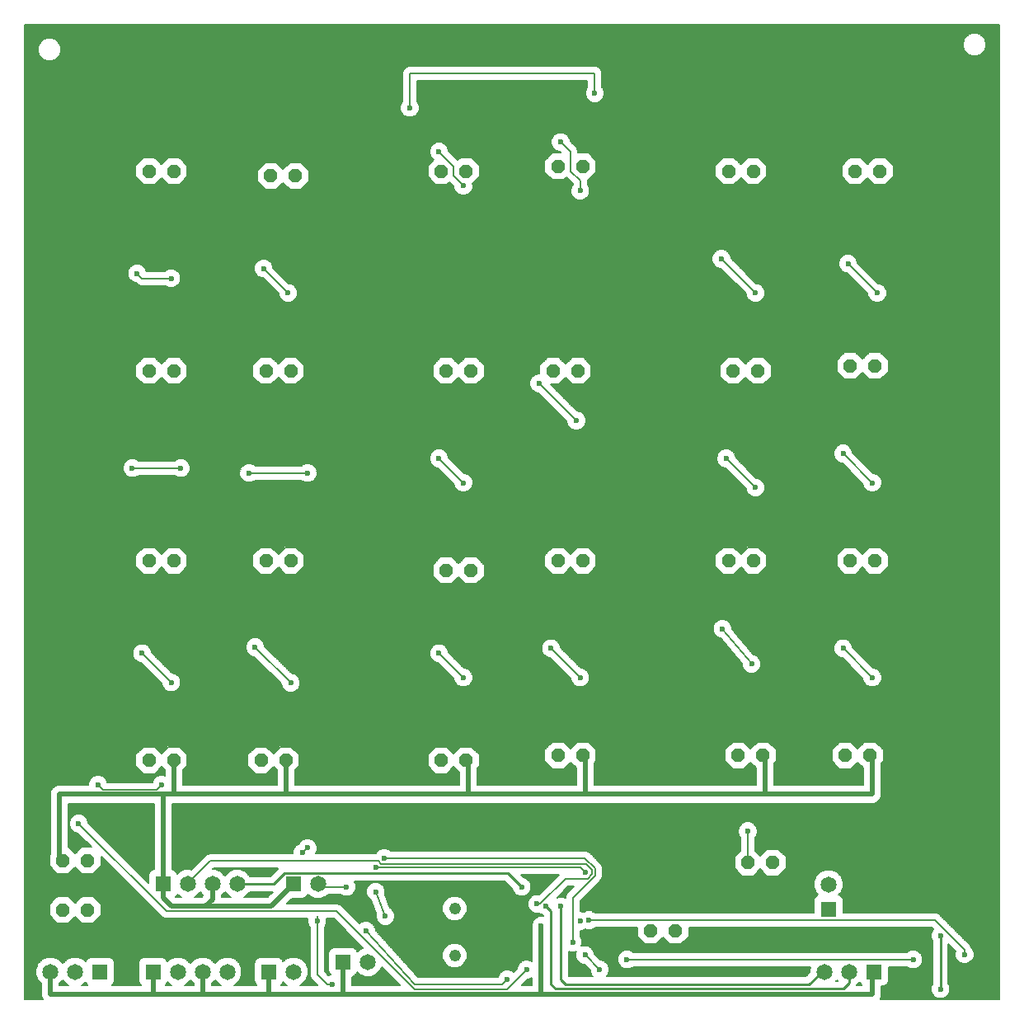
<source format=gbl>
G75*
%MOIN*%
%OFA0B0*%
%FSLAX25Y25*%
%IPPOS*%
%LPD*%
%AMOC8*
5,1,8,0,0,1.08239X$1,22.5*
%
%ADD10R,0.06496X0.06496*%
%ADD11C,0.06496*%
%ADD12C,0.04800*%
%ADD13OC8,0.05600*%
%ADD14C,0.00600*%
%ADD15C,0.02362*%
%ADD16C,0.01000*%
%ADD17C,0.00591*%
%ADD18C,0.02000*%
D10*
X0094028Y0013188D03*
X0115485Y0013188D03*
X0119540Y0048621D03*
X0162335Y0013188D03*
X0192335Y0017125D03*
X0172217Y0048621D03*
X0388579Y0038527D03*
X0407020Y0013188D03*
D11*
X0397020Y0013188D03*
X0387020Y0013188D03*
X0388579Y0048527D03*
X0202335Y0017125D03*
X0172335Y0013188D03*
X0145485Y0013188D03*
X0135485Y0013188D03*
X0125485Y0013188D03*
X0084028Y0013188D03*
X0074028Y0013188D03*
X0129540Y0048621D03*
X0139540Y0048621D03*
X0149540Y0048621D03*
X0182217Y0048621D03*
D12*
X0237453Y0038759D03*
X0237453Y0019759D03*
D13*
X0316650Y0029747D03*
X0326650Y0029747D03*
X0356020Y0057306D03*
X0366020Y0057306D03*
X0362083Y0100614D03*
X0352083Y0100614D03*
X0395390Y0100614D03*
X0405390Y0100614D03*
X0407359Y0179354D03*
X0397359Y0179354D03*
X0358146Y0179354D03*
X0348146Y0179354D03*
X0289249Y0179354D03*
X0279249Y0179354D03*
X0243973Y0175417D03*
X0233973Y0175417D03*
X0171138Y0179354D03*
X0161138Y0179354D03*
X0123894Y0179354D03*
X0113894Y0179354D03*
X0113894Y0256125D03*
X0123894Y0256125D03*
X0161138Y0256125D03*
X0171138Y0256125D03*
X0233973Y0256125D03*
X0243973Y0256125D03*
X0277280Y0256125D03*
X0287280Y0256125D03*
X0350115Y0256125D03*
X0360115Y0256125D03*
X0397359Y0258094D03*
X0407359Y0258094D03*
X0409327Y0336834D03*
X0399327Y0336834D03*
X0358146Y0336834D03*
X0348146Y0336834D03*
X0289249Y0338802D03*
X0279249Y0338802D03*
X0242005Y0336834D03*
X0232005Y0336834D03*
X0173107Y0334865D03*
X0163107Y0334865D03*
X0123894Y0336834D03*
X0113894Y0336834D03*
X0279249Y0100614D03*
X0289249Y0100614D03*
X0242005Y0098645D03*
X0232005Y0098645D03*
X0169170Y0098645D03*
X0159170Y0098645D03*
X0123894Y0098645D03*
X0113894Y0098645D03*
X0089028Y0058188D03*
X0079028Y0058188D03*
X0079028Y0038188D03*
X0089028Y0038188D03*
D14*
X0070839Y0002188D02*
X0063776Y0002188D01*
X0063776Y0395889D01*
X0457477Y0395889D01*
X0457477Y0002188D01*
X0409485Y0002188D01*
X0409996Y0003421D01*
X0409996Y0007240D01*
X0410805Y0007240D01*
X0411798Y0007651D01*
X0412557Y0008411D01*
X0412968Y0009403D01*
X0412968Y0015138D01*
X0420338Y0015138D01*
X0420633Y0014843D01*
X0422059Y0014252D01*
X0423603Y0014252D01*
X0425030Y0014843D01*
X0426122Y0015935D01*
X0426712Y0017361D01*
X0426712Y0018905D01*
X0426122Y0020332D01*
X0425030Y0021423D01*
X0423603Y0022014D01*
X0422059Y0022014D01*
X0420633Y0021423D01*
X0420338Y0021128D01*
X0309577Y0021128D01*
X0309282Y0021423D01*
X0307855Y0022014D01*
X0306311Y0022014D01*
X0304885Y0021423D01*
X0303793Y0020332D01*
X0303202Y0018905D01*
X0303202Y0017361D01*
X0303793Y0015935D01*
X0304885Y0014843D01*
X0306311Y0014252D01*
X0307855Y0014252D01*
X0309282Y0014843D01*
X0309577Y0015138D01*
X0381390Y0015138D01*
X0381072Y0014371D01*
X0381072Y0012986D01*
X0379380Y0011294D01*
X0298843Y0011294D01*
X0299350Y0011801D01*
X0299941Y0013227D01*
X0299941Y0014771D01*
X0299350Y0016198D01*
X0298258Y0017290D01*
X0296832Y0017880D01*
X0296421Y0017880D01*
X0294035Y0020266D01*
X0294035Y0020677D01*
X0293444Y0022103D01*
X0292353Y0023195D01*
X0290926Y0023786D01*
X0289382Y0023786D01*
X0288775Y0023534D01*
X0289057Y0024216D01*
X0289057Y0025760D01*
X0288466Y0027187D01*
X0288176Y0027477D01*
X0288176Y0029803D01*
X0288958Y0029803D01*
X0290348Y0030379D01*
X0291004Y0030107D01*
X0292548Y0030107D01*
X0293975Y0030698D01*
X0294265Y0030988D01*
X0311150Y0030988D01*
X0311150Y0027469D01*
X0314372Y0024247D01*
X0318928Y0024247D01*
X0321650Y0026969D01*
X0324372Y0024247D01*
X0328928Y0024247D01*
X0332150Y0027469D01*
X0332150Y0030988D01*
X0430334Y0030988D01*
X0430955Y0030367D01*
X0430565Y0029977D01*
X0429974Y0028551D01*
X0429974Y0027007D01*
X0430565Y0025580D01*
X0430655Y0025490D01*
X0430655Y0008414D01*
X0430565Y0008324D01*
X0429974Y0006897D01*
X0429974Y0005353D01*
X0430565Y0003927D01*
X0431657Y0002835D01*
X0433083Y0002244D01*
X0434627Y0002244D01*
X0436053Y0002835D01*
X0437145Y0003927D01*
X0437736Y0005353D01*
X0437736Y0006897D01*
X0437145Y0008324D01*
X0437055Y0008414D01*
X0437055Y0024267D01*
X0439890Y0021432D01*
X0439695Y0020960D01*
X0439695Y0019416D01*
X0440286Y0017990D01*
X0441378Y0016898D01*
X0442804Y0016307D01*
X0444348Y0016307D01*
X0445775Y0016898D01*
X0446866Y0017990D01*
X0447457Y0019416D01*
X0447457Y0020960D01*
X0446866Y0022387D01*
X0446511Y0022742D01*
X0446120Y0023688D01*
X0434120Y0035688D01*
X0433276Y0036532D01*
X0432173Y0036988D01*
X0394527Y0036988D01*
X0394527Y0042312D01*
X0394116Y0043304D01*
X0393357Y0044064D01*
X0392771Y0044307D01*
X0393622Y0045158D01*
X0394527Y0047344D01*
X0394527Y0049710D01*
X0393622Y0051896D01*
X0391949Y0053569D01*
X0389763Y0054475D01*
X0387396Y0054475D01*
X0385210Y0053569D01*
X0383537Y0051896D01*
X0382631Y0049710D01*
X0382631Y0047344D01*
X0383537Y0045158D01*
X0384388Y0044307D01*
X0383802Y0044064D01*
X0383042Y0043304D01*
X0382631Y0042312D01*
X0382631Y0036988D01*
X0294265Y0036988D01*
X0293975Y0037279D01*
X0292548Y0037869D01*
X0291004Y0037869D01*
X0289614Y0037294D01*
X0288958Y0037565D01*
X0288176Y0037565D01*
X0288176Y0041746D01*
X0295876Y0049445D01*
X0296720Y0050289D01*
X0297176Y0051392D01*
X0297176Y0055585D01*
X0296720Y0056688D01*
X0292520Y0060888D01*
X0291676Y0061732D01*
X0290573Y0062188D01*
X0211465Y0062188D01*
X0211175Y0062479D01*
X0209748Y0063069D01*
X0208204Y0063069D01*
X0206778Y0062479D01*
X0205686Y0061387D01*
X0205521Y0060988D01*
X0181215Y0060988D01*
X0181240Y0061013D01*
X0181831Y0062440D01*
X0181831Y0063984D01*
X0181240Y0065410D01*
X0180148Y0066502D01*
X0178721Y0067093D01*
X0177177Y0067093D01*
X0175751Y0066502D01*
X0174659Y0065410D01*
X0174402Y0064790D01*
X0173782Y0064534D01*
X0172691Y0063442D01*
X0172100Y0062015D01*
X0172100Y0060988D01*
X0138179Y0060988D01*
X0137077Y0060532D01*
X0136233Y0059688D01*
X0136233Y0059688D01*
X0131000Y0054455D01*
X0130723Y0054569D01*
X0128357Y0054569D01*
X0126171Y0053664D01*
X0125320Y0052813D01*
X0125077Y0053399D01*
X0124317Y0054158D01*
X0123325Y0054569D01*
X0123240Y0054569D01*
X0123240Y0081165D01*
X0407032Y0081165D01*
X0408392Y0081729D01*
X0409433Y0082770D01*
X0409996Y0084129D01*
X0409996Y0097441D01*
X0410890Y0098335D01*
X0410890Y0102892D01*
X0407669Y0106113D01*
X0403112Y0106113D01*
X0400390Y0103392D01*
X0397669Y0106113D01*
X0393112Y0106113D01*
X0389890Y0102892D01*
X0389890Y0098335D01*
X0393112Y0095114D01*
X0397669Y0095114D01*
X0400390Y0097835D01*
X0402596Y0095630D01*
X0402596Y0088565D01*
X0366689Y0088565D01*
X0366689Y0097441D01*
X0367583Y0098335D01*
X0367583Y0102892D01*
X0364361Y0106113D01*
X0359805Y0106113D01*
X0357083Y0103392D01*
X0354361Y0106113D01*
X0349805Y0106113D01*
X0346583Y0102892D01*
X0346583Y0098335D01*
X0349805Y0095114D01*
X0354361Y0095114D01*
X0357083Y0097835D01*
X0359289Y0095630D01*
X0359289Y0088565D01*
X0293854Y0088565D01*
X0293854Y0097441D01*
X0294749Y0098335D01*
X0294749Y0102892D01*
X0291527Y0106113D01*
X0286971Y0106113D01*
X0284249Y0103392D01*
X0281527Y0106113D01*
X0276971Y0106113D01*
X0273749Y0102892D01*
X0273749Y0098335D01*
X0276971Y0095114D01*
X0281527Y0095114D01*
X0284249Y0097835D01*
X0286454Y0095630D01*
X0286454Y0088565D01*
X0246610Y0088565D01*
X0246610Y0095472D01*
X0247505Y0096367D01*
X0247505Y0100923D01*
X0244283Y0104145D01*
X0239726Y0104145D01*
X0237005Y0101423D01*
X0234283Y0104145D01*
X0229726Y0104145D01*
X0226505Y0100923D01*
X0226505Y0096367D01*
X0229726Y0093145D01*
X0234283Y0093145D01*
X0237005Y0095867D01*
X0239210Y0093661D01*
X0239210Y0088565D01*
X0172870Y0088565D01*
X0172870Y0094567D01*
X0174670Y0096367D01*
X0174670Y0100923D01*
X0171448Y0104145D01*
X0166892Y0104145D01*
X0164170Y0101423D01*
X0161448Y0104145D01*
X0156892Y0104145D01*
X0153670Y0100923D01*
X0153670Y0096367D01*
X0156892Y0093145D01*
X0161448Y0093145D01*
X0164170Y0095867D01*
X0165470Y0094567D01*
X0165470Y0088565D01*
X0127594Y0088565D01*
X0127594Y0094567D01*
X0129394Y0096367D01*
X0129394Y0100923D01*
X0126173Y0104145D01*
X0121616Y0104145D01*
X0118894Y0101423D01*
X0116173Y0104145D01*
X0111616Y0104145D01*
X0108394Y0100923D01*
X0108394Y0096367D01*
X0111616Y0093145D01*
X0116173Y0093145D01*
X0118894Y0095867D01*
X0120194Y0094567D01*
X0120194Y0092465D01*
X0119666Y0092684D01*
X0118122Y0092684D01*
X0116696Y0092093D01*
X0115604Y0091001D01*
X0115121Y0089834D01*
X0097077Y0089834D01*
X0096594Y0091001D01*
X0095502Y0092093D01*
X0094076Y0092684D01*
X0092532Y0092684D01*
X0091105Y0092093D01*
X0090014Y0091001D01*
X0089423Y0089574D01*
X0089423Y0088565D01*
X0076820Y0088565D01*
X0075460Y0088002D01*
X0074419Y0086961D01*
X0073856Y0085601D01*
X0073856Y0060794D01*
X0073528Y0060466D01*
X0073528Y0055910D01*
X0076750Y0052688D01*
X0081306Y0052688D01*
X0084028Y0055410D01*
X0086750Y0052688D01*
X0091306Y0052688D01*
X0094528Y0055910D01*
X0094528Y0059713D01*
X0119163Y0035078D01*
X0120266Y0034621D01*
X0178074Y0034621D01*
X0178005Y0034456D01*
X0178005Y0032912D01*
X0178596Y0031486D01*
X0178886Y0031196D01*
X0178886Y0011434D01*
X0179343Y0010331D01*
X0180187Y0009488D01*
X0181818Y0007857D01*
X0175007Y0007857D01*
X0175705Y0008146D01*
X0177378Y0009819D01*
X0178283Y0012005D01*
X0178283Y0014371D01*
X0177378Y0016558D01*
X0175705Y0018231D01*
X0173518Y0019136D01*
X0171152Y0019136D01*
X0168966Y0018231D01*
X0168115Y0017380D01*
X0167872Y0017966D01*
X0167113Y0018725D01*
X0166120Y0019136D01*
X0158550Y0019136D01*
X0157558Y0018725D01*
X0156798Y0017966D01*
X0156387Y0016973D01*
X0156387Y0009403D01*
X0156798Y0008411D01*
X0157352Y0007857D01*
X0148156Y0007857D01*
X0148854Y0008146D01*
X0150527Y0009819D01*
X0151433Y0012005D01*
X0151433Y0014371D01*
X0150527Y0016558D01*
X0148854Y0018231D01*
X0146668Y0019136D01*
X0144302Y0019136D01*
X0142116Y0018231D01*
X0140485Y0016600D01*
X0138854Y0018231D01*
X0136668Y0019136D01*
X0134302Y0019136D01*
X0132116Y0018231D01*
X0130485Y0016600D01*
X0128854Y0018231D01*
X0126668Y0019136D01*
X0124302Y0019136D01*
X0122116Y0018231D01*
X0121265Y0017380D01*
X0121022Y0017966D01*
X0120262Y0018725D01*
X0119270Y0019136D01*
X0111700Y0019136D01*
X0110707Y0018725D01*
X0109948Y0017966D01*
X0109537Y0016973D01*
X0109537Y0009403D01*
X0109948Y0008411D01*
X0110502Y0007857D01*
X0099011Y0007857D01*
X0099565Y0008411D01*
X0099976Y0009403D01*
X0099976Y0016973D01*
X0099565Y0017966D01*
X0098806Y0018725D01*
X0097813Y0019136D01*
X0090243Y0019136D01*
X0089251Y0018725D01*
X0088491Y0017966D01*
X0088249Y0017380D01*
X0087397Y0018231D01*
X0085211Y0019136D01*
X0082845Y0019136D01*
X0080659Y0018231D01*
X0079028Y0016600D01*
X0077397Y0018231D01*
X0075211Y0019136D01*
X0072845Y0019136D01*
X0070659Y0018231D01*
X0068986Y0016558D01*
X0068080Y0014371D01*
X0068080Y0012005D01*
X0068986Y0009819D01*
X0070328Y0008477D01*
X0070328Y0003421D01*
X0070839Y0002188D01*
X0063776Y0002188D01*
X0063776Y0002787D02*
X0070591Y0002787D01*
X0070343Y0003385D02*
X0063776Y0003385D01*
X0063776Y0003984D02*
X0070328Y0003984D01*
X0070328Y0004582D02*
X0063776Y0004582D01*
X0063776Y0005181D02*
X0070328Y0005181D01*
X0070328Y0005779D02*
X0063776Y0005779D01*
X0063776Y0006378D02*
X0070328Y0006378D01*
X0070328Y0006976D02*
X0063776Y0006976D01*
X0063776Y0007575D02*
X0070328Y0007575D01*
X0070328Y0008173D02*
X0063776Y0008173D01*
X0063776Y0008772D02*
X0070033Y0008772D01*
X0069434Y0009370D02*
X0063776Y0009370D01*
X0063776Y0009969D02*
X0068924Y0009969D01*
X0068676Y0010567D02*
X0063776Y0010567D01*
X0063776Y0011166D02*
X0068428Y0011166D01*
X0068180Y0011764D02*
X0063776Y0011764D01*
X0063776Y0012363D02*
X0068080Y0012363D01*
X0068080Y0012962D02*
X0063776Y0012962D01*
X0063776Y0013560D02*
X0068080Y0013560D01*
X0068080Y0014159D02*
X0063776Y0014159D01*
X0063776Y0014757D02*
X0068240Y0014757D01*
X0068488Y0015356D02*
X0063776Y0015356D01*
X0063776Y0015954D02*
X0068736Y0015954D01*
X0068984Y0016553D02*
X0063776Y0016553D01*
X0063776Y0017151D02*
X0069579Y0017151D01*
X0070178Y0017750D02*
X0063776Y0017750D01*
X0063776Y0018348D02*
X0070942Y0018348D01*
X0072387Y0018947D02*
X0063776Y0018947D01*
X0063776Y0019545D02*
X0178886Y0019545D01*
X0178886Y0018947D02*
X0173976Y0018947D01*
X0175421Y0018348D02*
X0178886Y0018348D01*
X0178886Y0017750D02*
X0176186Y0017750D01*
X0176784Y0017151D02*
X0178886Y0017151D01*
X0178886Y0016553D02*
X0177380Y0016553D01*
X0177628Y0015954D02*
X0178886Y0015954D01*
X0178886Y0015356D02*
X0177876Y0015356D01*
X0178124Y0014757D02*
X0178886Y0014757D01*
X0178886Y0014159D02*
X0178283Y0014159D01*
X0178283Y0013560D02*
X0178886Y0013560D01*
X0178886Y0012962D02*
X0178283Y0012962D01*
X0178283Y0012363D02*
X0178886Y0012363D01*
X0178886Y0011764D02*
X0178184Y0011764D01*
X0177936Y0011166D02*
X0178998Y0011166D01*
X0179245Y0010567D02*
X0177688Y0010567D01*
X0177440Y0009969D02*
X0179706Y0009969D01*
X0180304Y0009370D02*
X0176929Y0009370D01*
X0176331Y0008772D02*
X0180903Y0008772D01*
X0181501Y0008173D02*
X0175732Y0008173D01*
X0181886Y0012031D02*
X0181886Y0033684D01*
X0181886Y0035653D01*
X0185699Y0034621D02*
X0188518Y0034621D01*
X0200384Y0022755D01*
X0198966Y0022168D01*
X0198115Y0021317D01*
X0197872Y0021903D01*
X0197113Y0022662D01*
X0196120Y0023073D01*
X0188550Y0023073D01*
X0187558Y0022662D01*
X0186798Y0021903D01*
X0186387Y0020910D01*
X0186387Y0013340D01*
X0186798Y0012348D01*
X0187171Y0011975D01*
X0187020Y0011975D01*
X0186430Y0011730D01*
X0184886Y0013273D01*
X0184886Y0031196D01*
X0185177Y0031486D01*
X0185768Y0032912D01*
X0185768Y0034456D01*
X0185699Y0034621D01*
X0185746Y0034508D02*
X0188631Y0034508D01*
X0189230Y0033909D02*
X0185768Y0033909D01*
X0185768Y0033311D02*
X0189828Y0033311D01*
X0190427Y0032712D02*
X0185685Y0032712D01*
X0185437Y0032114D02*
X0191025Y0032114D01*
X0191624Y0031515D02*
X0185189Y0031515D01*
X0184886Y0030917D02*
X0192222Y0030917D01*
X0192821Y0030318D02*
X0184886Y0030318D01*
X0184886Y0029720D02*
X0193419Y0029720D01*
X0194018Y0029121D02*
X0184886Y0029121D01*
X0184886Y0028523D02*
X0194616Y0028523D01*
X0195215Y0027924D02*
X0184886Y0027924D01*
X0184886Y0027326D02*
X0195813Y0027326D01*
X0196412Y0026727D02*
X0184886Y0026727D01*
X0184886Y0026129D02*
X0197010Y0026129D01*
X0197609Y0025530D02*
X0184886Y0025530D01*
X0184886Y0024932D02*
X0198207Y0024932D01*
X0198806Y0024333D02*
X0184886Y0024333D01*
X0184886Y0023735D02*
X0199405Y0023735D01*
X0200003Y0023136D02*
X0184886Y0023136D01*
X0184886Y0022538D02*
X0187433Y0022538D01*
X0186835Y0021939D02*
X0184886Y0021939D01*
X0184886Y0021341D02*
X0186565Y0021341D01*
X0186387Y0020742D02*
X0184886Y0020742D01*
X0184886Y0020144D02*
X0186387Y0020144D01*
X0186387Y0019545D02*
X0184886Y0019545D01*
X0184886Y0018947D02*
X0186387Y0018947D01*
X0186387Y0018348D02*
X0184886Y0018348D01*
X0184886Y0017750D02*
X0186387Y0017750D01*
X0186387Y0017151D02*
X0184886Y0017151D01*
X0184886Y0016553D02*
X0186387Y0016553D01*
X0186387Y0015954D02*
X0184886Y0015954D01*
X0184886Y0015356D02*
X0186387Y0015356D01*
X0186387Y0014757D02*
X0184886Y0014757D01*
X0184886Y0014159D02*
X0186387Y0014159D01*
X0186387Y0013560D02*
X0184886Y0013560D01*
X0185198Y0012962D02*
X0186544Y0012962D01*
X0186792Y0012363D02*
X0185797Y0012363D01*
X0186395Y0011764D02*
X0186512Y0011764D01*
X0185823Y0008094D02*
X0181886Y0012031D01*
X0185823Y0008094D02*
X0187792Y0008094D01*
X0196035Y0008173D02*
X0214966Y0008173D01*
X0215282Y0007857D02*
X0196035Y0007857D01*
X0196035Y0011177D01*
X0196120Y0011177D01*
X0197113Y0011588D01*
X0197872Y0012348D01*
X0198115Y0012934D01*
X0198966Y0012083D01*
X0201152Y0011177D01*
X0203518Y0011177D01*
X0205705Y0012083D01*
X0207378Y0013756D01*
X0207965Y0015174D01*
X0215282Y0007857D01*
X0214367Y0008772D02*
X0196035Y0008772D01*
X0196035Y0009370D02*
X0213769Y0009370D01*
X0213170Y0009969D02*
X0196035Y0009969D01*
X0196035Y0010567D02*
X0212572Y0010567D01*
X0211973Y0011166D02*
X0196035Y0011166D01*
X0197289Y0011764D02*
X0199735Y0011764D01*
X0198686Y0012363D02*
X0197879Y0012363D01*
X0204936Y0011764D02*
X0211375Y0011764D01*
X0210776Y0012363D02*
X0205985Y0012363D01*
X0206583Y0012962D02*
X0210178Y0012962D01*
X0209579Y0013560D02*
X0207182Y0013560D01*
X0207545Y0014159D02*
X0208981Y0014159D01*
X0208382Y0014757D02*
X0207792Y0014757D01*
X0213812Y0020742D02*
X0232353Y0020742D01*
X0232353Y0020774D02*
X0232353Y0018745D01*
X0233130Y0016870D01*
X0234564Y0015436D01*
X0236439Y0014659D01*
X0238468Y0014659D01*
X0240342Y0015436D01*
X0241777Y0016870D01*
X0242553Y0018745D01*
X0242553Y0020774D01*
X0241777Y0022648D01*
X0240342Y0024083D01*
X0238468Y0024859D01*
X0236439Y0024859D01*
X0234564Y0024083D01*
X0233130Y0022648D01*
X0232353Y0020774D01*
X0232588Y0021341D02*
X0213268Y0021341D01*
X0212724Y0021939D02*
X0232836Y0021939D01*
X0233084Y0022538D02*
X0212180Y0022538D01*
X0211636Y0023136D02*
X0233618Y0023136D01*
X0234216Y0023735D02*
X0211092Y0023735D01*
X0210548Y0024333D02*
X0235169Y0024333D01*
X0239738Y0024333D02*
X0268738Y0024333D01*
X0268738Y0023735D02*
X0240690Y0023735D01*
X0241289Y0023136D02*
X0268738Y0023136D01*
X0268738Y0022538D02*
X0241823Y0022538D01*
X0242071Y0021939D02*
X0268738Y0021939D01*
X0268738Y0021341D02*
X0242319Y0021341D01*
X0242553Y0020742D02*
X0268738Y0020742D01*
X0268738Y0020144D02*
X0242553Y0020144D01*
X0242553Y0019545D02*
X0268738Y0019545D01*
X0268738Y0018947D02*
X0242553Y0018947D01*
X0242389Y0018348D02*
X0268738Y0018348D01*
X0268738Y0017750D02*
X0267620Y0017750D01*
X0267304Y0017880D02*
X0268731Y0017290D01*
X0268738Y0017283D01*
X0268738Y0030507D01*
X0268557Y0030944D01*
X0268557Y0032488D01*
X0269147Y0033914D01*
X0270239Y0035006D01*
X0271666Y0035597D01*
X0273175Y0035597D01*
X0273175Y0035899D01*
X0272208Y0036300D01*
X0271726Y0036781D01*
X0271548Y0036707D01*
X0270004Y0036707D01*
X0268578Y0037298D01*
X0267486Y0038390D01*
X0266895Y0039816D01*
X0266895Y0041360D01*
X0267486Y0042787D01*
X0268578Y0043879D01*
X0270004Y0044469D01*
X0271548Y0044469D01*
X0271595Y0044450D01*
X0279483Y0052338D01*
X0264215Y0052338D01*
X0265208Y0051345D01*
X0265336Y0051345D01*
X0266762Y0050754D01*
X0267854Y0049662D01*
X0268445Y0048236D01*
X0268445Y0046692D01*
X0267854Y0045265D01*
X0266762Y0044174D01*
X0265336Y0043583D01*
X0263792Y0043583D01*
X0262365Y0044174D01*
X0261273Y0045265D01*
X0260683Y0046692D01*
X0260683Y0046820D01*
X0257733Y0049769D01*
X0196881Y0049769D01*
X0196988Y0049662D01*
X0197579Y0048236D01*
X0197579Y0046692D01*
X0196988Y0045265D01*
X0195896Y0044174D01*
X0194470Y0043583D01*
X0192925Y0043583D01*
X0191499Y0044174D01*
X0191209Y0044464D01*
X0186471Y0044464D01*
X0185586Y0043579D01*
X0183400Y0042673D01*
X0181034Y0042673D01*
X0178848Y0043579D01*
X0177997Y0044430D01*
X0177754Y0043844D01*
X0176995Y0043084D01*
X0176002Y0042673D01*
X0171502Y0042673D01*
X0169450Y0040621D01*
X0190357Y0040621D01*
X0191460Y0040165D01*
X0192304Y0039321D01*
X0198980Y0032645D01*
X0199373Y0033038D01*
X0200800Y0033628D01*
X0202344Y0033628D01*
X0203770Y0033038D01*
X0204862Y0031946D01*
X0205453Y0030519D01*
X0205453Y0029938D01*
X0222584Y0011094D01*
X0254885Y0011094D01*
X0255368Y0012261D01*
X0256460Y0013353D01*
X0257886Y0013943D01*
X0259430Y0013943D01*
X0260857Y0013353D01*
X0261250Y0012959D01*
X0262651Y0014361D01*
X0262651Y0014771D01*
X0263242Y0016198D01*
X0264334Y0017290D01*
X0265760Y0017880D01*
X0267304Y0017880D01*
X0265444Y0017750D02*
X0242141Y0017750D01*
X0241893Y0017151D02*
X0264195Y0017151D01*
X0263597Y0016553D02*
X0241459Y0016553D01*
X0240861Y0015954D02*
X0263141Y0015954D01*
X0262893Y0015356D02*
X0240149Y0015356D01*
X0238704Y0014757D02*
X0262651Y0014757D01*
X0262449Y0014159D02*
X0219798Y0014159D01*
X0219253Y0014757D02*
X0236203Y0014757D01*
X0234758Y0015356D02*
X0218709Y0015356D01*
X0218165Y0015954D02*
X0234046Y0015954D01*
X0233448Y0016553D02*
X0217621Y0016553D01*
X0217077Y0017151D02*
X0233013Y0017151D01*
X0232766Y0017750D02*
X0216533Y0017750D01*
X0215989Y0018348D02*
X0232518Y0018348D01*
X0232353Y0018947D02*
X0215445Y0018947D01*
X0214901Y0019545D02*
X0232353Y0019545D01*
X0232353Y0020144D02*
X0214357Y0020144D01*
X0210004Y0024932D02*
X0268738Y0024932D01*
X0268738Y0025530D02*
X0209460Y0025530D01*
X0208916Y0026129D02*
X0268738Y0026129D01*
X0268738Y0026727D02*
X0208371Y0026727D01*
X0207827Y0027326D02*
X0268738Y0027326D01*
X0268738Y0027924D02*
X0207283Y0027924D01*
X0206739Y0028523D02*
X0268738Y0028523D01*
X0268738Y0029121D02*
X0206195Y0029121D01*
X0205651Y0029720D02*
X0268738Y0029720D01*
X0268738Y0030318D02*
X0205453Y0030318D01*
X0205288Y0030917D02*
X0268568Y0030917D01*
X0268557Y0031515D02*
X0205040Y0031515D01*
X0204694Y0032114D02*
X0207848Y0032114D01*
X0207247Y0032363D02*
X0208674Y0031772D01*
X0210218Y0031772D01*
X0211644Y0032363D01*
X0212736Y0033454D01*
X0213327Y0034881D01*
X0213327Y0036425D01*
X0212736Y0037851D01*
X0211644Y0038943D01*
X0211304Y0039084D01*
X0209216Y0044304D01*
X0209390Y0044723D01*
X0209390Y0046267D01*
X0208799Y0047694D01*
X0207707Y0048786D01*
X0206281Y0049376D01*
X0204737Y0049376D01*
X0203310Y0048786D01*
X0202218Y0047694D01*
X0201627Y0046267D01*
X0201627Y0044723D01*
X0202218Y0043297D01*
X0203310Y0042205D01*
X0203650Y0042064D01*
X0205738Y0036844D01*
X0205564Y0036425D01*
X0205564Y0034881D01*
X0206155Y0033454D01*
X0207247Y0032363D01*
X0206897Y0032712D02*
X0204095Y0032712D01*
X0203110Y0033311D02*
X0206299Y0033311D01*
X0205967Y0033909D02*
X0197715Y0033909D01*
X0198314Y0033311D02*
X0200033Y0033311D01*
X0199048Y0032712D02*
X0198912Y0032712D01*
X0197117Y0034508D02*
X0205719Y0034508D01*
X0205564Y0035106D02*
X0196518Y0035106D01*
X0195920Y0035705D02*
X0205564Y0035705D01*
X0205564Y0036303D02*
X0195321Y0036303D01*
X0194723Y0036902D02*
X0205715Y0036902D01*
X0205475Y0037500D02*
X0194124Y0037500D01*
X0193526Y0038099D02*
X0205236Y0038099D01*
X0204997Y0038698D02*
X0192927Y0038698D01*
X0192328Y0039296D02*
X0204757Y0039296D01*
X0204518Y0039895D02*
X0191730Y0039895D01*
X0190667Y0040493D02*
X0204278Y0040493D01*
X0204039Y0041092D02*
X0169920Y0041092D01*
X0170518Y0041690D02*
X0203800Y0041690D01*
X0203227Y0042289D02*
X0171117Y0042289D01*
X0176518Y0042887D02*
X0180518Y0042887D01*
X0179073Y0043486D02*
X0177396Y0043486D01*
X0177854Y0044084D02*
X0178343Y0044084D01*
X0183916Y0042887D02*
X0202628Y0042887D01*
X0202140Y0043486D02*
X0185361Y0043486D01*
X0186092Y0044084D02*
X0191715Y0044084D01*
X0193698Y0047464D02*
X0183855Y0047464D01*
X0182217Y0048621D01*
X0181417Y0061441D02*
X0205740Y0061441D01*
X0206339Y0062039D02*
X0181665Y0062039D01*
X0181831Y0062638D02*
X0207163Y0062638D01*
X0210790Y0062638D02*
X0352976Y0062638D01*
X0352976Y0062040D02*
X0350520Y0059585D01*
X0350520Y0055028D01*
X0353742Y0051806D01*
X0358298Y0051806D01*
X0361020Y0054528D01*
X0363742Y0051806D01*
X0368298Y0051806D01*
X0371520Y0055028D01*
X0371520Y0059585D01*
X0368298Y0062806D01*
X0363742Y0062806D01*
X0361020Y0060085D01*
X0358976Y0062129D01*
X0358976Y0067500D01*
X0359266Y0067790D01*
X0359857Y0069216D01*
X0359857Y0070760D01*
X0359266Y0072187D01*
X0358175Y0073279D01*
X0356748Y0073869D01*
X0355204Y0073869D01*
X0353778Y0073279D01*
X0352686Y0072187D01*
X0352095Y0070760D01*
X0352095Y0069216D01*
X0352686Y0067790D01*
X0352976Y0067500D01*
X0352976Y0062040D01*
X0352975Y0062039D02*
X0290932Y0062039D01*
X0291966Y0061441D02*
X0352377Y0061441D01*
X0351778Y0060842D02*
X0292565Y0060842D01*
X0293163Y0060244D02*
X0351180Y0060244D01*
X0350581Y0059645D02*
X0293762Y0059645D01*
X0294360Y0059047D02*
X0350520Y0059047D01*
X0350520Y0058448D02*
X0294959Y0058448D01*
X0295557Y0057850D02*
X0350520Y0057850D01*
X0350520Y0057251D02*
X0296156Y0057251D01*
X0296734Y0056653D02*
X0350520Y0056653D01*
X0350520Y0056054D02*
X0296982Y0056054D01*
X0297176Y0055456D02*
X0350520Y0055456D01*
X0350691Y0054857D02*
X0297176Y0054857D01*
X0297176Y0054259D02*
X0351290Y0054259D01*
X0351888Y0053660D02*
X0297176Y0053660D01*
X0297176Y0053062D02*
X0352487Y0053062D01*
X0353085Y0052463D02*
X0297176Y0052463D01*
X0297176Y0051865D02*
X0353684Y0051865D01*
X0358357Y0051865D02*
X0363684Y0051865D01*
X0363085Y0052463D02*
X0358955Y0052463D01*
X0359554Y0053062D02*
X0362487Y0053062D01*
X0361888Y0053660D02*
X0360152Y0053660D01*
X0360751Y0054259D02*
X0361290Y0054259D01*
X0356020Y0057306D02*
X0355976Y0057388D01*
X0355976Y0069988D01*
X0353312Y0072813D02*
X0123240Y0072813D01*
X0123240Y0073411D02*
X0354098Y0073411D01*
X0352713Y0072214D02*
X0123240Y0072214D01*
X0123240Y0071616D02*
X0352449Y0071616D01*
X0352202Y0071017D02*
X0123240Y0071017D01*
X0123240Y0070419D02*
X0352095Y0070419D01*
X0352095Y0069820D02*
X0123240Y0069820D01*
X0123240Y0069222D02*
X0352095Y0069222D01*
X0352341Y0068623D02*
X0123240Y0068623D01*
X0123240Y0068025D02*
X0352589Y0068025D01*
X0352976Y0067426D02*
X0123240Y0067426D01*
X0123240Y0066828D02*
X0176537Y0066828D01*
X0175478Y0066229D02*
X0123240Y0066229D01*
X0123240Y0065631D02*
X0174879Y0065631D01*
X0174503Y0065032D02*
X0123240Y0065032D01*
X0123240Y0064433D02*
X0173682Y0064433D01*
X0173084Y0063835D02*
X0123240Y0063835D01*
X0123240Y0063236D02*
X0172606Y0063236D01*
X0172358Y0062638D02*
X0123240Y0062638D01*
X0123240Y0062039D02*
X0172110Y0062039D01*
X0172100Y0061441D02*
X0123240Y0061441D01*
X0123240Y0060842D02*
X0137827Y0060842D01*
X0136789Y0060244D02*
X0123240Y0060244D01*
X0123240Y0059645D02*
X0136191Y0059645D01*
X0135592Y0059047D02*
X0123240Y0059047D01*
X0123240Y0058448D02*
X0134994Y0058448D01*
X0134395Y0057850D02*
X0123240Y0057850D01*
X0123240Y0057251D02*
X0133797Y0057251D01*
X0133198Y0056653D02*
X0123240Y0056653D01*
X0123240Y0056054D02*
X0132600Y0056054D01*
X0132001Y0055456D02*
X0123240Y0055456D01*
X0123240Y0054857D02*
X0131403Y0054857D01*
X0127607Y0054259D02*
X0124075Y0054259D01*
X0124816Y0053660D02*
X0126167Y0053660D01*
X0125569Y0053062D02*
X0125217Y0053062D01*
X0129776Y0048988D02*
X0129540Y0048621D01*
X0129776Y0048988D02*
X0138776Y0057988D01*
X0206576Y0057988D01*
X0207776Y0056788D01*
X0290576Y0056788D01*
X0292976Y0054388D01*
X0292976Y0052588D01*
X0291176Y0050788D01*
X0282176Y0050788D01*
X0271976Y0040588D01*
X0270776Y0040588D01*
X0266895Y0040493D02*
X0242255Y0040493D01*
X0242008Y0041092D02*
X0266895Y0041092D01*
X0267032Y0041690D02*
X0241735Y0041690D01*
X0241777Y0041648D02*
X0240342Y0043083D01*
X0238468Y0043859D01*
X0236439Y0043859D01*
X0234564Y0043083D01*
X0233130Y0041648D01*
X0232353Y0039774D01*
X0232353Y0037745D01*
X0233130Y0035870D01*
X0234564Y0034436D01*
X0236439Y0033659D01*
X0238468Y0033659D01*
X0240342Y0034436D01*
X0241777Y0035870D01*
X0242553Y0037745D01*
X0242553Y0039774D01*
X0241777Y0041648D01*
X0241136Y0042289D02*
X0267280Y0042289D01*
X0267586Y0042887D02*
X0240538Y0042887D01*
X0239370Y0043486D02*
X0268185Y0043486D01*
X0269074Y0044084D02*
X0266546Y0044084D01*
X0267271Y0044683D02*
X0271828Y0044683D01*
X0272426Y0045281D02*
X0267860Y0045281D01*
X0268108Y0045880D02*
X0273025Y0045880D01*
X0273623Y0046478D02*
X0268356Y0046478D01*
X0268445Y0047077D02*
X0274222Y0047077D01*
X0274820Y0047675D02*
X0268445Y0047675D01*
X0268429Y0048274D02*
X0275419Y0048274D01*
X0276017Y0048872D02*
X0268181Y0048872D01*
X0267933Y0049471D02*
X0276616Y0049471D01*
X0277215Y0050069D02*
X0267447Y0050069D01*
X0266849Y0050668D02*
X0277813Y0050668D01*
X0278412Y0051266D02*
X0265526Y0051266D01*
X0264688Y0051865D02*
X0279010Y0051865D01*
X0283306Y0047675D02*
X0285620Y0047675D01*
X0285734Y0047788D02*
X0282633Y0044688D01*
X0282176Y0043585D01*
X0282176Y0043018D01*
X0281084Y0043471D01*
X0279540Y0043471D01*
X0278792Y0043161D01*
X0283419Y0047788D01*
X0285734Y0047788D01*
X0285022Y0047077D02*
X0282707Y0047077D01*
X0282109Y0046478D02*
X0284423Y0046478D01*
X0283825Y0045880D02*
X0281510Y0045880D01*
X0280912Y0045281D02*
X0283226Y0045281D01*
X0282631Y0044683D02*
X0280313Y0044683D01*
X0279715Y0044084D02*
X0282383Y0044084D01*
X0282176Y0043486D02*
X0279116Y0043486D01*
X0285176Y0042988D02*
X0294176Y0051988D01*
X0294176Y0054988D01*
X0289976Y0059188D01*
X0208976Y0059188D01*
X0205509Y0055338D02*
X0288186Y0055338D01*
X0290154Y0053369D01*
X0294704Y0048274D02*
X0382631Y0048274D01*
X0382631Y0048872D02*
X0295303Y0048872D01*
X0295901Y0049471D02*
X0382631Y0049471D01*
X0382780Y0050069D02*
X0296500Y0050069D01*
X0296876Y0050668D02*
X0383028Y0050668D01*
X0383276Y0051266D02*
X0297124Y0051266D01*
X0294106Y0047675D02*
X0382631Y0047675D01*
X0382742Y0047077D02*
X0293507Y0047077D01*
X0292909Y0046478D02*
X0382990Y0046478D01*
X0383238Y0045880D02*
X0292310Y0045880D01*
X0291712Y0045281D02*
X0383486Y0045281D01*
X0384012Y0044683D02*
X0291113Y0044683D01*
X0290515Y0044084D02*
X0383851Y0044084D01*
X0383224Y0043486D02*
X0289916Y0043486D01*
X0289318Y0042887D02*
X0382870Y0042887D01*
X0382631Y0042289D02*
X0288719Y0042289D01*
X0288176Y0041690D02*
X0382631Y0041690D01*
X0382631Y0041092D02*
X0288176Y0041092D01*
X0288176Y0040493D02*
X0382631Y0040493D01*
X0382631Y0039895D02*
X0288176Y0039895D01*
X0288176Y0039296D02*
X0382631Y0039296D01*
X0382631Y0038698D02*
X0288176Y0038698D01*
X0288176Y0038099D02*
X0382631Y0038099D01*
X0382631Y0037500D02*
X0293439Y0037500D01*
X0290114Y0037500D02*
X0289115Y0037500D01*
X0291776Y0033988D02*
X0431576Y0033988D01*
X0443576Y0021988D01*
X0443576Y0020188D01*
X0439695Y0020144D02*
X0437055Y0020144D01*
X0437055Y0020742D02*
X0439695Y0020742D01*
X0439853Y0021341D02*
X0437055Y0021341D01*
X0437055Y0021939D02*
X0439383Y0021939D01*
X0438784Y0022538D02*
X0437055Y0022538D01*
X0437055Y0023136D02*
X0438186Y0023136D01*
X0437587Y0023735D02*
X0437055Y0023735D01*
X0437055Y0019545D02*
X0439695Y0019545D01*
X0439890Y0018947D02*
X0437055Y0018947D01*
X0437055Y0018348D02*
X0440138Y0018348D01*
X0440526Y0017750D02*
X0437055Y0017750D01*
X0437055Y0017151D02*
X0441125Y0017151D01*
X0442212Y0016553D02*
X0437055Y0016553D01*
X0437055Y0015954D02*
X0457477Y0015954D01*
X0457477Y0015356D02*
X0437055Y0015356D01*
X0437055Y0014757D02*
X0457477Y0014757D01*
X0457477Y0014159D02*
X0437055Y0014159D01*
X0437055Y0013560D02*
X0457477Y0013560D01*
X0457477Y0012962D02*
X0437055Y0012962D01*
X0437055Y0012363D02*
X0457477Y0012363D01*
X0457477Y0011764D02*
X0437055Y0011764D01*
X0437055Y0011166D02*
X0457477Y0011166D01*
X0457477Y0010567D02*
X0437055Y0010567D01*
X0437055Y0009969D02*
X0457477Y0009969D01*
X0457477Y0009370D02*
X0437055Y0009370D01*
X0437055Y0008772D02*
X0457477Y0008772D01*
X0457477Y0008173D02*
X0437208Y0008173D01*
X0437455Y0007575D02*
X0457477Y0007575D01*
X0457477Y0006976D02*
X0437703Y0006976D01*
X0437736Y0006378D02*
X0457477Y0006378D01*
X0457477Y0005779D02*
X0437736Y0005779D01*
X0437665Y0005181D02*
X0457477Y0005181D01*
X0457477Y0004582D02*
X0437417Y0004582D01*
X0437169Y0003984D02*
X0457477Y0003984D01*
X0457477Y0003385D02*
X0436604Y0003385D01*
X0435937Y0002787D02*
X0457477Y0002787D01*
X0457477Y0002188D02*
X0409485Y0002188D01*
X0409733Y0002787D02*
X0431773Y0002787D01*
X0431106Y0003385D02*
X0409981Y0003385D01*
X0409996Y0003984D02*
X0430541Y0003984D01*
X0430293Y0004582D02*
X0409996Y0004582D01*
X0409996Y0005181D02*
X0430045Y0005181D01*
X0429974Y0005779D02*
X0409996Y0005779D01*
X0409996Y0006378D02*
X0429974Y0006378D01*
X0430007Y0006976D02*
X0409996Y0006976D01*
X0411613Y0007575D02*
X0430255Y0007575D01*
X0430502Y0008173D02*
X0412320Y0008173D01*
X0412707Y0008772D02*
X0430655Y0008772D01*
X0430655Y0009370D02*
X0412955Y0009370D01*
X0412968Y0009969D02*
X0430655Y0009969D01*
X0430655Y0010567D02*
X0412968Y0010567D01*
X0412968Y0011166D02*
X0430655Y0011166D01*
X0430655Y0011764D02*
X0412968Y0011764D01*
X0412968Y0012363D02*
X0430655Y0012363D01*
X0430655Y0012962D02*
X0412968Y0012962D01*
X0412968Y0013560D02*
X0430655Y0013560D01*
X0430655Y0014159D02*
X0412968Y0014159D01*
X0412968Y0014757D02*
X0420840Y0014757D01*
X0424822Y0014757D02*
X0430655Y0014757D01*
X0430655Y0015356D02*
X0425542Y0015356D01*
X0426130Y0015954D02*
X0430655Y0015954D01*
X0430655Y0016553D02*
X0426378Y0016553D01*
X0426625Y0017151D02*
X0430655Y0017151D01*
X0430655Y0017750D02*
X0426712Y0017750D01*
X0426712Y0018348D02*
X0430655Y0018348D01*
X0430655Y0018947D02*
X0426695Y0018947D01*
X0426447Y0019545D02*
X0430655Y0019545D01*
X0430655Y0020144D02*
X0426199Y0020144D01*
X0425711Y0020742D02*
X0430655Y0020742D01*
X0430655Y0021341D02*
X0425113Y0021341D01*
X0423785Y0021939D02*
X0430655Y0021939D01*
X0430655Y0022538D02*
X0293010Y0022538D01*
X0293512Y0021939D02*
X0306130Y0021939D01*
X0304802Y0021341D02*
X0293760Y0021341D01*
X0294008Y0020742D02*
X0304204Y0020742D01*
X0303715Y0020144D02*
X0294158Y0020144D01*
X0294757Y0019545D02*
X0303467Y0019545D01*
X0303219Y0018947D02*
X0295355Y0018947D01*
X0295954Y0018348D02*
X0303202Y0018348D01*
X0303202Y0017750D02*
X0297148Y0017750D01*
X0298397Y0017151D02*
X0303289Y0017151D01*
X0303537Y0016553D02*
X0298995Y0016553D01*
X0299451Y0015954D02*
X0303785Y0015954D01*
X0304372Y0015356D02*
X0299699Y0015356D01*
X0299941Y0014757D02*
X0305092Y0014757D01*
X0309074Y0014757D02*
X0381232Y0014757D01*
X0381072Y0014159D02*
X0299941Y0014159D01*
X0299941Y0013560D02*
X0381072Y0013560D01*
X0381048Y0012962D02*
X0299831Y0012962D01*
X0299583Y0012363D02*
X0380449Y0012363D01*
X0379851Y0011764D02*
X0299314Y0011764D01*
X0296060Y0013999D02*
X0290154Y0019905D01*
X0286556Y0021359D02*
X0286273Y0020677D01*
X0286273Y0019133D01*
X0286864Y0017706D01*
X0287956Y0016615D01*
X0289382Y0016024D01*
X0289793Y0016024D01*
X0292179Y0013638D01*
X0292179Y0013227D01*
X0292769Y0011801D01*
X0293277Y0011294D01*
X0283606Y0011294D01*
X0283512Y0011388D01*
X0283512Y0021477D01*
X0284404Y0021107D01*
X0285948Y0021107D01*
X0286556Y0021359D01*
X0286548Y0021341D02*
X0286512Y0021341D01*
X0286300Y0020742D02*
X0283512Y0020742D01*
X0283512Y0020144D02*
X0286273Y0020144D01*
X0286273Y0019545D02*
X0283512Y0019545D01*
X0283512Y0018947D02*
X0286350Y0018947D01*
X0286598Y0018348D02*
X0283512Y0018348D01*
X0283512Y0017750D02*
X0286846Y0017750D01*
X0287419Y0017151D02*
X0283512Y0017151D01*
X0283512Y0016553D02*
X0288105Y0016553D01*
X0289862Y0015954D02*
X0283512Y0015954D01*
X0283512Y0015356D02*
X0290461Y0015356D01*
X0291059Y0014757D02*
X0283512Y0014757D01*
X0283512Y0014159D02*
X0291658Y0014159D01*
X0292179Y0013560D02*
X0283512Y0013560D01*
X0283512Y0012962D02*
X0292289Y0012962D01*
X0292537Y0012363D02*
X0283512Y0012363D01*
X0283512Y0011764D02*
X0292806Y0011764D01*
X0292412Y0023136D02*
X0430655Y0023136D01*
X0430655Y0023735D02*
X0291050Y0023735D01*
X0289259Y0023735D02*
X0288858Y0023735D01*
X0289057Y0024333D02*
X0314286Y0024333D01*
X0313688Y0024932D02*
X0289057Y0024932D01*
X0289057Y0025530D02*
X0313089Y0025530D01*
X0312491Y0026129D02*
X0288905Y0026129D01*
X0288657Y0026727D02*
X0311892Y0026727D01*
X0311294Y0027326D02*
X0288327Y0027326D01*
X0288176Y0027924D02*
X0311150Y0027924D01*
X0311150Y0028523D02*
X0288176Y0028523D01*
X0288176Y0029121D02*
X0311150Y0029121D01*
X0311150Y0029720D02*
X0288176Y0029720D01*
X0290201Y0030318D02*
X0290495Y0030318D01*
X0293058Y0030318D02*
X0311150Y0030318D01*
X0311150Y0030917D02*
X0294193Y0030917D01*
X0285176Y0024988D02*
X0285176Y0042988D01*
X0273175Y0035705D02*
X0241612Y0035705D01*
X0241956Y0036303D02*
X0272204Y0036303D01*
X0270481Y0035106D02*
X0241013Y0035106D01*
X0240415Y0034508D02*
X0269741Y0034508D01*
X0269145Y0033909D02*
X0239072Y0033909D01*
X0235835Y0033909D02*
X0212924Y0033909D01*
X0213172Y0034508D02*
X0234492Y0034508D01*
X0233894Y0035106D02*
X0213327Y0035106D01*
X0213327Y0035705D02*
X0233295Y0035705D01*
X0232950Y0036303D02*
X0213327Y0036303D01*
X0213129Y0036902D02*
X0232702Y0036902D01*
X0232455Y0037500D02*
X0212881Y0037500D01*
X0212488Y0038099D02*
X0232353Y0038099D01*
X0232353Y0038698D02*
X0211890Y0038698D01*
X0211219Y0039296D02*
X0232353Y0039296D01*
X0232403Y0039895D02*
X0210980Y0039895D01*
X0210741Y0040493D02*
X0232651Y0040493D01*
X0232899Y0041092D02*
X0210501Y0041092D01*
X0210262Y0041690D02*
X0233172Y0041690D01*
X0233770Y0042289D02*
X0210022Y0042289D01*
X0209783Y0042887D02*
X0234369Y0042887D01*
X0235537Y0043486D02*
X0209544Y0043486D01*
X0209304Y0044084D02*
X0262581Y0044084D01*
X0261856Y0044683D02*
X0209373Y0044683D01*
X0209390Y0045281D02*
X0261267Y0045281D01*
X0261019Y0045880D02*
X0209390Y0045880D01*
X0209302Y0046478D02*
X0260771Y0046478D01*
X0260425Y0047077D02*
X0209054Y0047077D01*
X0208807Y0047675D02*
X0259827Y0047675D01*
X0259228Y0048274D02*
X0208219Y0048274D01*
X0207498Y0048872D02*
X0258630Y0048872D01*
X0258031Y0049471D02*
X0197067Y0049471D01*
X0197315Y0048872D02*
X0203519Y0048872D01*
X0202798Y0048274D02*
X0197563Y0048274D01*
X0197579Y0047675D02*
X0202211Y0047675D01*
X0201963Y0047077D02*
X0197579Y0047077D01*
X0197490Y0046478D02*
X0201715Y0046478D01*
X0201627Y0045880D02*
X0197242Y0045880D01*
X0196994Y0045281D02*
X0201627Y0045281D01*
X0201644Y0044683D02*
X0196405Y0044683D01*
X0195680Y0044084D02*
X0201892Y0044084D01*
X0205509Y0045495D02*
X0209446Y0035653D01*
X0211043Y0032114D02*
X0268557Y0032114D01*
X0268650Y0032712D02*
X0211994Y0032712D01*
X0212592Y0033311D02*
X0268897Y0033311D01*
X0269534Y0036902D02*
X0242204Y0036902D01*
X0242452Y0037500D02*
X0268375Y0037500D01*
X0267777Y0038099D02*
X0242553Y0038099D01*
X0242553Y0038698D02*
X0267359Y0038698D01*
X0267111Y0039296D02*
X0242553Y0039296D01*
X0242503Y0039895D02*
X0266895Y0039895D01*
X0283512Y0021341D02*
X0283841Y0021341D01*
X0268738Y0010716D02*
X0268738Y0007857D01*
X0264632Y0007857D01*
X0266894Y0010118D01*
X0267304Y0010118D01*
X0268731Y0010709D01*
X0268738Y0010716D01*
X0268738Y0010567D02*
X0268389Y0010567D01*
X0268738Y0009969D02*
X0266744Y0009969D01*
X0266146Y0009370D02*
X0268738Y0009370D01*
X0268738Y0008772D02*
X0265547Y0008772D01*
X0264949Y0008173D02*
X0268738Y0008173D01*
X0266532Y0013999D02*
X0258658Y0006125D01*
X0221257Y0006125D01*
X0189760Y0037621D01*
X0120863Y0037621D01*
X0085430Y0073054D01*
X0088168Y0075805D02*
X0115840Y0075805D01*
X0115840Y0075207D02*
X0088739Y0075207D01*
X0088720Y0075253D02*
X0087628Y0076345D01*
X0086202Y0076936D01*
X0084658Y0076936D01*
X0083231Y0076345D01*
X0082140Y0075253D01*
X0081549Y0073826D01*
X0081549Y0072282D01*
X0082140Y0070856D01*
X0083231Y0069764D01*
X0084658Y0069173D01*
X0085068Y0069173D01*
X0090553Y0063688D01*
X0086750Y0063688D01*
X0084028Y0060966D01*
X0081306Y0063688D01*
X0081256Y0063688D01*
X0081256Y0081165D01*
X0115840Y0081165D01*
X0115840Y0054569D01*
X0115755Y0054569D01*
X0114763Y0054158D01*
X0114003Y0053399D01*
X0113592Y0052406D01*
X0113592Y0049135D01*
X0089311Y0073416D01*
X0089311Y0073826D01*
X0088720Y0075253D01*
X0088987Y0074608D02*
X0115840Y0074608D01*
X0115840Y0074010D02*
X0089235Y0074010D01*
X0089316Y0073411D02*
X0115840Y0073411D01*
X0115840Y0072813D02*
X0089914Y0072813D01*
X0090513Y0072214D02*
X0115840Y0072214D01*
X0115840Y0071616D02*
X0091111Y0071616D01*
X0091710Y0071017D02*
X0115840Y0071017D01*
X0115840Y0070419D02*
X0092308Y0070419D01*
X0092907Y0069820D02*
X0115840Y0069820D01*
X0115840Y0069222D02*
X0093505Y0069222D01*
X0094104Y0068623D02*
X0115840Y0068623D01*
X0115840Y0068025D02*
X0094702Y0068025D01*
X0095301Y0067426D02*
X0115840Y0067426D01*
X0115840Y0066828D02*
X0095899Y0066828D01*
X0096498Y0066229D02*
X0115840Y0066229D01*
X0115840Y0065631D02*
X0097096Y0065631D01*
X0097695Y0065032D02*
X0115840Y0065032D01*
X0115840Y0064433D02*
X0098293Y0064433D01*
X0098892Y0063835D02*
X0115840Y0063835D01*
X0115840Y0063236D02*
X0099490Y0063236D01*
X0100089Y0062638D02*
X0115840Y0062638D01*
X0115840Y0062039D02*
X0100687Y0062039D01*
X0101286Y0061441D02*
X0115840Y0061441D01*
X0115840Y0060842D02*
X0101884Y0060842D01*
X0102483Y0060244D02*
X0115840Y0060244D01*
X0115840Y0059645D02*
X0103081Y0059645D01*
X0103680Y0059047D02*
X0115840Y0059047D01*
X0115840Y0058448D02*
X0104278Y0058448D01*
X0104877Y0057850D02*
X0115840Y0057850D01*
X0115840Y0057251D02*
X0105476Y0057251D01*
X0106074Y0056653D02*
X0115840Y0056653D01*
X0115840Y0056054D02*
X0106673Y0056054D01*
X0107271Y0055456D02*
X0115840Y0055456D01*
X0115840Y0054857D02*
X0107870Y0054857D01*
X0108468Y0054259D02*
X0115005Y0054259D01*
X0114264Y0053660D02*
X0109067Y0053660D01*
X0109665Y0053062D02*
X0113863Y0053062D01*
X0113616Y0052463D02*
X0110264Y0052463D01*
X0110862Y0051865D02*
X0113592Y0051865D01*
X0113592Y0051266D02*
X0111461Y0051266D01*
X0112059Y0050668D02*
X0113592Y0050668D01*
X0113592Y0050069D02*
X0112658Y0050069D01*
X0113256Y0049471D02*
X0113592Y0049471D01*
X0108960Y0045281D02*
X0063776Y0045281D01*
X0063776Y0044683D02*
X0109559Y0044683D01*
X0110157Y0044084D02*
X0063776Y0044084D01*
X0063776Y0043486D02*
X0076547Y0043486D01*
X0076750Y0043688D02*
X0073528Y0040466D01*
X0073528Y0035910D01*
X0076750Y0032688D01*
X0081306Y0032688D01*
X0084028Y0035410D01*
X0086750Y0032688D01*
X0091306Y0032688D01*
X0094528Y0035910D01*
X0094528Y0040466D01*
X0091306Y0043688D01*
X0086750Y0043688D01*
X0084028Y0040966D01*
X0081306Y0043688D01*
X0076750Y0043688D01*
X0075949Y0042887D02*
X0063776Y0042887D01*
X0063776Y0042289D02*
X0075350Y0042289D01*
X0074752Y0041690D02*
X0063776Y0041690D01*
X0063776Y0041092D02*
X0074153Y0041092D01*
X0073555Y0040493D02*
X0063776Y0040493D01*
X0063776Y0039895D02*
X0073528Y0039895D01*
X0073528Y0039296D02*
X0063776Y0039296D01*
X0063776Y0038698D02*
X0073528Y0038698D01*
X0073528Y0038099D02*
X0063776Y0038099D01*
X0063776Y0037500D02*
X0073528Y0037500D01*
X0073528Y0036902D02*
X0063776Y0036902D01*
X0063776Y0036303D02*
X0073528Y0036303D01*
X0073733Y0035705D02*
X0063776Y0035705D01*
X0063776Y0035106D02*
X0074332Y0035106D01*
X0074930Y0034508D02*
X0063776Y0034508D01*
X0063776Y0033909D02*
X0075529Y0033909D01*
X0076127Y0033311D02*
X0063776Y0033311D01*
X0063776Y0032712D02*
X0076726Y0032712D01*
X0081330Y0032712D02*
X0086726Y0032712D01*
X0086127Y0033311D02*
X0081929Y0033311D01*
X0082527Y0033909D02*
X0085529Y0033909D01*
X0084930Y0034508D02*
X0083126Y0034508D01*
X0083724Y0035106D02*
X0084332Y0035106D01*
X0091330Y0032712D02*
X0178088Y0032712D01*
X0178005Y0033311D02*
X0091929Y0033311D01*
X0092527Y0033909D02*
X0178005Y0033909D01*
X0178027Y0034508D02*
X0093126Y0034508D01*
X0093724Y0035106D02*
X0119135Y0035106D01*
X0118537Y0035705D02*
X0094323Y0035705D01*
X0094528Y0036303D02*
X0117938Y0036303D01*
X0117340Y0036902D02*
X0094528Y0036902D01*
X0094528Y0037500D02*
X0116741Y0037500D01*
X0116143Y0038099D02*
X0094528Y0038099D01*
X0094528Y0038698D02*
X0115544Y0038698D01*
X0114946Y0039296D02*
X0094528Y0039296D01*
X0094528Y0039895D02*
X0114347Y0039895D01*
X0113749Y0040493D02*
X0094502Y0040493D01*
X0093903Y0041092D02*
X0113150Y0041092D01*
X0112552Y0041690D02*
X0093305Y0041690D01*
X0092706Y0042289D02*
X0111953Y0042289D01*
X0111355Y0042887D02*
X0092108Y0042887D01*
X0091509Y0043486D02*
X0110756Y0043486D01*
X0108362Y0045880D02*
X0063776Y0045880D01*
X0063776Y0046478D02*
X0107763Y0046478D01*
X0107165Y0047077D02*
X0063776Y0047077D01*
X0063776Y0047675D02*
X0106566Y0047675D01*
X0105968Y0048274D02*
X0063776Y0048274D01*
X0063776Y0048872D02*
X0105369Y0048872D01*
X0104771Y0049471D02*
X0063776Y0049471D01*
X0063776Y0050069D02*
X0104172Y0050069D01*
X0103574Y0050668D02*
X0063776Y0050668D01*
X0063776Y0051266D02*
X0102975Y0051266D01*
X0102377Y0051865D02*
X0063776Y0051865D01*
X0063776Y0052463D02*
X0101778Y0052463D01*
X0101180Y0053062D02*
X0091680Y0053062D01*
X0092278Y0053660D02*
X0100581Y0053660D01*
X0099983Y0054259D02*
X0092877Y0054259D01*
X0093475Y0054857D02*
X0099384Y0054857D01*
X0098786Y0055456D02*
X0094074Y0055456D01*
X0094528Y0056054D02*
X0098187Y0056054D01*
X0097589Y0056653D02*
X0094528Y0056653D01*
X0094528Y0057251D02*
X0096990Y0057251D01*
X0096392Y0057850D02*
X0094528Y0057850D01*
X0094528Y0058448D02*
X0095793Y0058448D01*
X0095195Y0059047D02*
X0094528Y0059047D01*
X0094528Y0059645D02*
X0094596Y0059645D01*
X0090407Y0063835D02*
X0081256Y0063835D01*
X0081256Y0064433D02*
X0089808Y0064433D01*
X0089210Y0065032D02*
X0081256Y0065032D01*
X0081256Y0065631D02*
X0088611Y0065631D01*
X0088013Y0066229D02*
X0081256Y0066229D01*
X0081256Y0066828D02*
X0087414Y0066828D01*
X0086816Y0067426D02*
X0081256Y0067426D01*
X0081256Y0068025D02*
X0086217Y0068025D01*
X0085619Y0068623D02*
X0081256Y0068623D01*
X0081256Y0069222D02*
X0084541Y0069222D01*
X0083175Y0069820D02*
X0081256Y0069820D01*
X0081256Y0070419D02*
X0082577Y0070419D01*
X0082073Y0071017D02*
X0081256Y0071017D01*
X0081256Y0071616D02*
X0081825Y0071616D01*
X0081577Y0072214D02*
X0081256Y0072214D01*
X0081256Y0072813D02*
X0081549Y0072813D01*
X0081549Y0073411D02*
X0081256Y0073411D01*
X0081256Y0074010D02*
X0081625Y0074010D01*
X0081872Y0074608D02*
X0081256Y0074608D01*
X0081256Y0075207D02*
X0082120Y0075207D01*
X0082692Y0075805D02*
X0081256Y0075805D01*
X0081256Y0076404D02*
X0083374Y0076404D01*
X0081256Y0077002D02*
X0115840Y0077002D01*
X0115840Y0076404D02*
X0087486Y0076404D01*
X0081256Y0077601D02*
X0115840Y0077601D01*
X0115840Y0078199D02*
X0081256Y0078199D01*
X0081256Y0078798D02*
X0115840Y0078798D01*
X0115840Y0079396D02*
X0081256Y0079396D01*
X0081256Y0079995D02*
X0115840Y0079995D01*
X0115840Y0080593D02*
X0081256Y0080593D01*
X0073856Y0080593D02*
X0063776Y0080593D01*
X0063776Y0079995D02*
X0073856Y0079995D01*
X0073856Y0079396D02*
X0063776Y0079396D01*
X0063776Y0078798D02*
X0073856Y0078798D01*
X0073856Y0078199D02*
X0063776Y0078199D01*
X0063776Y0077601D02*
X0073856Y0077601D01*
X0073856Y0077002D02*
X0063776Y0077002D01*
X0063776Y0076404D02*
X0073856Y0076404D01*
X0073856Y0075805D02*
X0063776Y0075805D01*
X0063776Y0075207D02*
X0073856Y0075207D01*
X0073856Y0074608D02*
X0063776Y0074608D01*
X0063776Y0074010D02*
X0073856Y0074010D01*
X0073856Y0073411D02*
X0063776Y0073411D01*
X0063776Y0072813D02*
X0073856Y0072813D01*
X0073856Y0072214D02*
X0063776Y0072214D01*
X0063776Y0071616D02*
X0073856Y0071616D01*
X0073856Y0071017D02*
X0063776Y0071017D01*
X0063776Y0070419D02*
X0073856Y0070419D01*
X0073856Y0069820D02*
X0063776Y0069820D01*
X0063776Y0069222D02*
X0073856Y0069222D01*
X0073856Y0068623D02*
X0063776Y0068623D01*
X0063776Y0068025D02*
X0073856Y0068025D01*
X0073856Y0067426D02*
X0063776Y0067426D01*
X0063776Y0066828D02*
X0073856Y0066828D01*
X0073856Y0066229D02*
X0063776Y0066229D01*
X0063776Y0065631D02*
X0073856Y0065631D01*
X0073856Y0065032D02*
X0063776Y0065032D01*
X0063776Y0064433D02*
X0073856Y0064433D01*
X0073856Y0063835D02*
X0063776Y0063835D01*
X0063776Y0063236D02*
X0073856Y0063236D01*
X0073856Y0062638D02*
X0063776Y0062638D01*
X0063776Y0062039D02*
X0073856Y0062039D01*
X0073856Y0061441D02*
X0063776Y0061441D01*
X0063776Y0060842D02*
X0073856Y0060842D01*
X0073528Y0060244D02*
X0063776Y0060244D01*
X0063776Y0059645D02*
X0073528Y0059645D01*
X0073528Y0059047D02*
X0063776Y0059047D01*
X0063776Y0058448D02*
X0073528Y0058448D01*
X0073528Y0057850D02*
X0063776Y0057850D01*
X0063776Y0057251D02*
X0073528Y0057251D01*
X0073528Y0056653D02*
X0063776Y0056653D01*
X0063776Y0056054D02*
X0073528Y0056054D01*
X0073983Y0055456D02*
X0063776Y0055456D01*
X0063776Y0054857D02*
X0074581Y0054857D01*
X0075180Y0054259D02*
X0063776Y0054259D01*
X0063776Y0053660D02*
X0075778Y0053660D01*
X0076377Y0053062D02*
X0063776Y0053062D01*
X0081680Y0053062D02*
X0086377Y0053062D01*
X0085778Y0053660D02*
X0082278Y0053660D01*
X0082877Y0054259D02*
X0085180Y0054259D01*
X0084581Y0054857D02*
X0083475Y0054857D01*
X0083554Y0061441D02*
X0084503Y0061441D01*
X0085101Y0062039D02*
X0082955Y0062039D01*
X0082357Y0062638D02*
X0085700Y0062638D01*
X0086298Y0063236D02*
X0081758Y0063236D01*
X0073856Y0081192D02*
X0063776Y0081192D01*
X0063776Y0081790D02*
X0073856Y0081790D01*
X0073856Y0082389D02*
X0063776Y0082389D01*
X0063776Y0082987D02*
X0073856Y0082987D01*
X0073856Y0083586D02*
X0063776Y0083586D01*
X0063776Y0084184D02*
X0073856Y0084184D01*
X0073856Y0084783D02*
X0063776Y0084783D01*
X0063776Y0085381D02*
X0073856Y0085381D01*
X0074013Y0085980D02*
X0063776Y0085980D01*
X0063776Y0086578D02*
X0074260Y0086578D01*
X0074635Y0087177D02*
X0063776Y0087177D01*
X0063776Y0087775D02*
X0075233Y0087775D01*
X0076357Y0088374D02*
X0063776Y0088374D01*
X0063776Y0088972D02*
X0089423Y0088972D01*
X0089423Y0089571D02*
X0063776Y0089571D01*
X0063776Y0090169D02*
X0089669Y0090169D01*
X0089917Y0090768D02*
X0063776Y0090768D01*
X0063776Y0091366D02*
X0090379Y0091366D01*
X0090978Y0091965D02*
X0063776Y0091965D01*
X0063776Y0092564D02*
X0092242Y0092564D01*
X0094366Y0092564D02*
X0117833Y0092564D01*
X0116568Y0091965D02*
X0095630Y0091965D01*
X0096228Y0091366D02*
X0115970Y0091366D01*
X0115508Y0090768D02*
X0096691Y0090768D01*
X0096938Y0090169D02*
X0115260Y0090169D01*
X0116190Y0093162D02*
X0120194Y0093162D01*
X0120194Y0092564D02*
X0119956Y0092564D01*
X0120194Y0093761D02*
X0116788Y0093761D01*
X0117387Y0094359D02*
X0120194Y0094359D01*
X0119804Y0094958D02*
X0117985Y0094958D01*
X0118584Y0095556D02*
X0119205Y0095556D01*
X0119012Y0101541D02*
X0118776Y0101541D01*
X0118178Y0102140D02*
X0119611Y0102140D01*
X0120209Y0102738D02*
X0117579Y0102738D01*
X0116981Y0103337D02*
X0120808Y0103337D01*
X0121406Y0103935D02*
X0116382Y0103935D01*
X0111406Y0103935D02*
X0063776Y0103935D01*
X0063776Y0103337D02*
X0110808Y0103337D01*
X0110209Y0102738D02*
X0063776Y0102738D01*
X0063776Y0102140D02*
X0109611Y0102140D01*
X0109012Y0101541D02*
X0063776Y0101541D01*
X0063776Y0100943D02*
X0108414Y0100943D01*
X0108394Y0100344D02*
X0063776Y0100344D01*
X0063776Y0099746D02*
X0108394Y0099746D01*
X0108394Y0099147D02*
X0063776Y0099147D01*
X0063776Y0098549D02*
X0108394Y0098549D01*
X0108394Y0097950D02*
X0063776Y0097950D01*
X0063776Y0097352D02*
X0108394Y0097352D01*
X0108394Y0096753D02*
X0063776Y0096753D01*
X0063776Y0096155D02*
X0108607Y0096155D01*
X0109205Y0095556D02*
X0063776Y0095556D01*
X0063776Y0094958D02*
X0109804Y0094958D01*
X0110402Y0094359D02*
X0063776Y0094359D01*
X0063776Y0093761D02*
X0111001Y0093761D01*
X0111599Y0093162D02*
X0063776Y0093162D01*
X0063776Y0104534D02*
X0275391Y0104534D01*
X0275989Y0105132D02*
X0063776Y0105132D01*
X0063776Y0105731D02*
X0276588Y0105731D01*
X0274792Y0103935D02*
X0244493Y0103935D01*
X0245091Y0103337D02*
X0274194Y0103337D01*
X0273749Y0102738D02*
X0245690Y0102738D01*
X0246288Y0102140D02*
X0273749Y0102140D01*
X0273749Y0101541D02*
X0246887Y0101541D01*
X0247485Y0100943D02*
X0273749Y0100943D01*
X0273749Y0100344D02*
X0247505Y0100344D01*
X0247505Y0099746D02*
X0273749Y0099746D01*
X0273749Y0099147D02*
X0247505Y0099147D01*
X0247505Y0098549D02*
X0273749Y0098549D01*
X0274134Y0097950D02*
X0247505Y0097950D01*
X0247505Y0097352D02*
X0274732Y0097352D01*
X0275331Y0096753D02*
X0247505Y0096753D01*
X0247292Y0096155D02*
X0275929Y0096155D01*
X0276528Y0095556D02*
X0246694Y0095556D01*
X0246610Y0094958D02*
X0286454Y0094958D01*
X0286454Y0095556D02*
X0281969Y0095556D01*
X0282568Y0096155D02*
X0285929Y0096155D01*
X0285331Y0096753D02*
X0283166Y0096753D01*
X0283765Y0097352D02*
X0284732Y0097352D01*
X0286454Y0094359D02*
X0246610Y0094359D01*
X0246610Y0093761D02*
X0286454Y0093761D01*
X0286454Y0093162D02*
X0246610Y0093162D01*
X0246610Y0092564D02*
X0286454Y0092564D01*
X0286454Y0091965D02*
X0246610Y0091965D01*
X0246610Y0091366D02*
X0286454Y0091366D01*
X0286454Y0090768D02*
X0246610Y0090768D01*
X0246610Y0090169D02*
X0286454Y0090169D01*
X0286454Y0089571D02*
X0246610Y0089571D01*
X0246610Y0088972D02*
X0286454Y0088972D01*
X0293854Y0088972D02*
X0359289Y0088972D01*
X0359289Y0089571D02*
X0293854Y0089571D01*
X0293854Y0090169D02*
X0359289Y0090169D01*
X0359289Y0090768D02*
X0293854Y0090768D01*
X0293854Y0091366D02*
X0359289Y0091366D01*
X0359289Y0091965D02*
X0293854Y0091965D01*
X0293854Y0092564D02*
X0359289Y0092564D01*
X0359289Y0093162D02*
X0293854Y0093162D01*
X0293854Y0093761D02*
X0359289Y0093761D01*
X0359289Y0094359D02*
X0293854Y0094359D01*
X0293854Y0094958D02*
X0359289Y0094958D01*
X0359289Y0095556D02*
X0354804Y0095556D01*
X0355403Y0096155D02*
X0358764Y0096155D01*
X0358166Y0096753D02*
X0356001Y0096753D01*
X0356600Y0097352D02*
X0357567Y0097352D01*
X0357627Y0103935D02*
X0356540Y0103935D01*
X0355941Y0104534D02*
X0358225Y0104534D01*
X0358824Y0105132D02*
X0355343Y0105132D01*
X0354744Y0105731D02*
X0359422Y0105731D01*
X0364744Y0105731D02*
X0392730Y0105731D01*
X0392131Y0105132D02*
X0365343Y0105132D01*
X0365941Y0104534D02*
X0391532Y0104534D01*
X0390934Y0103935D02*
X0366540Y0103935D01*
X0367138Y0103337D02*
X0390335Y0103337D01*
X0389890Y0102738D02*
X0367583Y0102738D01*
X0367583Y0102140D02*
X0389890Y0102140D01*
X0389890Y0101541D02*
X0367583Y0101541D01*
X0367583Y0100943D02*
X0389890Y0100943D01*
X0389890Y0100344D02*
X0367583Y0100344D01*
X0367583Y0099746D02*
X0389890Y0099746D01*
X0389890Y0099147D02*
X0367583Y0099147D01*
X0367583Y0098549D02*
X0389890Y0098549D01*
X0390276Y0097950D02*
X0367198Y0097950D01*
X0366689Y0097352D02*
X0390874Y0097352D01*
X0391473Y0096753D02*
X0366689Y0096753D01*
X0366689Y0096155D02*
X0392071Y0096155D01*
X0392670Y0095556D02*
X0366689Y0095556D01*
X0366689Y0094958D02*
X0402596Y0094958D01*
X0402596Y0095556D02*
X0398111Y0095556D01*
X0398710Y0096155D02*
X0402071Y0096155D01*
X0401473Y0096753D02*
X0399308Y0096753D01*
X0399907Y0097352D02*
X0400874Y0097352D01*
X0402596Y0094359D02*
X0366689Y0094359D01*
X0366689Y0093761D02*
X0402596Y0093761D01*
X0402596Y0093162D02*
X0366689Y0093162D01*
X0366689Y0092564D02*
X0402596Y0092564D01*
X0402596Y0091965D02*
X0366689Y0091965D01*
X0366689Y0091366D02*
X0402596Y0091366D01*
X0402596Y0090768D02*
X0366689Y0090768D01*
X0366689Y0090169D02*
X0402596Y0090169D01*
X0402596Y0089571D02*
X0366689Y0089571D01*
X0366689Y0088972D02*
X0402596Y0088972D01*
X0409996Y0088972D02*
X0457477Y0088972D01*
X0457477Y0088374D02*
X0409996Y0088374D01*
X0409996Y0087775D02*
X0457477Y0087775D01*
X0457477Y0087177D02*
X0409996Y0087177D01*
X0409996Y0086578D02*
X0457477Y0086578D01*
X0457477Y0085980D02*
X0409996Y0085980D01*
X0409996Y0085381D02*
X0457477Y0085381D01*
X0457477Y0084783D02*
X0409996Y0084783D01*
X0409996Y0084184D02*
X0457477Y0084184D01*
X0457477Y0083586D02*
X0409771Y0083586D01*
X0409523Y0082987D02*
X0457477Y0082987D01*
X0457477Y0082389D02*
X0409052Y0082389D01*
X0408453Y0081790D02*
X0457477Y0081790D01*
X0457477Y0081192D02*
X0407095Y0081192D01*
X0409996Y0089571D02*
X0457477Y0089571D01*
X0457477Y0090169D02*
X0409996Y0090169D01*
X0409996Y0090768D02*
X0457477Y0090768D01*
X0457477Y0091366D02*
X0409996Y0091366D01*
X0409996Y0091965D02*
X0457477Y0091965D01*
X0457477Y0092564D02*
X0409996Y0092564D01*
X0409996Y0093162D02*
X0457477Y0093162D01*
X0457477Y0093761D02*
X0409996Y0093761D01*
X0409996Y0094359D02*
X0457477Y0094359D01*
X0457477Y0094958D02*
X0409996Y0094958D01*
X0409996Y0095556D02*
X0457477Y0095556D01*
X0457477Y0096155D02*
X0409996Y0096155D01*
X0409996Y0096753D02*
X0457477Y0096753D01*
X0457477Y0097352D02*
X0409996Y0097352D01*
X0410505Y0097950D02*
X0457477Y0097950D01*
X0457477Y0098549D02*
X0410890Y0098549D01*
X0410890Y0099147D02*
X0457477Y0099147D01*
X0457477Y0099746D02*
X0410890Y0099746D01*
X0410890Y0100344D02*
X0457477Y0100344D01*
X0457477Y0100943D02*
X0410890Y0100943D01*
X0410890Y0101541D02*
X0457477Y0101541D01*
X0457477Y0102140D02*
X0410890Y0102140D01*
X0410890Y0102738D02*
X0457477Y0102738D01*
X0457477Y0103337D02*
X0410445Y0103337D01*
X0409847Y0103935D02*
X0457477Y0103935D01*
X0457477Y0104534D02*
X0409248Y0104534D01*
X0408650Y0105132D02*
X0457477Y0105132D01*
X0457477Y0105731D02*
X0408051Y0105731D01*
X0402730Y0105731D02*
X0398051Y0105731D01*
X0398650Y0105132D02*
X0402131Y0105132D01*
X0401532Y0104534D02*
X0399248Y0104534D01*
X0399847Y0103935D02*
X0400934Y0103935D01*
X0405524Y0128228D02*
X0407068Y0128228D01*
X0408494Y0128819D01*
X0409586Y0129911D01*
X0410177Y0131338D01*
X0410177Y0132882D01*
X0409586Y0134308D01*
X0408494Y0135400D01*
X0407068Y0135991D01*
X0406657Y0135991D01*
X0398366Y0144282D01*
X0398366Y0144693D01*
X0397775Y0146119D01*
X0396683Y0147211D01*
X0395257Y0147802D01*
X0393713Y0147802D01*
X0392286Y0147211D01*
X0391195Y0146119D01*
X0390604Y0144693D01*
X0390604Y0143149D01*
X0391195Y0141722D01*
X0392286Y0140630D01*
X0393713Y0140039D01*
X0394123Y0140039D01*
X0402415Y0131748D01*
X0402415Y0131338D01*
X0403006Y0129911D01*
X0404097Y0128819D01*
X0405524Y0128228D01*
X0404931Y0128474D02*
X0289551Y0128474D01*
X0288958Y0128228D02*
X0290384Y0128819D01*
X0291476Y0129911D01*
X0292067Y0131338D01*
X0292067Y0132882D01*
X0291476Y0134308D01*
X0290384Y0135400D01*
X0288958Y0135991D01*
X0288547Y0135991D01*
X0280256Y0144282D01*
X0280256Y0144693D01*
X0279665Y0146119D01*
X0278573Y0147211D01*
X0277147Y0147802D01*
X0275603Y0147802D01*
X0274176Y0147211D01*
X0273084Y0146119D01*
X0272494Y0144693D01*
X0272494Y0143149D01*
X0273084Y0141722D01*
X0274176Y0140630D01*
X0275603Y0140039D01*
X0276013Y0140039D01*
X0284305Y0131748D01*
X0284305Y0131338D01*
X0284895Y0129911D01*
X0285987Y0128819D01*
X0287414Y0128228D01*
X0288958Y0128228D01*
X0290638Y0129073D02*
X0403844Y0129073D01*
X0403246Y0129671D02*
X0291236Y0129671D01*
X0291624Y0130270D02*
X0402857Y0130270D01*
X0402609Y0130868D02*
X0291872Y0130868D01*
X0292067Y0131467D02*
X0402415Y0131467D01*
X0402098Y0132065D02*
X0292067Y0132065D01*
X0292067Y0132664D02*
X0401499Y0132664D01*
X0400901Y0133262D02*
X0291909Y0133262D01*
X0291661Y0133861D02*
X0356414Y0133861D01*
X0356705Y0133740D02*
X0358249Y0133740D01*
X0359675Y0134331D01*
X0360767Y0135423D01*
X0361358Y0136849D01*
X0361358Y0138393D01*
X0360767Y0139820D01*
X0359675Y0140912D01*
X0358249Y0141502D01*
X0358148Y0141502D01*
X0349547Y0151823D01*
X0349547Y0152567D01*
X0348956Y0153993D01*
X0347864Y0155085D01*
X0346438Y0155676D01*
X0344894Y0155676D01*
X0343468Y0155085D01*
X0342376Y0153993D01*
X0341785Y0152567D01*
X0341785Y0151023D01*
X0342376Y0149596D01*
X0343468Y0148504D01*
X0344894Y0147914D01*
X0344995Y0147914D01*
X0353596Y0137593D01*
X0353596Y0136849D01*
X0354187Y0135423D01*
X0355279Y0134331D01*
X0356705Y0133740D01*
X0355150Y0134459D02*
X0291325Y0134459D01*
X0290726Y0135058D02*
X0354552Y0135058D01*
X0354090Y0135656D02*
X0289765Y0135656D01*
X0288283Y0136255D02*
X0353842Y0136255D01*
X0353596Y0136853D02*
X0287685Y0136853D01*
X0287086Y0137452D02*
X0353596Y0137452D01*
X0353214Y0138050D02*
X0286488Y0138050D01*
X0285889Y0138649D02*
X0352716Y0138649D01*
X0352217Y0139247D02*
X0285290Y0139247D01*
X0284692Y0139846D02*
X0351718Y0139846D01*
X0351219Y0140444D02*
X0284093Y0140444D01*
X0283495Y0141043D02*
X0350721Y0141043D01*
X0350222Y0141641D02*
X0282896Y0141641D01*
X0282298Y0142240D02*
X0349723Y0142240D01*
X0349224Y0142838D02*
X0281699Y0142838D01*
X0281101Y0143437D02*
X0348726Y0143437D01*
X0348227Y0144035D02*
X0280502Y0144035D01*
X0280256Y0144634D02*
X0347728Y0144634D01*
X0347229Y0145233D02*
X0280032Y0145233D01*
X0279784Y0145831D02*
X0346731Y0145831D01*
X0346232Y0146430D02*
X0279354Y0146430D01*
X0278756Y0147028D02*
X0345733Y0147028D01*
X0345234Y0147627D02*
X0277569Y0147627D01*
X0275180Y0147627D02*
X0159027Y0147627D01*
X0158975Y0147679D02*
X0157548Y0148269D01*
X0156004Y0148269D01*
X0154578Y0147679D01*
X0153486Y0146587D01*
X0152895Y0145160D01*
X0152895Y0143616D01*
X0153486Y0142190D01*
X0154578Y0141098D01*
X0156004Y0140507D01*
X0156415Y0140507D01*
X0167295Y0129627D01*
X0167295Y0129216D01*
X0167886Y0127790D01*
X0168978Y0126698D01*
X0170404Y0126107D01*
X0171948Y0126107D01*
X0173375Y0126698D01*
X0174466Y0127790D01*
X0175057Y0129216D01*
X0175057Y0130760D01*
X0174466Y0132187D01*
X0173375Y0133279D01*
X0171948Y0133869D01*
X0171538Y0133869D01*
X0160657Y0144750D01*
X0160657Y0145160D01*
X0160066Y0146587D01*
X0158975Y0147679D01*
X0159625Y0147028D02*
X0273993Y0147028D01*
X0273395Y0146430D02*
X0160132Y0146430D01*
X0160380Y0145831D02*
X0230322Y0145831D01*
X0230327Y0145833D02*
X0228901Y0145242D01*
X0227809Y0144151D01*
X0227218Y0142724D01*
X0227218Y0141180D01*
X0227809Y0139754D01*
X0228901Y0138662D01*
X0230327Y0138071D01*
X0230738Y0138071D01*
X0237060Y0131748D01*
X0237060Y0131338D01*
X0237651Y0129911D01*
X0238743Y0128819D01*
X0240170Y0128228D01*
X0241714Y0128228D01*
X0243140Y0128819D01*
X0244232Y0129911D01*
X0244823Y0131338D01*
X0244823Y0132882D01*
X0244232Y0134308D01*
X0243140Y0135400D01*
X0241714Y0135991D01*
X0241303Y0135991D01*
X0234980Y0142314D01*
X0234980Y0142724D01*
X0234389Y0144151D01*
X0233298Y0145242D01*
X0231871Y0145833D01*
X0230327Y0145833D01*
X0231876Y0145831D02*
X0272965Y0145831D01*
X0272717Y0145233D02*
X0233307Y0145233D01*
X0233906Y0144634D02*
X0272494Y0144634D01*
X0272494Y0144035D02*
X0234437Y0144035D01*
X0234685Y0143437D02*
X0272494Y0143437D01*
X0272622Y0142838D02*
X0234933Y0142838D01*
X0235054Y0142240D02*
X0272870Y0142240D01*
X0273165Y0141641D02*
X0235652Y0141641D01*
X0236251Y0141043D02*
X0273764Y0141043D01*
X0274625Y0140444D02*
X0236849Y0140444D01*
X0237448Y0139846D02*
X0276207Y0139846D01*
X0276805Y0139247D02*
X0238046Y0139247D01*
X0238645Y0138649D02*
X0277404Y0138649D01*
X0278002Y0138050D02*
X0239243Y0138050D01*
X0239842Y0137452D02*
X0278601Y0137452D01*
X0279199Y0136853D02*
X0240440Y0136853D01*
X0241039Y0136255D02*
X0279798Y0136255D01*
X0280396Y0135656D02*
X0242521Y0135656D01*
X0243482Y0135058D02*
X0280995Y0135058D01*
X0281593Y0134459D02*
X0244081Y0134459D01*
X0244417Y0133861D02*
X0282192Y0133861D01*
X0282790Y0133262D02*
X0244665Y0133262D01*
X0244823Y0132664D02*
X0283389Y0132664D01*
X0283987Y0132065D02*
X0244823Y0132065D01*
X0244823Y0131467D02*
X0284305Y0131467D01*
X0284499Y0130868D02*
X0244628Y0130868D01*
X0244380Y0130270D02*
X0284747Y0130270D01*
X0285135Y0129671D02*
X0243992Y0129671D01*
X0243393Y0129073D02*
X0285734Y0129073D01*
X0286820Y0128474D02*
X0242307Y0128474D01*
X0239576Y0128474D02*
X0174750Y0128474D01*
X0174502Y0127876D02*
X0457477Y0127876D01*
X0457477Y0128474D02*
X0407661Y0128474D01*
X0408748Y0129073D02*
X0457477Y0129073D01*
X0457477Y0129671D02*
X0409346Y0129671D01*
X0409735Y0130270D02*
X0457477Y0130270D01*
X0457477Y0130868D02*
X0409983Y0130868D01*
X0410177Y0131467D02*
X0457477Y0131467D01*
X0457477Y0132065D02*
X0410177Y0132065D01*
X0410177Y0132664D02*
X0457477Y0132664D01*
X0457477Y0133262D02*
X0410019Y0133262D01*
X0409771Y0133861D02*
X0457477Y0133861D01*
X0457477Y0134459D02*
X0409435Y0134459D01*
X0408836Y0135058D02*
X0457477Y0135058D01*
X0457477Y0135656D02*
X0407875Y0135656D01*
X0406393Y0136255D02*
X0457477Y0136255D01*
X0457477Y0136853D02*
X0405795Y0136853D01*
X0405196Y0137452D02*
X0457477Y0137452D01*
X0457477Y0138050D02*
X0404598Y0138050D01*
X0403999Y0138649D02*
X0457477Y0138649D01*
X0457477Y0139247D02*
X0403401Y0139247D01*
X0402802Y0139846D02*
X0457477Y0139846D01*
X0457477Y0140444D02*
X0402204Y0140444D01*
X0401605Y0141043D02*
X0457477Y0141043D01*
X0457477Y0141641D02*
X0401007Y0141641D01*
X0400408Y0142240D02*
X0457477Y0142240D01*
X0457477Y0142838D02*
X0399810Y0142838D01*
X0399211Y0143437D02*
X0457477Y0143437D01*
X0457477Y0144035D02*
X0398613Y0144035D01*
X0398366Y0144634D02*
X0457477Y0144634D01*
X0457477Y0145233D02*
X0398142Y0145233D01*
X0397894Y0145831D02*
X0457477Y0145831D01*
X0457477Y0146430D02*
X0397465Y0146430D01*
X0396866Y0147028D02*
X0457477Y0147028D01*
X0457477Y0147627D02*
X0395680Y0147627D01*
X0393290Y0147627D02*
X0353045Y0147627D01*
X0352546Y0148225D02*
X0457477Y0148225D01*
X0457477Y0148824D02*
X0352047Y0148824D01*
X0351548Y0149422D02*
X0457477Y0149422D01*
X0457477Y0150021D02*
X0351049Y0150021D01*
X0350551Y0150619D02*
X0457477Y0150619D01*
X0457477Y0151218D02*
X0350052Y0151218D01*
X0349553Y0151816D02*
X0457477Y0151816D01*
X0457477Y0152415D02*
X0349547Y0152415D01*
X0349362Y0153013D02*
X0457477Y0153013D01*
X0457477Y0153612D02*
X0349114Y0153612D01*
X0348739Y0154210D02*
X0457477Y0154210D01*
X0457477Y0154809D02*
X0348141Y0154809D01*
X0347086Y0155407D02*
X0457477Y0155407D01*
X0457477Y0156006D02*
X0063776Y0156006D01*
X0063776Y0156604D02*
X0457477Y0156604D01*
X0457477Y0157203D02*
X0063776Y0157203D01*
X0063776Y0157801D02*
X0457477Y0157801D01*
X0457477Y0158400D02*
X0063776Y0158400D01*
X0063776Y0158998D02*
X0457477Y0158998D01*
X0457477Y0159597D02*
X0063776Y0159597D01*
X0063776Y0160195D02*
X0457477Y0160195D01*
X0457477Y0160794D02*
X0063776Y0160794D01*
X0063776Y0161392D02*
X0457477Y0161392D01*
X0457477Y0161991D02*
X0063776Y0161991D01*
X0063776Y0162589D02*
X0457477Y0162589D01*
X0457477Y0163188D02*
X0063776Y0163188D01*
X0063776Y0163786D02*
X0457477Y0163786D01*
X0457477Y0164385D02*
X0063776Y0164385D01*
X0063776Y0164983D02*
X0457477Y0164983D01*
X0457477Y0165582D02*
X0063776Y0165582D01*
X0063776Y0166180D02*
X0457477Y0166180D01*
X0457477Y0166779D02*
X0063776Y0166779D01*
X0063776Y0167377D02*
X0457477Y0167377D01*
X0457477Y0167976D02*
X0063776Y0167976D01*
X0063776Y0168574D02*
X0457477Y0168574D01*
X0457477Y0169173D02*
X0063776Y0169173D01*
X0063776Y0169771D02*
X0457477Y0169771D01*
X0457477Y0170370D02*
X0246705Y0170370D01*
X0246251Y0169917D02*
X0249473Y0173138D01*
X0249473Y0177695D01*
X0246251Y0180917D01*
X0241695Y0180917D01*
X0238973Y0178195D01*
X0236251Y0180917D01*
X0231695Y0180917D01*
X0228473Y0177695D01*
X0228473Y0173138D01*
X0231695Y0169917D01*
X0236251Y0169917D01*
X0238973Y0172638D01*
X0241695Y0169917D01*
X0246251Y0169917D01*
X0247303Y0170969D02*
X0457477Y0170969D01*
X0457477Y0171567D02*
X0247902Y0171567D01*
X0248500Y0172166D02*
X0457477Y0172166D01*
X0457477Y0172764D02*
X0249099Y0172764D01*
X0249473Y0173363D02*
X0457477Y0173363D01*
X0457477Y0173961D02*
X0409744Y0173961D01*
X0409637Y0173854D02*
X0412859Y0177075D01*
X0412859Y0181632D01*
X0409637Y0184854D01*
X0405081Y0184854D01*
X0402359Y0182132D01*
X0399637Y0184854D01*
X0395081Y0184854D01*
X0391859Y0181632D01*
X0391859Y0177075D01*
X0395081Y0173854D01*
X0399637Y0173854D01*
X0402359Y0176576D01*
X0405081Y0173854D01*
X0409637Y0173854D01*
X0410343Y0174560D02*
X0457477Y0174560D01*
X0457477Y0175158D02*
X0410941Y0175158D01*
X0411540Y0175757D02*
X0457477Y0175757D01*
X0457477Y0176355D02*
X0412139Y0176355D01*
X0412737Y0176954D02*
X0457477Y0176954D01*
X0457477Y0177552D02*
X0412859Y0177552D01*
X0412859Y0178151D02*
X0457477Y0178151D01*
X0457477Y0178749D02*
X0412859Y0178749D01*
X0412859Y0179348D02*
X0457477Y0179348D01*
X0457477Y0179946D02*
X0412859Y0179946D01*
X0412859Y0180545D02*
X0457477Y0180545D01*
X0457477Y0181143D02*
X0412859Y0181143D01*
X0412749Y0181742D02*
X0457477Y0181742D01*
X0457477Y0182340D02*
X0412151Y0182340D01*
X0411552Y0182939D02*
X0457477Y0182939D01*
X0457477Y0183537D02*
X0410953Y0183537D01*
X0410355Y0184136D02*
X0457477Y0184136D01*
X0457477Y0184734D02*
X0409756Y0184734D01*
X0404961Y0184734D02*
X0399756Y0184734D01*
X0400355Y0184136D02*
X0404363Y0184136D01*
X0403764Y0183537D02*
X0400953Y0183537D01*
X0401552Y0182939D02*
X0403166Y0182939D01*
X0402567Y0182340D02*
X0402151Y0182340D01*
X0402139Y0176355D02*
X0402579Y0176355D01*
X0403178Y0175757D02*
X0401540Y0175757D01*
X0400941Y0175158D02*
X0403776Y0175158D01*
X0404375Y0174560D02*
X0400343Y0174560D01*
X0399744Y0173961D02*
X0404973Y0173961D01*
X0394973Y0173961D02*
X0360532Y0173961D01*
X0360424Y0173854D02*
X0363646Y0177075D01*
X0363646Y0181632D01*
X0360424Y0184854D01*
X0355868Y0184854D01*
X0353146Y0182132D01*
X0350424Y0184854D01*
X0345868Y0184854D01*
X0342646Y0181632D01*
X0342646Y0177075D01*
X0345868Y0173854D01*
X0350424Y0173854D01*
X0353146Y0176576D01*
X0355868Y0173854D01*
X0360424Y0173854D01*
X0361130Y0174560D02*
X0394375Y0174560D01*
X0393776Y0175158D02*
X0361729Y0175158D01*
X0362327Y0175757D02*
X0393178Y0175757D01*
X0392579Y0176355D02*
X0362926Y0176355D01*
X0363524Y0176954D02*
X0391981Y0176954D01*
X0391859Y0177552D02*
X0363646Y0177552D01*
X0363646Y0178151D02*
X0391859Y0178151D01*
X0391859Y0178749D02*
X0363646Y0178749D01*
X0363646Y0179348D02*
X0391859Y0179348D01*
X0391859Y0179946D02*
X0363646Y0179946D01*
X0363646Y0180545D02*
X0391859Y0180545D01*
X0391859Y0181143D02*
X0363646Y0181143D01*
X0363536Y0181742D02*
X0391969Y0181742D01*
X0392567Y0182340D02*
X0362938Y0182340D01*
X0362339Y0182939D02*
X0393166Y0182939D01*
X0393764Y0183537D02*
X0361741Y0183537D01*
X0361142Y0184136D02*
X0394363Y0184136D01*
X0394961Y0184734D02*
X0360544Y0184734D01*
X0355749Y0184734D02*
X0350544Y0184734D01*
X0351142Y0184136D02*
X0355150Y0184136D01*
X0354552Y0183537D02*
X0351741Y0183537D01*
X0352339Y0182939D02*
X0353953Y0182939D01*
X0353355Y0182340D02*
X0352938Y0182340D01*
X0352926Y0176355D02*
X0353367Y0176355D01*
X0353965Y0175757D02*
X0352327Y0175757D01*
X0351729Y0175158D02*
X0354564Y0175158D01*
X0355162Y0174560D02*
X0351130Y0174560D01*
X0350532Y0173961D02*
X0355761Y0173961D01*
X0345761Y0173961D02*
X0291634Y0173961D01*
X0291527Y0173854D02*
X0294749Y0177075D01*
X0294749Y0181632D01*
X0291527Y0184854D01*
X0286971Y0184854D01*
X0284249Y0182132D01*
X0281527Y0184854D01*
X0276971Y0184854D01*
X0273749Y0181632D01*
X0273749Y0177075D01*
X0276971Y0173854D01*
X0281527Y0173854D01*
X0284249Y0176576D01*
X0286971Y0173854D01*
X0291527Y0173854D01*
X0292233Y0174560D02*
X0345162Y0174560D01*
X0344564Y0175158D02*
X0292831Y0175158D01*
X0293430Y0175757D02*
X0343965Y0175757D01*
X0343367Y0176355D02*
X0294028Y0176355D01*
X0294627Y0176954D02*
X0342768Y0176954D01*
X0342646Y0177552D02*
X0294749Y0177552D01*
X0294749Y0178151D02*
X0342646Y0178151D01*
X0342646Y0178749D02*
X0294749Y0178749D01*
X0294749Y0179348D02*
X0342646Y0179348D01*
X0342646Y0179946D02*
X0294749Y0179946D01*
X0294749Y0180545D02*
X0342646Y0180545D01*
X0342646Y0181143D02*
X0294749Y0181143D01*
X0294639Y0181742D02*
X0342756Y0181742D01*
X0343355Y0182340D02*
X0294040Y0182340D01*
X0293442Y0182939D02*
X0343953Y0182939D01*
X0344552Y0183537D02*
X0292843Y0183537D01*
X0292245Y0184136D02*
X0345150Y0184136D01*
X0345749Y0184734D02*
X0291646Y0184734D01*
X0286851Y0184734D02*
X0281646Y0184734D01*
X0282245Y0184136D02*
X0286253Y0184136D01*
X0285654Y0183537D02*
X0282843Y0183537D01*
X0283442Y0182939D02*
X0285056Y0182939D01*
X0284457Y0182340D02*
X0284040Y0182340D01*
X0284028Y0176355D02*
X0284469Y0176355D01*
X0285068Y0175757D02*
X0283430Y0175757D01*
X0282831Y0175158D02*
X0285666Y0175158D01*
X0286265Y0174560D02*
X0282233Y0174560D01*
X0281634Y0173961D02*
X0286863Y0173961D01*
X0276863Y0173961D02*
X0249473Y0173961D01*
X0249473Y0174560D02*
X0276265Y0174560D01*
X0275666Y0175158D02*
X0249473Y0175158D01*
X0249473Y0175757D02*
X0275068Y0175757D01*
X0274469Y0176355D02*
X0249473Y0176355D01*
X0249473Y0176954D02*
X0273871Y0176954D01*
X0273749Y0177552D02*
X0249473Y0177552D01*
X0249017Y0178151D02*
X0273749Y0178151D01*
X0273749Y0178749D02*
X0248419Y0178749D01*
X0247820Y0179348D02*
X0273749Y0179348D01*
X0273749Y0179946D02*
X0247222Y0179946D01*
X0246623Y0180545D02*
X0273749Y0180545D01*
X0273749Y0181143D02*
X0176638Y0181143D01*
X0176638Y0181632D02*
X0173417Y0184854D01*
X0168860Y0184854D01*
X0166138Y0182132D01*
X0163417Y0184854D01*
X0158860Y0184854D01*
X0155638Y0181632D01*
X0155638Y0177075D01*
X0158860Y0173854D01*
X0163417Y0173854D01*
X0166138Y0176576D01*
X0168860Y0173854D01*
X0173417Y0173854D01*
X0176638Y0177075D01*
X0176638Y0181632D01*
X0176529Y0181742D02*
X0273859Y0181742D01*
X0274457Y0182340D02*
X0175930Y0182340D01*
X0175332Y0182939D02*
X0275056Y0182939D01*
X0275654Y0183537D02*
X0174733Y0183537D01*
X0174135Y0184136D02*
X0276253Y0184136D01*
X0276851Y0184734D02*
X0173536Y0184734D01*
X0168741Y0184734D02*
X0163536Y0184734D01*
X0164135Y0184136D02*
X0168142Y0184136D01*
X0167544Y0183537D02*
X0164733Y0183537D01*
X0165332Y0182939D02*
X0166945Y0182939D01*
X0166347Y0182340D02*
X0165930Y0182340D01*
X0165918Y0176355D02*
X0166359Y0176355D01*
X0166957Y0175757D02*
X0165320Y0175757D01*
X0164721Y0175158D02*
X0167556Y0175158D01*
X0168154Y0174560D02*
X0164123Y0174560D01*
X0163524Y0173961D02*
X0168753Y0173961D01*
X0173524Y0173961D02*
X0228473Y0173961D01*
X0228473Y0173363D02*
X0063776Y0173363D01*
X0063776Y0173961D02*
X0111509Y0173961D01*
X0111616Y0173854D02*
X0116173Y0173854D01*
X0118894Y0176576D01*
X0121616Y0173854D01*
X0126173Y0173854D01*
X0129394Y0177075D01*
X0129394Y0181632D01*
X0126173Y0184854D01*
X0121616Y0184854D01*
X0118894Y0182132D01*
X0116173Y0184854D01*
X0111616Y0184854D01*
X0108394Y0181632D01*
X0108394Y0177075D01*
X0111616Y0173854D01*
X0110910Y0174560D02*
X0063776Y0174560D01*
X0063776Y0175158D02*
X0110312Y0175158D01*
X0109713Y0175757D02*
X0063776Y0175757D01*
X0063776Y0176355D02*
X0109115Y0176355D01*
X0108516Y0176954D02*
X0063776Y0176954D01*
X0063776Y0177552D02*
X0108394Y0177552D01*
X0108394Y0178151D02*
X0063776Y0178151D01*
X0063776Y0178749D02*
X0108394Y0178749D01*
X0108394Y0179348D02*
X0063776Y0179348D01*
X0063776Y0179946D02*
X0108394Y0179946D01*
X0108394Y0180545D02*
X0063776Y0180545D01*
X0063776Y0181143D02*
X0108394Y0181143D01*
X0108504Y0181742D02*
X0063776Y0181742D01*
X0063776Y0182340D02*
X0109103Y0182340D01*
X0109701Y0182939D02*
X0063776Y0182939D01*
X0063776Y0183537D02*
X0110300Y0183537D01*
X0110898Y0184136D02*
X0063776Y0184136D01*
X0063776Y0184734D02*
X0111497Y0184734D01*
X0116292Y0184734D02*
X0121497Y0184734D01*
X0120898Y0184136D02*
X0116890Y0184136D01*
X0117489Y0183537D02*
X0120300Y0183537D01*
X0119701Y0182939D02*
X0118087Y0182939D01*
X0118686Y0182340D02*
X0119103Y0182340D01*
X0119115Y0176355D02*
X0118674Y0176355D01*
X0118075Y0175757D02*
X0119713Y0175757D01*
X0120312Y0175158D02*
X0117477Y0175158D01*
X0116878Y0174560D02*
X0120910Y0174560D01*
X0121509Y0173961D02*
X0116280Y0173961D01*
X0126280Y0173961D02*
X0158753Y0173961D01*
X0158154Y0174560D02*
X0126878Y0174560D01*
X0127477Y0175158D02*
X0157556Y0175158D01*
X0156957Y0175757D02*
X0128075Y0175757D01*
X0128674Y0176355D02*
X0156359Y0176355D01*
X0155760Y0176954D02*
X0129272Y0176954D01*
X0129394Y0177552D02*
X0155638Y0177552D01*
X0155638Y0178151D02*
X0129394Y0178151D01*
X0129394Y0178749D02*
X0155638Y0178749D01*
X0155638Y0179348D02*
X0129394Y0179348D01*
X0129394Y0179946D02*
X0155638Y0179946D01*
X0155638Y0180545D02*
X0129394Y0180545D01*
X0129394Y0181143D02*
X0155638Y0181143D01*
X0155748Y0181742D02*
X0129284Y0181742D01*
X0128686Y0182340D02*
X0156347Y0182340D01*
X0156945Y0182939D02*
X0128087Y0182939D01*
X0127489Y0183537D02*
X0157544Y0183537D01*
X0158142Y0184136D02*
X0126890Y0184136D01*
X0126292Y0184734D02*
X0158741Y0184734D01*
X0174123Y0174560D02*
X0228473Y0174560D01*
X0228473Y0175158D02*
X0174721Y0175158D01*
X0175320Y0175757D02*
X0228473Y0175757D01*
X0228473Y0176355D02*
X0175918Y0176355D01*
X0176517Y0176954D02*
X0228473Y0176954D01*
X0228473Y0177552D02*
X0176638Y0177552D01*
X0176638Y0178151D02*
X0228929Y0178151D01*
X0229527Y0178749D02*
X0176638Y0178749D01*
X0176638Y0179348D02*
X0230126Y0179348D01*
X0230724Y0179946D02*
X0176638Y0179946D01*
X0176638Y0180545D02*
X0231323Y0180545D01*
X0236623Y0180545D02*
X0241323Y0180545D01*
X0240724Y0179946D02*
X0237222Y0179946D01*
X0237820Y0179348D02*
X0240126Y0179348D01*
X0239527Y0178749D02*
X0238419Y0178749D01*
X0238500Y0172166D02*
X0239446Y0172166D01*
X0240045Y0171567D02*
X0237902Y0171567D01*
X0237303Y0170969D02*
X0240643Y0170969D01*
X0241242Y0170370D02*
X0236705Y0170370D01*
X0231242Y0170370D02*
X0063776Y0170370D01*
X0063776Y0170969D02*
X0230643Y0170969D01*
X0230045Y0171567D02*
X0063776Y0171567D01*
X0063776Y0172166D02*
X0229446Y0172166D01*
X0228848Y0172764D02*
X0063776Y0172764D01*
X0063776Y0185333D02*
X0457477Y0185333D01*
X0457477Y0185931D02*
X0063776Y0185931D01*
X0063776Y0186530D02*
X0457477Y0186530D01*
X0457477Y0187128D02*
X0063776Y0187128D01*
X0063776Y0187727D02*
X0457477Y0187727D01*
X0457477Y0188325D02*
X0063776Y0188325D01*
X0063776Y0188924D02*
X0457477Y0188924D01*
X0457477Y0189522D02*
X0063776Y0189522D01*
X0063776Y0190121D02*
X0457477Y0190121D01*
X0457477Y0190719D02*
X0063776Y0190719D01*
X0063776Y0191318D02*
X0457477Y0191318D01*
X0457477Y0191916D02*
X0063776Y0191916D01*
X0063776Y0192515D02*
X0457477Y0192515D01*
X0457477Y0193113D02*
X0063776Y0193113D01*
X0063776Y0193712D02*
X0457477Y0193712D01*
X0457477Y0194310D02*
X0063776Y0194310D01*
X0063776Y0194909D02*
X0457477Y0194909D01*
X0457477Y0195507D02*
X0063776Y0195507D01*
X0063776Y0196106D02*
X0457477Y0196106D01*
X0457477Y0196704D02*
X0063776Y0196704D01*
X0063776Y0197303D02*
X0457477Y0197303D01*
X0457477Y0197902D02*
X0063776Y0197902D01*
X0063776Y0198500D02*
X0457477Y0198500D01*
X0457477Y0199099D02*
X0063776Y0199099D01*
X0063776Y0199697D02*
X0457477Y0199697D01*
X0457477Y0200296D02*
X0063776Y0200296D01*
X0063776Y0200894D02*
X0457477Y0200894D01*
X0457477Y0201493D02*
X0063776Y0201493D01*
X0063776Y0202091D02*
X0457477Y0202091D01*
X0457477Y0202690D02*
X0063776Y0202690D01*
X0063776Y0203288D02*
X0457477Y0203288D01*
X0457477Y0203887D02*
X0063776Y0203887D01*
X0063776Y0204485D02*
X0457477Y0204485D01*
X0457477Y0205084D02*
X0360025Y0205084D01*
X0359824Y0205000D02*
X0361250Y0205591D01*
X0362342Y0206683D01*
X0362933Y0208109D01*
X0362933Y0209653D01*
X0362342Y0211080D01*
X0361250Y0212171D01*
X0359824Y0212762D01*
X0359413Y0212762D01*
X0351122Y0221054D01*
X0351122Y0221464D01*
X0350531Y0222891D01*
X0349439Y0223982D01*
X0348013Y0224573D01*
X0346469Y0224573D01*
X0345042Y0223982D01*
X0343951Y0222891D01*
X0343360Y0221464D01*
X0343360Y0219920D01*
X0343951Y0218494D01*
X0345042Y0217402D01*
X0346469Y0216811D01*
X0346879Y0216811D01*
X0355171Y0208520D01*
X0355171Y0208109D01*
X0355762Y0206683D01*
X0356853Y0205591D01*
X0358280Y0205000D01*
X0359824Y0205000D01*
X0361341Y0205682D02*
X0457477Y0205682D01*
X0457477Y0206281D02*
X0361940Y0206281D01*
X0362423Y0206879D02*
X0457477Y0206879D01*
X0457477Y0207478D02*
X0408297Y0207478D01*
X0408494Y0207559D02*
X0407068Y0206969D01*
X0405524Y0206969D01*
X0404097Y0207559D01*
X0403006Y0208651D01*
X0402415Y0210078D01*
X0402415Y0210488D01*
X0394123Y0218780D01*
X0393713Y0218780D01*
X0392286Y0219371D01*
X0391195Y0220462D01*
X0390604Y0221889D01*
X0390604Y0223433D01*
X0391195Y0224859D01*
X0392286Y0225951D01*
X0393713Y0226542D01*
X0395257Y0226542D01*
X0396683Y0225951D01*
X0397775Y0224859D01*
X0398366Y0223433D01*
X0398366Y0223022D01*
X0406657Y0214731D01*
X0407068Y0214731D01*
X0408494Y0214140D01*
X0409586Y0213048D01*
X0410177Y0211622D01*
X0410177Y0210078D01*
X0409586Y0208651D01*
X0408494Y0207559D01*
X0409011Y0208076D02*
X0457477Y0208076D01*
X0457477Y0208675D02*
X0409596Y0208675D01*
X0409844Y0209273D02*
X0457477Y0209273D01*
X0457477Y0209872D02*
X0410092Y0209872D01*
X0410177Y0210470D02*
X0457477Y0210470D01*
X0457477Y0211069D02*
X0410177Y0211069D01*
X0410158Y0211667D02*
X0457477Y0211667D01*
X0457477Y0212266D02*
X0409910Y0212266D01*
X0409662Y0212864D02*
X0457477Y0212864D01*
X0457477Y0213463D02*
X0409172Y0213463D01*
X0408573Y0214061D02*
X0457477Y0214061D01*
X0457477Y0214660D02*
X0407239Y0214660D01*
X0406130Y0215258D02*
X0457477Y0215258D01*
X0457477Y0215857D02*
X0405531Y0215857D01*
X0404933Y0216455D02*
X0457477Y0216455D01*
X0457477Y0217054D02*
X0404334Y0217054D01*
X0403736Y0217652D02*
X0457477Y0217652D01*
X0457477Y0218251D02*
X0403137Y0218251D01*
X0402539Y0218849D02*
X0457477Y0218849D01*
X0457477Y0219448D02*
X0401940Y0219448D01*
X0401342Y0220046D02*
X0457477Y0220046D01*
X0457477Y0220645D02*
X0400743Y0220645D01*
X0400145Y0221243D02*
X0457477Y0221243D01*
X0457477Y0221842D02*
X0399546Y0221842D01*
X0398948Y0222440D02*
X0457477Y0222440D01*
X0457477Y0223039D02*
X0398366Y0223039D01*
X0398281Y0223637D02*
X0457477Y0223637D01*
X0457477Y0224236D02*
X0398033Y0224236D01*
X0397785Y0224835D02*
X0457477Y0224835D01*
X0457477Y0225433D02*
X0397201Y0225433D01*
X0396489Y0226032D02*
X0457477Y0226032D01*
X0457477Y0226630D02*
X0063776Y0226630D01*
X0063776Y0226032D02*
X0392481Y0226032D01*
X0391768Y0225433D02*
X0063776Y0225433D01*
X0063776Y0224835D02*
X0391184Y0224835D01*
X0390937Y0224236D02*
X0348827Y0224236D01*
X0349784Y0223637D02*
X0390689Y0223637D01*
X0390604Y0223039D02*
X0350383Y0223039D01*
X0350718Y0222440D02*
X0390604Y0222440D01*
X0390623Y0221842D02*
X0350965Y0221842D01*
X0351122Y0221243D02*
X0390871Y0221243D01*
X0391119Y0220645D02*
X0351531Y0220645D01*
X0352129Y0220046D02*
X0391611Y0220046D01*
X0392209Y0219448D02*
X0352728Y0219448D01*
X0353326Y0218849D02*
X0393544Y0218849D01*
X0394652Y0218251D02*
X0353925Y0218251D01*
X0354523Y0217652D02*
X0395251Y0217652D01*
X0395849Y0217054D02*
X0355122Y0217054D01*
X0355720Y0216455D02*
X0396448Y0216455D01*
X0397046Y0215857D02*
X0356319Y0215857D01*
X0356917Y0215258D02*
X0397645Y0215258D01*
X0398243Y0214660D02*
X0357516Y0214660D01*
X0358114Y0214061D02*
X0398842Y0214061D01*
X0399440Y0213463D02*
X0358713Y0213463D01*
X0359311Y0212864D02*
X0400039Y0212864D01*
X0400637Y0212266D02*
X0361023Y0212266D01*
X0361754Y0211667D02*
X0401236Y0211667D01*
X0401834Y0211069D02*
X0362347Y0211069D01*
X0362595Y0210470D02*
X0402415Y0210470D01*
X0402500Y0209872D02*
X0362842Y0209872D01*
X0362933Y0209273D02*
X0402748Y0209273D01*
X0402996Y0208675D02*
X0362933Y0208675D01*
X0362919Y0208076D02*
X0403581Y0208076D01*
X0404295Y0207478D02*
X0362671Y0207478D01*
X0359052Y0208881D02*
X0347241Y0220692D01*
X0343360Y0220645D02*
X0235389Y0220645D01*
X0234980Y0221054D02*
X0234980Y0221464D01*
X0234389Y0222891D01*
X0233298Y0223982D01*
X0231871Y0224573D01*
X0230327Y0224573D01*
X0228901Y0223982D01*
X0227809Y0222891D01*
X0227218Y0221464D01*
X0227218Y0219920D01*
X0227809Y0218494D01*
X0228901Y0217402D01*
X0230327Y0216811D01*
X0230738Y0216811D01*
X0237060Y0210488D01*
X0237060Y0210078D01*
X0237651Y0208651D01*
X0238743Y0207559D01*
X0240170Y0206969D01*
X0241714Y0206969D01*
X0243140Y0207559D01*
X0244232Y0208651D01*
X0244823Y0210078D01*
X0244823Y0211622D01*
X0244232Y0213048D01*
X0243140Y0214140D01*
X0241714Y0214731D01*
X0241303Y0214731D01*
X0234980Y0221054D01*
X0234980Y0221243D02*
X0343360Y0221243D01*
X0343516Y0221842D02*
X0234824Y0221842D01*
X0234576Y0222440D02*
X0343764Y0222440D01*
X0344099Y0223039D02*
X0234241Y0223039D01*
X0233643Y0223637D02*
X0344697Y0223637D01*
X0345654Y0224236D02*
X0232685Y0224236D01*
X0229513Y0224236D02*
X0063776Y0224236D01*
X0063776Y0223637D02*
X0228556Y0223637D01*
X0227957Y0223039D02*
X0063776Y0223039D01*
X0063776Y0222440D02*
X0227622Y0222440D01*
X0227374Y0221842D02*
X0063776Y0221842D01*
X0063776Y0221243D02*
X0227218Y0221243D01*
X0227218Y0220645D02*
X0063776Y0220645D01*
X0063776Y0220046D02*
X0104887Y0220046D01*
X0104885Y0220045D02*
X0103793Y0218954D01*
X0103202Y0217527D01*
X0103202Y0215983D01*
X0103793Y0214557D01*
X0104885Y0213465D01*
X0106311Y0212874D01*
X0107855Y0212874D01*
X0109282Y0213465D01*
X0109572Y0213755D01*
X0124280Y0213755D01*
X0124570Y0213465D01*
X0125996Y0212874D01*
X0127540Y0212874D01*
X0128967Y0213465D01*
X0130059Y0214557D01*
X0130649Y0215983D01*
X0130649Y0217527D01*
X0130059Y0218954D01*
X0128967Y0220045D01*
X0127540Y0220636D01*
X0125996Y0220636D01*
X0124570Y0220045D01*
X0124280Y0219755D01*
X0109572Y0219755D01*
X0109282Y0220045D01*
X0107855Y0220636D01*
X0106311Y0220636D01*
X0104885Y0220045D01*
X0104287Y0219448D02*
X0063776Y0219448D01*
X0063776Y0218849D02*
X0103750Y0218849D01*
X0103502Y0218251D02*
X0063776Y0218251D01*
X0063776Y0217652D02*
X0103254Y0217652D01*
X0103202Y0217054D02*
X0063776Y0217054D01*
X0063776Y0216455D02*
X0103202Y0216455D01*
X0103255Y0215857D02*
X0063776Y0215857D01*
X0063776Y0215258D02*
X0103502Y0215258D01*
X0103750Y0214660D02*
X0063776Y0214660D01*
X0063776Y0214061D02*
X0104289Y0214061D01*
X0104890Y0213463D02*
X0063776Y0213463D01*
X0063776Y0212864D02*
X0150923Y0212864D01*
X0151037Y0212588D02*
X0152129Y0211496D01*
X0153555Y0210906D01*
X0155099Y0210906D01*
X0156526Y0211496D01*
X0156816Y0211787D01*
X0175461Y0211787D01*
X0175751Y0211496D01*
X0177177Y0210906D01*
X0178721Y0210906D01*
X0180148Y0211496D01*
X0181240Y0212588D01*
X0181831Y0214015D01*
X0181831Y0215559D01*
X0181240Y0216985D01*
X0180148Y0218077D01*
X0178721Y0218668D01*
X0177177Y0218668D01*
X0175751Y0218077D01*
X0175461Y0217787D01*
X0156816Y0217787D01*
X0156526Y0218077D01*
X0155099Y0218668D01*
X0153555Y0218668D01*
X0152129Y0218077D01*
X0151037Y0216985D01*
X0150446Y0215559D01*
X0150446Y0214015D01*
X0151037Y0212588D01*
X0151360Y0212266D02*
X0063776Y0212266D01*
X0063776Y0211667D02*
X0151958Y0211667D01*
X0153162Y0211069D02*
X0063776Y0211069D01*
X0063776Y0210470D02*
X0237060Y0210470D01*
X0237146Y0209872D02*
X0063776Y0209872D01*
X0063776Y0209273D02*
X0237394Y0209273D01*
X0237642Y0208675D02*
X0063776Y0208675D01*
X0063776Y0208076D02*
X0238226Y0208076D01*
X0238941Y0207478D02*
X0063776Y0207478D01*
X0063776Y0206879D02*
X0355680Y0206879D01*
X0355432Y0207478D02*
X0242943Y0207478D01*
X0243657Y0208076D02*
X0355184Y0208076D01*
X0355016Y0208675D02*
X0244242Y0208675D01*
X0244489Y0209273D02*
X0354417Y0209273D01*
X0353819Y0209872D02*
X0244737Y0209872D01*
X0244823Y0210470D02*
X0353220Y0210470D01*
X0352622Y0211069D02*
X0244823Y0211069D01*
X0244804Y0211667D02*
X0352023Y0211667D01*
X0351425Y0212266D02*
X0244556Y0212266D01*
X0244308Y0212864D02*
X0350826Y0212864D01*
X0350228Y0213463D02*
X0243817Y0213463D01*
X0243219Y0214061D02*
X0349629Y0214061D01*
X0349031Y0214660D02*
X0241885Y0214660D01*
X0240776Y0215258D02*
X0348432Y0215258D01*
X0347834Y0215857D02*
X0240177Y0215857D01*
X0239579Y0216455D02*
X0347235Y0216455D01*
X0345883Y0217054D02*
X0238980Y0217054D01*
X0238382Y0217652D02*
X0344792Y0217652D01*
X0344193Y0218251D02*
X0237783Y0218251D01*
X0237185Y0218849D02*
X0343803Y0218849D01*
X0343555Y0219448D02*
X0236586Y0219448D01*
X0235988Y0220046D02*
X0343360Y0220046D01*
X0356164Y0206281D02*
X0063776Y0206281D01*
X0063776Y0205682D02*
X0356762Y0205682D01*
X0358078Y0205084D02*
X0063776Y0205084D01*
X0063776Y0227229D02*
X0457477Y0227229D01*
X0457477Y0227827D02*
X0063776Y0227827D01*
X0063776Y0228426D02*
X0457477Y0228426D01*
X0457477Y0229024D02*
X0063776Y0229024D01*
X0063776Y0229623D02*
X0457477Y0229623D01*
X0457477Y0230221D02*
X0063776Y0230221D01*
X0063776Y0230820D02*
X0457477Y0230820D01*
X0457477Y0231418D02*
X0063776Y0231418D01*
X0063776Y0232017D02*
X0457477Y0232017D01*
X0457477Y0232615D02*
X0288469Y0232615D01*
X0288809Y0232756D02*
X0289901Y0233848D01*
X0290492Y0235275D01*
X0290492Y0236819D01*
X0289901Y0238245D01*
X0288809Y0239337D01*
X0287383Y0239928D01*
X0286972Y0239928D01*
X0276275Y0250625D01*
X0279558Y0250625D01*
X0282280Y0253347D01*
X0285002Y0250625D01*
X0289558Y0250625D01*
X0292780Y0253847D01*
X0292780Y0258403D01*
X0289558Y0261625D01*
X0285002Y0261625D01*
X0282280Y0258903D01*
X0279558Y0261625D01*
X0275002Y0261625D01*
X0271780Y0258403D01*
X0271780Y0254888D01*
X0270878Y0254888D01*
X0269452Y0254297D01*
X0268360Y0253206D01*
X0267769Y0251779D01*
X0267769Y0250235D01*
X0268360Y0248809D01*
X0269452Y0247717D01*
X0270878Y0247126D01*
X0271289Y0247126D01*
X0282730Y0235685D01*
X0282730Y0235275D01*
X0283321Y0233848D01*
X0284412Y0232756D01*
X0285839Y0232165D01*
X0287383Y0232165D01*
X0288809Y0232756D01*
X0289267Y0233214D02*
X0457477Y0233214D01*
X0457477Y0233812D02*
X0289865Y0233812D01*
X0290134Y0234411D02*
X0457477Y0234411D01*
X0457477Y0235009D02*
X0290382Y0235009D01*
X0290492Y0235608D02*
X0457477Y0235608D01*
X0457477Y0236206D02*
X0290492Y0236206D01*
X0290492Y0236805D02*
X0457477Y0236805D01*
X0457477Y0237403D02*
X0290250Y0237403D01*
X0290002Y0238002D02*
X0457477Y0238002D01*
X0457477Y0238600D02*
X0289546Y0238600D01*
X0288947Y0239199D02*
X0457477Y0239199D01*
X0457477Y0239797D02*
X0287698Y0239797D01*
X0286504Y0240396D02*
X0457477Y0240396D01*
X0457477Y0240994D02*
X0285906Y0240994D01*
X0285307Y0241593D02*
X0457477Y0241593D01*
X0457477Y0242191D02*
X0284709Y0242191D01*
X0284110Y0242790D02*
X0457477Y0242790D01*
X0457477Y0243388D02*
X0283512Y0243388D01*
X0282913Y0243987D02*
X0457477Y0243987D01*
X0457477Y0244585D02*
X0282315Y0244585D01*
X0281716Y0245184D02*
X0457477Y0245184D01*
X0457477Y0245782D02*
X0281118Y0245782D01*
X0280519Y0246381D02*
X0457477Y0246381D01*
X0457477Y0246979D02*
X0279921Y0246979D01*
X0279322Y0247578D02*
X0457477Y0247578D01*
X0457477Y0248176D02*
X0278724Y0248176D01*
X0278125Y0248775D02*
X0457477Y0248775D01*
X0457477Y0249373D02*
X0277527Y0249373D01*
X0276928Y0249972D02*
X0457477Y0249972D01*
X0457477Y0250571D02*
X0276330Y0250571D01*
X0280102Y0251169D02*
X0284458Y0251169D01*
X0283860Y0251768D02*
X0280701Y0251768D01*
X0281299Y0252366D02*
X0283261Y0252366D01*
X0282663Y0252965D02*
X0281898Y0252965D01*
X0282234Y0258950D02*
X0282326Y0258950D01*
X0282925Y0259548D02*
X0281635Y0259548D01*
X0281037Y0260147D02*
X0283523Y0260147D01*
X0284122Y0260745D02*
X0280438Y0260745D01*
X0279840Y0261344D02*
X0284720Y0261344D01*
X0289840Y0261344D02*
X0347555Y0261344D01*
X0347837Y0261625D02*
X0344615Y0258403D01*
X0344615Y0253847D01*
X0347837Y0250625D01*
X0352393Y0250625D01*
X0355115Y0253347D01*
X0357837Y0250625D01*
X0362393Y0250625D01*
X0365615Y0253847D01*
X0365615Y0258403D01*
X0362393Y0261625D01*
X0357837Y0261625D01*
X0355115Y0258903D01*
X0352393Y0261625D01*
X0347837Y0261625D01*
X0346957Y0260745D02*
X0290438Y0260745D01*
X0291037Y0260147D02*
X0346358Y0260147D01*
X0345760Y0259548D02*
X0291635Y0259548D01*
X0292234Y0258950D02*
X0345161Y0258950D01*
X0344615Y0258351D02*
X0292780Y0258351D01*
X0292780Y0257753D02*
X0344615Y0257753D01*
X0344615Y0257154D02*
X0292780Y0257154D01*
X0292780Y0256556D02*
X0344615Y0256556D01*
X0344615Y0255957D02*
X0292780Y0255957D01*
X0292780Y0255359D02*
X0344615Y0255359D01*
X0344615Y0254760D02*
X0292780Y0254760D01*
X0292780Y0254162D02*
X0344615Y0254162D01*
X0344899Y0253563D02*
X0292496Y0253563D01*
X0291898Y0252965D02*
X0345497Y0252965D01*
X0346096Y0252366D02*
X0291299Y0252366D01*
X0290701Y0251768D02*
X0346694Y0251768D01*
X0347293Y0251169D02*
X0290102Y0251169D01*
X0278618Y0239797D02*
X0063776Y0239797D01*
X0063776Y0239199D02*
X0279216Y0239199D01*
X0279815Y0238600D02*
X0063776Y0238600D01*
X0063776Y0238002D02*
X0280413Y0238002D01*
X0281012Y0237403D02*
X0063776Y0237403D01*
X0063776Y0236805D02*
X0281610Y0236805D01*
X0282209Y0236206D02*
X0063776Y0236206D01*
X0063776Y0235608D02*
X0282730Y0235608D01*
X0282840Y0235009D02*
X0063776Y0235009D01*
X0063776Y0234411D02*
X0283088Y0234411D01*
X0283357Y0233812D02*
X0063776Y0233812D01*
X0063776Y0233214D02*
X0283955Y0233214D01*
X0284753Y0232615D02*
X0063776Y0232615D01*
X0063776Y0240396D02*
X0278019Y0240396D01*
X0277420Y0240994D02*
X0063776Y0240994D01*
X0063776Y0241593D02*
X0276822Y0241593D01*
X0276223Y0242191D02*
X0063776Y0242191D01*
X0063776Y0242790D02*
X0275625Y0242790D01*
X0275026Y0243388D02*
X0063776Y0243388D01*
X0063776Y0243987D02*
X0274428Y0243987D01*
X0273829Y0244585D02*
X0063776Y0244585D01*
X0063776Y0245184D02*
X0273231Y0245184D01*
X0272632Y0245782D02*
X0063776Y0245782D01*
X0063776Y0246381D02*
X0272034Y0246381D01*
X0271435Y0246979D02*
X0063776Y0246979D01*
X0063776Y0247578D02*
X0269787Y0247578D01*
X0268992Y0248176D02*
X0063776Y0248176D01*
X0063776Y0248775D02*
X0268394Y0248775D01*
X0268126Y0249373D02*
X0063776Y0249373D01*
X0063776Y0249972D02*
X0267878Y0249972D01*
X0267769Y0250571D02*
X0063776Y0250571D01*
X0063776Y0251169D02*
X0111072Y0251169D01*
X0111616Y0250625D02*
X0116173Y0250625D01*
X0118894Y0253347D01*
X0121616Y0250625D01*
X0126173Y0250625D01*
X0129394Y0253847D01*
X0129394Y0258403D01*
X0126173Y0261625D01*
X0121616Y0261625D01*
X0118894Y0258903D01*
X0116173Y0261625D01*
X0111616Y0261625D01*
X0108394Y0258403D01*
X0108394Y0253847D01*
X0111616Y0250625D01*
X0110474Y0251768D02*
X0063776Y0251768D01*
X0063776Y0252366D02*
X0109875Y0252366D01*
X0109277Y0252965D02*
X0063776Y0252965D01*
X0063776Y0253563D02*
X0108678Y0253563D01*
X0108394Y0254162D02*
X0063776Y0254162D01*
X0063776Y0254760D02*
X0108394Y0254760D01*
X0108394Y0255359D02*
X0063776Y0255359D01*
X0063776Y0255957D02*
X0108394Y0255957D01*
X0108394Y0256556D02*
X0063776Y0256556D01*
X0063776Y0257154D02*
X0108394Y0257154D01*
X0108394Y0257753D02*
X0063776Y0257753D01*
X0063776Y0258351D02*
X0108394Y0258351D01*
X0108941Y0258950D02*
X0063776Y0258950D01*
X0063776Y0259548D02*
X0109539Y0259548D01*
X0110138Y0260147D02*
X0063776Y0260147D01*
X0063776Y0260745D02*
X0110736Y0260745D01*
X0111335Y0261344D02*
X0063776Y0261344D01*
X0063776Y0261942D02*
X0393429Y0261942D01*
X0392831Y0261344D02*
X0362675Y0261344D01*
X0363273Y0260745D02*
X0392232Y0260745D01*
X0391859Y0260372D02*
X0391859Y0255816D01*
X0395081Y0252594D01*
X0399637Y0252594D01*
X0402359Y0255316D01*
X0405081Y0252594D01*
X0409637Y0252594D01*
X0412859Y0255816D01*
X0412859Y0260372D01*
X0409637Y0263594D01*
X0405081Y0263594D01*
X0402359Y0260872D01*
X0399637Y0263594D01*
X0395081Y0263594D01*
X0391859Y0260372D01*
X0391859Y0260147D02*
X0363872Y0260147D01*
X0364470Y0259548D02*
X0391859Y0259548D01*
X0391859Y0258950D02*
X0365069Y0258950D01*
X0365615Y0258351D02*
X0391859Y0258351D01*
X0391859Y0257753D02*
X0365615Y0257753D01*
X0365615Y0257154D02*
X0391859Y0257154D01*
X0391859Y0256556D02*
X0365615Y0256556D01*
X0365615Y0255957D02*
X0391859Y0255957D01*
X0392316Y0255359D02*
X0365615Y0255359D01*
X0365615Y0254760D02*
X0392914Y0254760D01*
X0393513Y0254162D02*
X0365615Y0254162D01*
X0365331Y0253563D02*
X0394112Y0253563D01*
X0394710Y0252965D02*
X0364732Y0252965D01*
X0364134Y0252366D02*
X0457477Y0252366D01*
X0457477Y0251768D02*
X0363535Y0251768D01*
X0362937Y0251169D02*
X0457477Y0251169D01*
X0457477Y0252965D02*
X0410008Y0252965D01*
X0410606Y0253563D02*
X0457477Y0253563D01*
X0457477Y0254162D02*
X0411205Y0254162D01*
X0411803Y0254760D02*
X0457477Y0254760D01*
X0457477Y0255359D02*
X0412402Y0255359D01*
X0412859Y0255957D02*
X0457477Y0255957D01*
X0457477Y0256556D02*
X0412859Y0256556D01*
X0412859Y0257154D02*
X0457477Y0257154D01*
X0457477Y0257753D02*
X0412859Y0257753D01*
X0412859Y0258351D02*
X0457477Y0258351D01*
X0457477Y0258950D02*
X0412859Y0258950D01*
X0412859Y0259548D02*
X0457477Y0259548D01*
X0457477Y0260147D02*
X0412859Y0260147D01*
X0412486Y0260745D02*
X0457477Y0260745D01*
X0457477Y0261344D02*
X0411887Y0261344D01*
X0411289Y0261942D02*
X0457477Y0261942D01*
X0457477Y0262541D02*
X0410690Y0262541D01*
X0410092Y0263139D02*
X0457477Y0263139D01*
X0457477Y0263738D02*
X0063776Y0263738D01*
X0063776Y0264336D02*
X0457477Y0264336D01*
X0457477Y0264935D02*
X0063776Y0264935D01*
X0063776Y0265533D02*
X0457477Y0265533D01*
X0457477Y0266132D02*
X0063776Y0266132D01*
X0063776Y0266730D02*
X0457477Y0266730D01*
X0457477Y0267329D02*
X0063776Y0267329D01*
X0063776Y0267927D02*
X0457477Y0267927D01*
X0457477Y0268526D02*
X0063776Y0268526D01*
X0063776Y0269124D02*
X0457477Y0269124D01*
X0457477Y0269723D02*
X0063776Y0269723D01*
X0063776Y0270321D02*
X0457477Y0270321D01*
X0457477Y0270920D02*
X0063776Y0270920D01*
X0063776Y0271518D02*
X0457477Y0271518D01*
X0457477Y0272117D02*
X0063776Y0272117D01*
X0063776Y0272715D02*
X0457477Y0272715D01*
X0457477Y0273314D02*
X0063776Y0273314D01*
X0063776Y0273912D02*
X0457477Y0273912D01*
X0457477Y0274511D02*
X0063776Y0274511D01*
X0063776Y0275109D02*
X0457477Y0275109D01*
X0457477Y0275708D02*
X0063776Y0275708D01*
X0063776Y0276306D02*
X0457477Y0276306D01*
X0457477Y0276905D02*
X0063776Y0276905D01*
X0063776Y0277504D02*
X0457477Y0277504D01*
X0457477Y0278102D02*
X0063776Y0278102D01*
X0063776Y0278701D02*
X0457477Y0278701D01*
X0457477Y0279299D02*
X0063776Y0279299D01*
X0063776Y0279898D02*
X0457477Y0279898D01*
X0457477Y0280496D02*
X0063776Y0280496D01*
X0063776Y0281095D02*
X0457477Y0281095D01*
X0457477Y0281693D02*
X0063776Y0281693D01*
X0063776Y0282292D02*
X0457477Y0282292D01*
X0457477Y0282890D02*
X0063776Y0282890D01*
X0063776Y0283489D02*
X0457477Y0283489D01*
X0457477Y0284087D02*
X0409874Y0284087D01*
X0410463Y0284331D02*
X0411555Y0285423D01*
X0412146Y0286849D01*
X0412146Y0288393D01*
X0411555Y0289820D01*
X0410463Y0290912D01*
X0409036Y0291502D01*
X0408626Y0291502D01*
X0400334Y0299794D01*
X0400334Y0300204D01*
X0399744Y0301631D01*
X0398652Y0302723D01*
X0397225Y0303313D01*
X0395681Y0303313D01*
X0394255Y0302723D01*
X0393163Y0301631D01*
X0392572Y0300204D01*
X0392572Y0298660D01*
X0393163Y0297234D01*
X0394255Y0296142D01*
X0395681Y0295551D01*
X0396092Y0295551D01*
X0404383Y0287260D01*
X0404383Y0286849D01*
X0404974Y0285423D01*
X0406066Y0284331D01*
X0407492Y0283740D01*
X0409036Y0283740D01*
X0410463Y0284331D01*
X0410817Y0284686D02*
X0457477Y0284686D01*
X0457477Y0285284D02*
X0411416Y0285284D01*
X0411745Y0285883D02*
X0457477Y0285883D01*
X0457477Y0286481D02*
X0411993Y0286481D01*
X0412146Y0287080D02*
X0457477Y0287080D01*
X0457477Y0287678D02*
X0412146Y0287678D01*
X0412146Y0288277D02*
X0457477Y0288277D01*
X0457477Y0288875D02*
X0411946Y0288875D01*
X0411698Y0289474D02*
X0457477Y0289474D01*
X0457477Y0290072D02*
X0411302Y0290072D01*
X0410704Y0290671D02*
X0457477Y0290671D01*
X0457477Y0291269D02*
X0409599Y0291269D01*
X0408261Y0291868D02*
X0457477Y0291868D01*
X0457477Y0292466D02*
X0407662Y0292466D01*
X0407064Y0293065D02*
X0457477Y0293065D01*
X0457477Y0293663D02*
X0406465Y0293663D01*
X0405867Y0294262D02*
X0457477Y0294262D01*
X0457477Y0294860D02*
X0405268Y0294860D01*
X0404670Y0295459D02*
X0457477Y0295459D01*
X0457477Y0296057D02*
X0404071Y0296057D01*
X0403473Y0296656D02*
X0457477Y0296656D01*
X0457477Y0297254D02*
X0402874Y0297254D01*
X0402276Y0297853D02*
X0457477Y0297853D01*
X0457477Y0298451D02*
X0401677Y0298451D01*
X0401079Y0299050D02*
X0457477Y0299050D01*
X0457477Y0299648D02*
X0400480Y0299648D01*
X0400317Y0300247D02*
X0457477Y0300247D01*
X0457477Y0300845D02*
X0400069Y0300845D01*
X0399821Y0301444D02*
X0457477Y0301444D01*
X0457477Y0302042D02*
X0399332Y0302042D01*
X0398734Y0302641D02*
X0457477Y0302641D01*
X0457477Y0303240D02*
X0397404Y0303240D01*
X0395503Y0303240D02*
X0348712Y0303240D01*
X0348563Y0303599D02*
X0347471Y0304691D01*
X0346044Y0305282D01*
X0344500Y0305282D01*
X0343074Y0304691D01*
X0341982Y0303599D01*
X0341391Y0302173D01*
X0341391Y0300629D01*
X0341982Y0299202D01*
X0343074Y0298111D01*
X0344500Y0297520D01*
X0344911Y0297520D01*
X0355171Y0287260D01*
X0355171Y0286849D01*
X0355762Y0285423D01*
X0356853Y0284331D01*
X0358280Y0283740D01*
X0359824Y0283740D01*
X0361250Y0284331D01*
X0362342Y0285423D01*
X0362933Y0286849D01*
X0362933Y0288393D01*
X0362342Y0289820D01*
X0361250Y0290912D01*
X0359824Y0291502D01*
X0359413Y0291502D01*
X0349153Y0301762D01*
X0349153Y0302173D01*
X0348563Y0303599D01*
X0348324Y0303838D02*
X0457477Y0303838D01*
X0457477Y0304437D02*
X0347725Y0304437D01*
X0346641Y0305035D02*
X0457477Y0305035D01*
X0457477Y0305634D02*
X0063776Y0305634D01*
X0063776Y0306232D02*
X0457477Y0306232D01*
X0457477Y0306831D02*
X0063776Y0306831D01*
X0063776Y0307429D02*
X0457477Y0307429D01*
X0457477Y0308028D02*
X0063776Y0308028D01*
X0063776Y0308626D02*
X0457477Y0308626D01*
X0457477Y0309225D02*
X0063776Y0309225D01*
X0063776Y0309823D02*
X0457477Y0309823D01*
X0457477Y0310422D02*
X0063776Y0310422D01*
X0063776Y0311020D02*
X0457477Y0311020D01*
X0457477Y0311619D02*
X0063776Y0311619D01*
X0063776Y0312217D02*
X0457477Y0312217D01*
X0457477Y0312816D02*
X0063776Y0312816D01*
X0063776Y0313414D02*
X0457477Y0313414D01*
X0457477Y0314013D02*
X0063776Y0314013D01*
X0063776Y0314611D02*
X0457477Y0314611D01*
X0457477Y0315210D02*
X0063776Y0315210D01*
X0063776Y0315808D02*
X0457477Y0315808D01*
X0457477Y0316407D02*
X0063776Y0316407D01*
X0063776Y0317005D02*
X0457477Y0317005D01*
X0457477Y0317604D02*
X0063776Y0317604D01*
X0063776Y0318202D02*
X0457477Y0318202D01*
X0457477Y0318801D02*
X0063776Y0318801D01*
X0063776Y0319399D02*
X0457477Y0319399D01*
X0457477Y0319998D02*
X0063776Y0319998D01*
X0063776Y0320596D02*
X0457477Y0320596D01*
X0457477Y0321195D02*
X0063776Y0321195D01*
X0063776Y0321793D02*
X0457477Y0321793D01*
X0457477Y0322392D02*
X0063776Y0322392D01*
X0063776Y0322990D02*
X0457477Y0322990D01*
X0457477Y0323589D02*
X0063776Y0323589D01*
X0063776Y0324187D02*
X0457477Y0324187D01*
X0457477Y0324786D02*
X0063776Y0324786D01*
X0063776Y0325384D02*
X0286676Y0325384D01*
X0285987Y0325670D02*
X0287414Y0325079D01*
X0288958Y0325079D01*
X0290384Y0325670D01*
X0291476Y0326761D01*
X0292067Y0328188D01*
X0292067Y0329732D01*
X0291476Y0331158D01*
X0291186Y0331449D01*
X0291186Y0333302D01*
X0291527Y0333302D01*
X0294749Y0336524D01*
X0294749Y0341081D01*
X0291527Y0344302D01*
X0287249Y0344302D01*
X0287249Y0345305D01*
X0286792Y0346407D01*
X0284193Y0349007D01*
X0284193Y0349417D01*
X0283602Y0350843D01*
X0282510Y0351935D01*
X0281084Y0352526D01*
X0279540Y0352526D01*
X0278113Y0351935D01*
X0277021Y0350843D01*
X0276431Y0349417D01*
X0276431Y0347873D01*
X0277021Y0346447D01*
X0278113Y0345355D01*
X0279540Y0344764D01*
X0279950Y0344764D01*
X0280412Y0344302D01*
X0276971Y0344302D01*
X0273749Y0341081D01*
X0273749Y0336524D01*
X0276971Y0333302D01*
X0281527Y0333302D01*
X0282532Y0334308D01*
X0282549Y0334291D01*
X0285186Y0331654D01*
X0285186Y0331449D01*
X0284895Y0331158D01*
X0284305Y0329732D01*
X0284305Y0328188D01*
X0284895Y0326761D01*
X0285987Y0325670D01*
X0285674Y0325983D02*
X0063776Y0325983D01*
X0063776Y0326581D02*
X0285075Y0326581D01*
X0284722Y0327180D02*
X0242034Y0327180D01*
X0241714Y0327047D02*
X0243140Y0327638D01*
X0244232Y0328730D01*
X0244823Y0330156D01*
X0244823Y0331700D01*
X0244772Y0331823D01*
X0247505Y0334556D01*
X0247505Y0339112D01*
X0244283Y0342334D01*
X0239726Y0342334D01*
X0238721Y0341329D01*
X0234980Y0345070D01*
X0234980Y0345480D01*
X0234389Y0346906D01*
X0233298Y0347998D01*
X0231871Y0348589D01*
X0230327Y0348589D01*
X0228901Y0347998D01*
X0227809Y0346906D01*
X0227218Y0345480D01*
X0227218Y0343936D01*
X0227809Y0342510D01*
X0228855Y0341463D01*
X0226505Y0339112D01*
X0226505Y0334556D01*
X0229726Y0331334D01*
X0234283Y0331334D01*
X0235288Y0332339D01*
X0235305Y0332322D01*
X0237060Y0330567D01*
X0237060Y0330156D01*
X0237651Y0328730D01*
X0238743Y0327638D01*
X0240170Y0327047D01*
X0241714Y0327047D01*
X0243280Y0327778D02*
X0284474Y0327778D01*
X0284305Y0328377D02*
X0243879Y0328377D01*
X0244334Y0328975D02*
X0284305Y0328975D01*
X0284305Y0329574D02*
X0244581Y0329574D01*
X0244823Y0330173D02*
X0284487Y0330173D01*
X0284735Y0330771D02*
X0244823Y0330771D01*
X0244823Y0331370D02*
X0285107Y0331370D01*
X0284872Y0331968D02*
X0244917Y0331968D01*
X0245515Y0332567D02*
X0284273Y0332567D01*
X0283675Y0333165D02*
X0246114Y0333165D01*
X0246712Y0333764D02*
X0276509Y0333764D01*
X0275911Y0334362D02*
X0247311Y0334362D01*
X0247505Y0334961D02*
X0275312Y0334961D01*
X0274714Y0335559D02*
X0247505Y0335559D01*
X0247505Y0336158D02*
X0274115Y0336158D01*
X0273749Y0336756D02*
X0247505Y0336756D01*
X0247505Y0337355D02*
X0273749Y0337355D01*
X0273749Y0337953D02*
X0247505Y0337953D01*
X0247505Y0338552D02*
X0273749Y0338552D01*
X0273749Y0339150D02*
X0247467Y0339150D01*
X0246868Y0339749D02*
X0273749Y0339749D01*
X0273749Y0340347D02*
X0246270Y0340347D01*
X0245671Y0340946D02*
X0273749Y0340946D01*
X0274212Y0341544D02*
X0245072Y0341544D01*
X0244474Y0342143D02*
X0274811Y0342143D01*
X0275409Y0342741D02*
X0237308Y0342741D01*
X0236710Y0343340D02*
X0276008Y0343340D01*
X0276606Y0343938D02*
X0236111Y0343938D01*
X0235513Y0344537D02*
X0280177Y0344537D01*
X0278643Y0345135D02*
X0234980Y0345135D01*
X0234875Y0345734D02*
X0277734Y0345734D01*
X0277136Y0346332D02*
X0234627Y0346332D01*
X0234365Y0346931D02*
X0276821Y0346931D01*
X0276573Y0347529D02*
X0233766Y0347529D01*
X0232985Y0348128D02*
X0276431Y0348128D01*
X0276431Y0348726D02*
X0063776Y0348726D01*
X0063776Y0348128D02*
X0229214Y0348128D01*
X0228432Y0347529D02*
X0063776Y0347529D01*
X0063776Y0346931D02*
X0227833Y0346931D01*
X0227571Y0346332D02*
X0063776Y0346332D01*
X0063776Y0345734D02*
X0227323Y0345734D01*
X0227218Y0345135D02*
X0063776Y0345135D01*
X0063776Y0344537D02*
X0227218Y0344537D01*
X0227218Y0343938D02*
X0063776Y0343938D01*
X0063776Y0343340D02*
X0227465Y0343340D01*
X0227713Y0342741D02*
X0063776Y0342741D01*
X0063776Y0342143D02*
X0111425Y0342143D01*
X0111616Y0342334D02*
X0108394Y0339112D01*
X0108394Y0334556D01*
X0111616Y0331334D01*
X0116173Y0331334D01*
X0118894Y0334056D01*
X0121616Y0331334D01*
X0126173Y0331334D01*
X0129394Y0334556D01*
X0129394Y0339112D01*
X0126173Y0342334D01*
X0121616Y0342334D01*
X0118894Y0339612D01*
X0116173Y0342334D01*
X0111616Y0342334D01*
X0110826Y0341544D02*
X0063776Y0341544D01*
X0063776Y0340946D02*
X0110228Y0340946D01*
X0109629Y0340347D02*
X0063776Y0340347D01*
X0063776Y0339749D02*
X0109031Y0339749D01*
X0108432Y0339150D02*
X0063776Y0339150D01*
X0063776Y0338552D02*
X0108394Y0338552D01*
X0108394Y0337953D02*
X0063776Y0337953D01*
X0063776Y0337355D02*
X0108394Y0337355D01*
X0108394Y0336756D02*
X0063776Y0336756D01*
X0063776Y0336158D02*
X0108394Y0336158D01*
X0108394Y0335559D02*
X0063776Y0335559D01*
X0063776Y0334961D02*
X0108394Y0334961D01*
X0108588Y0334362D02*
X0063776Y0334362D01*
X0063776Y0333764D02*
X0109187Y0333764D01*
X0109785Y0333165D02*
X0063776Y0333165D01*
X0063776Y0332567D02*
X0110384Y0332567D01*
X0110982Y0331968D02*
X0063776Y0331968D01*
X0063776Y0331370D02*
X0111581Y0331370D01*
X0116208Y0331370D02*
X0121581Y0331370D01*
X0120982Y0331968D02*
X0116807Y0331968D01*
X0117405Y0332567D02*
X0120384Y0332567D01*
X0119785Y0333165D02*
X0118004Y0333165D01*
X0118602Y0333764D02*
X0119187Y0333764D01*
X0119031Y0339749D02*
X0118758Y0339749D01*
X0118159Y0340347D02*
X0119629Y0340347D01*
X0120228Y0340946D02*
X0117561Y0340946D01*
X0116962Y0341544D02*
X0120826Y0341544D01*
X0121425Y0342143D02*
X0116364Y0342143D01*
X0126364Y0342143D02*
X0228176Y0342143D01*
X0228774Y0341544D02*
X0126962Y0341544D01*
X0127561Y0340946D02*
X0228338Y0340946D01*
X0227740Y0340347D02*
X0175403Y0340347D01*
X0175385Y0340365D02*
X0170829Y0340365D01*
X0168107Y0337644D01*
X0165385Y0340365D01*
X0160829Y0340365D01*
X0157607Y0337144D01*
X0157607Y0332587D01*
X0160829Y0329365D01*
X0165385Y0329365D01*
X0168107Y0332087D01*
X0170829Y0329365D01*
X0175385Y0329365D01*
X0178607Y0332587D01*
X0178607Y0337144D01*
X0175385Y0340365D01*
X0176002Y0339749D02*
X0227141Y0339749D01*
X0226543Y0339150D02*
X0176600Y0339150D01*
X0177199Y0338552D02*
X0226505Y0338552D01*
X0226505Y0337953D02*
X0177797Y0337953D01*
X0178396Y0337355D02*
X0226505Y0337355D01*
X0226505Y0336756D02*
X0178607Y0336756D01*
X0178607Y0336158D02*
X0226505Y0336158D01*
X0226505Y0335559D02*
X0178607Y0335559D01*
X0178607Y0334961D02*
X0226505Y0334961D01*
X0226698Y0334362D02*
X0178607Y0334362D01*
X0178607Y0333764D02*
X0227297Y0333764D01*
X0227895Y0333165D02*
X0178607Y0333165D01*
X0178586Y0332567D02*
X0228494Y0332567D01*
X0229092Y0331968D02*
X0177988Y0331968D01*
X0177389Y0331370D02*
X0229691Y0331370D01*
X0234318Y0331370D02*
X0236258Y0331370D01*
X0235659Y0331968D02*
X0234917Y0331968D01*
X0236856Y0330771D02*
X0176791Y0330771D01*
X0176192Y0330173D02*
X0237060Y0330173D01*
X0237302Y0329574D02*
X0175594Y0329574D01*
X0170620Y0329574D02*
X0165594Y0329574D01*
X0166192Y0330173D02*
X0170022Y0330173D01*
X0169423Y0330771D02*
X0166791Y0330771D01*
X0167389Y0331370D02*
X0168825Y0331370D01*
X0168226Y0331968D02*
X0167988Y0331968D01*
X0160620Y0329574D02*
X0063776Y0329574D01*
X0063776Y0328975D02*
X0237550Y0328975D01*
X0238004Y0328377D02*
X0063776Y0328377D01*
X0063776Y0327778D02*
X0238603Y0327778D01*
X0239849Y0327180D02*
X0063776Y0327180D01*
X0063776Y0330173D02*
X0160022Y0330173D01*
X0159423Y0330771D02*
X0063776Y0330771D01*
X0063776Y0349325D02*
X0276431Y0349325D01*
X0276640Y0349923D02*
X0063776Y0349923D01*
X0063776Y0350522D02*
X0276888Y0350522D01*
X0277298Y0351120D02*
X0063776Y0351120D01*
X0063776Y0351719D02*
X0277897Y0351719D01*
X0279036Y0352317D02*
X0063776Y0352317D01*
X0063776Y0352916D02*
X0457477Y0352916D01*
X0457477Y0353514D02*
X0063776Y0353514D01*
X0063776Y0354113D02*
X0457477Y0354113D01*
X0457477Y0354711D02*
X0063776Y0354711D01*
X0063776Y0355310D02*
X0457477Y0355310D01*
X0457477Y0355909D02*
X0063776Y0355909D01*
X0063776Y0356507D02*
X0457477Y0356507D01*
X0457477Y0357106D02*
X0063776Y0357106D01*
X0063776Y0357704D02*
X0457477Y0357704D01*
X0457477Y0358303D02*
X0063776Y0358303D01*
X0063776Y0358901D02*
X0217653Y0358901D01*
X0217090Y0359134D02*
X0218516Y0358543D01*
X0220060Y0358543D01*
X0221487Y0359134D01*
X0222578Y0360226D01*
X0223169Y0361653D01*
X0223169Y0363197D01*
X0222578Y0364623D01*
X0222288Y0364913D01*
X0222288Y0373204D01*
X0291091Y0373204D01*
X0291091Y0370819D01*
X0290801Y0370529D01*
X0290210Y0369102D01*
X0290210Y0367558D01*
X0290801Y0366132D01*
X0291893Y0365040D01*
X0293319Y0364449D01*
X0294863Y0364449D01*
X0296290Y0365040D01*
X0297381Y0366132D01*
X0297972Y0367558D01*
X0297972Y0369102D01*
X0297381Y0370529D01*
X0297091Y0370819D01*
X0297091Y0376801D01*
X0296634Y0377903D01*
X0295791Y0378747D01*
X0294688Y0379204D01*
X0218691Y0379204D01*
X0217589Y0378747D01*
X0216745Y0377903D01*
X0216288Y0376801D01*
X0216288Y0364913D01*
X0215998Y0364623D01*
X0215407Y0363197D01*
X0215407Y0361653D01*
X0215998Y0360226D01*
X0217090Y0359134D01*
X0216724Y0359500D02*
X0063776Y0359500D01*
X0063776Y0360098D02*
X0216126Y0360098D01*
X0215803Y0360697D02*
X0063776Y0360697D01*
X0063776Y0361295D02*
X0215555Y0361295D01*
X0215407Y0361894D02*
X0063776Y0361894D01*
X0063776Y0362492D02*
X0215407Y0362492D01*
X0215407Y0363091D02*
X0063776Y0363091D01*
X0063776Y0363689D02*
X0215611Y0363689D01*
X0215859Y0364288D02*
X0063776Y0364288D01*
X0063776Y0364886D02*
X0216261Y0364886D01*
X0216288Y0365485D02*
X0063776Y0365485D01*
X0063776Y0366083D02*
X0216288Y0366083D01*
X0216288Y0366682D02*
X0063776Y0366682D01*
X0063776Y0367280D02*
X0216288Y0367280D01*
X0216288Y0367879D02*
X0063776Y0367879D01*
X0063776Y0368477D02*
X0216288Y0368477D01*
X0216288Y0369076D02*
X0063776Y0369076D01*
X0063776Y0369674D02*
X0216288Y0369674D01*
X0216288Y0370273D02*
X0063776Y0370273D01*
X0063776Y0370871D02*
X0216288Y0370871D01*
X0216288Y0371470D02*
X0063776Y0371470D01*
X0063776Y0372068D02*
X0216288Y0372068D01*
X0216288Y0372667D02*
X0063776Y0372667D01*
X0063776Y0373265D02*
X0216288Y0373265D01*
X0216288Y0373864D02*
X0063776Y0373864D01*
X0063776Y0374462D02*
X0216288Y0374462D01*
X0216288Y0375061D02*
X0063776Y0375061D01*
X0063776Y0375659D02*
X0216288Y0375659D01*
X0216288Y0376258D02*
X0063776Y0376258D01*
X0063776Y0376856D02*
X0216311Y0376856D01*
X0216559Y0377455D02*
X0063776Y0377455D01*
X0063776Y0378053D02*
X0216895Y0378053D01*
X0217493Y0378652D02*
X0063776Y0378652D01*
X0063776Y0379250D02*
X0457477Y0379250D01*
X0457477Y0378652D02*
X0295886Y0378652D01*
X0296484Y0378053D02*
X0457477Y0378053D01*
X0457477Y0377455D02*
X0296820Y0377455D01*
X0297068Y0376856D02*
X0457477Y0376856D01*
X0457477Y0376258D02*
X0297091Y0376258D01*
X0297091Y0375659D02*
X0457477Y0375659D01*
X0457477Y0375061D02*
X0297091Y0375061D01*
X0297091Y0374462D02*
X0457477Y0374462D01*
X0457477Y0373864D02*
X0297091Y0373864D01*
X0297091Y0373265D02*
X0457477Y0373265D01*
X0457477Y0372667D02*
X0297091Y0372667D01*
X0297091Y0372068D02*
X0457477Y0372068D01*
X0457477Y0371470D02*
X0297091Y0371470D01*
X0297091Y0370871D02*
X0457477Y0370871D01*
X0457477Y0370273D02*
X0297487Y0370273D01*
X0297735Y0369674D02*
X0457477Y0369674D01*
X0457477Y0369076D02*
X0297972Y0369076D01*
X0297972Y0368477D02*
X0457477Y0368477D01*
X0457477Y0367879D02*
X0297972Y0367879D01*
X0297857Y0367280D02*
X0457477Y0367280D01*
X0457477Y0366682D02*
X0297609Y0366682D01*
X0297333Y0366083D02*
X0457477Y0366083D01*
X0457477Y0365485D02*
X0296735Y0365485D01*
X0295919Y0364886D02*
X0457477Y0364886D01*
X0457477Y0364288D02*
X0222717Y0364288D01*
X0222965Y0363689D02*
X0457477Y0363689D01*
X0457477Y0363091D02*
X0223169Y0363091D01*
X0223169Y0362492D02*
X0457477Y0362492D01*
X0457477Y0361894D02*
X0223169Y0361894D01*
X0223021Y0361295D02*
X0457477Y0361295D01*
X0457477Y0360697D02*
X0222773Y0360697D01*
X0222450Y0360098D02*
X0457477Y0360098D01*
X0457477Y0359500D02*
X0221852Y0359500D01*
X0220923Y0358901D02*
X0457477Y0358901D01*
X0457477Y0352317D02*
X0281587Y0352317D01*
X0282726Y0351719D02*
X0457477Y0351719D01*
X0457477Y0351120D02*
X0283325Y0351120D01*
X0283735Y0350522D02*
X0457477Y0350522D01*
X0457477Y0349923D02*
X0283983Y0349923D01*
X0284193Y0349325D02*
X0457477Y0349325D01*
X0457477Y0348726D02*
X0284473Y0348726D01*
X0285071Y0348128D02*
X0457477Y0348128D01*
X0457477Y0347529D02*
X0285670Y0347529D01*
X0286268Y0346931D02*
X0457477Y0346931D01*
X0457477Y0346332D02*
X0286823Y0346332D01*
X0287071Y0345734D02*
X0457477Y0345734D01*
X0457477Y0345135D02*
X0287249Y0345135D01*
X0287249Y0344537D02*
X0457477Y0344537D01*
X0457477Y0343938D02*
X0291891Y0343938D01*
X0292490Y0343340D02*
X0457477Y0343340D01*
X0457477Y0342741D02*
X0293088Y0342741D01*
X0293687Y0342143D02*
X0345677Y0342143D01*
X0345868Y0342334D02*
X0342646Y0339112D01*
X0342646Y0334556D01*
X0345868Y0331334D01*
X0350424Y0331334D01*
X0353146Y0334056D01*
X0355868Y0331334D01*
X0360424Y0331334D01*
X0363646Y0334556D01*
X0363646Y0339112D01*
X0360424Y0342334D01*
X0355868Y0342334D01*
X0353146Y0339612D01*
X0350424Y0342334D01*
X0345868Y0342334D01*
X0345078Y0341544D02*
X0294285Y0341544D01*
X0294749Y0340946D02*
X0344480Y0340946D01*
X0343881Y0340347D02*
X0294749Y0340347D01*
X0294749Y0339749D02*
X0343283Y0339749D01*
X0342684Y0339150D02*
X0294749Y0339150D01*
X0294749Y0338552D02*
X0342646Y0338552D01*
X0342646Y0337953D02*
X0294749Y0337953D01*
X0294749Y0337355D02*
X0342646Y0337355D01*
X0342646Y0336756D02*
X0294749Y0336756D01*
X0294382Y0336158D02*
X0342646Y0336158D01*
X0342646Y0335559D02*
X0293783Y0335559D01*
X0293185Y0334961D02*
X0342646Y0334961D01*
X0342840Y0334362D02*
X0292586Y0334362D01*
X0291988Y0333764D02*
X0343439Y0333764D01*
X0344037Y0333165D02*
X0291186Y0333165D01*
X0291186Y0332567D02*
X0344636Y0332567D01*
X0345234Y0331968D02*
X0291186Y0331968D01*
X0291265Y0331370D02*
X0345833Y0331370D01*
X0350460Y0331370D02*
X0355833Y0331370D01*
X0355234Y0331968D02*
X0351059Y0331968D01*
X0351657Y0332567D02*
X0354636Y0332567D01*
X0354037Y0333165D02*
X0352256Y0333165D01*
X0352854Y0333764D02*
X0353439Y0333764D01*
X0353283Y0339749D02*
X0353010Y0339749D01*
X0352411Y0340347D02*
X0353881Y0340347D01*
X0354480Y0340946D02*
X0351813Y0340946D01*
X0351214Y0341544D02*
X0355078Y0341544D01*
X0355677Y0342143D02*
X0350616Y0342143D01*
X0360616Y0342143D02*
X0396858Y0342143D01*
X0397049Y0342334D02*
X0393827Y0339112D01*
X0393827Y0334556D01*
X0397049Y0331334D01*
X0401606Y0331334D01*
X0404327Y0334056D01*
X0407049Y0331334D01*
X0411606Y0331334D01*
X0414827Y0334556D01*
X0414827Y0339112D01*
X0411606Y0342334D01*
X0407049Y0342334D01*
X0404327Y0339612D01*
X0401606Y0342334D01*
X0397049Y0342334D01*
X0396260Y0341544D02*
X0361214Y0341544D01*
X0361813Y0340946D02*
X0395661Y0340946D01*
X0395062Y0340347D02*
X0362411Y0340347D01*
X0363010Y0339749D02*
X0394464Y0339749D01*
X0393865Y0339150D02*
X0363608Y0339150D01*
X0363646Y0338552D02*
X0393827Y0338552D01*
X0393827Y0337953D02*
X0363646Y0337953D01*
X0363646Y0337355D02*
X0393827Y0337355D01*
X0393827Y0336756D02*
X0363646Y0336756D01*
X0363646Y0336158D02*
X0393827Y0336158D01*
X0393827Y0335559D02*
X0363646Y0335559D01*
X0363646Y0334961D02*
X0393827Y0334961D01*
X0394021Y0334362D02*
X0363453Y0334362D01*
X0362854Y0333764D02*
X0394620Y0333764D01*
X0395218Y0333165D02*
X0362256Y0333165D01*
X0361657Y0332567D02*
X0395817Y0332567D01*
X0396415Y0331968D02*
X0361059Y0331968D01*
X0360460Y0331370D02*
X0397014Y0331370D01*
X0401641Y0331370D02*
X0407014Y0331370D01*
X0406415Y0331968D02*
X0402240Y0331968D01*
X0402838Y0332567D02*
X0405817Y0332567D01*
X0405218Y0333165D02*
X0403437Y0333165D01*
X0404035Y0333764D02*
X0404620Y0333764D01*
X0404464Y0339749D02*
X0404191Y0339749D01*
X0403592Y0340347D02*
X0405062Y0340347D01*
X0405661Y0340946D02*
X0402994Y0340946D01*
X0402395Y0341544D02*
X0406260Y0341544D01*
X0406858Y0342143D02*
X0401797Y0342143D01*
X0411797Y0342143D02*
X0457477Y0342143D01*
X0457477Y0341544D02*
X0412395Y0341544D01*
X0412994Y0340946D02*
X0457477Y0340946D01*
X0457477Y0340347D02*
X0413592Y0340347D01*
X0414191Y0339749D02*
X0457477Y0339749D01*
X0457477Y0339150D02*
X0414789Y0339150D01*
X0414827Y0338552D02*
X0457477Y0338552D01*
X0457477Y0337953D02*
X0414827Y0337953D01*
X0414827Y0337355D02*
X0457477Y0337355D01*
X0457477Y0336756D02*
X0414827Y0336756D01*
X0414827Y0336158D02*
X0457477Y0336158D01*
X0457477Y0335559D02*
X0414827Y0335559D01*
X0414827Y0334961D02*
X0457477Y0334961D01*
X0457477Y0334362D02*
X0414634Y0334362D01*
X0414035Y0333764D02*
X0457477Y0333764D01*
X0457477Y0333165D02*
X0413437Y0333165D01*
X0412838Y0332567D02*
X0457477Y0332567D01*
X0457477Y0331968D02*
X0412240Y0331968D01*
X0411641Y0331370D02*
X0457477Y0331370D01*
X0457477Y0330771D02*
X0291636Y0330771D01*
X0291884Y0330173D02*
X0457477Y0330173D01*
X0457477Y0329574D02*
X0292067Y0329574D01*
X0292067Y0328975D02*
X0457477Y0328975D01*
X0457477Y0328377D02*
X0292067Y0328377D01*
X0291897Y0327778D02*
X0457477Y0327778D01*
X0457477Y0327180D02*
X0291649Y0327180D01*
X0291296Y0326581D02*
X0457477Y0326581D01*
X0457477Y0325983D02*
X0290697Y0325983D01*
X0289695Y0325384D02*
X0457477Y0325384D01*
X0408264Y0287621D02*
X0396453Y0299432D01*
X0393741Y0296656D02*
X0354260Y0296656D01*
X0353661Y0297254D02*
X0393155Y0297254D01*
X0392907Y0297853D02*
X0353063Y0297853D01*
X0352464Y0298451D02*
X0392659Y0298451D01*
X0392572Y0299050D02*
X0351866Y0299050D01*
X0351267Y0299648D02*
X0392572Y0299648D01*
X0392590Y0300247D02*
X0350669Y0300247D01*
X0350070Y0300845D02*
X0392838Y0300845D01*
X0393086Y0301444D02*
X0349472Y0301444D01*
X0349153Y0302042D02*
X0393575Y0302042D01*
X0394173Y0302641D02*
X0348960Y0302641D01*
X0345272Y0301401D02*
X0359052Y0287621D01*
X0362933Y0287678D02*
X0403965Y0287678D01*
X0404383Y0287080D02*
X0362933Y0287080D01*
X0362780Y0286481D02*
X0404536Y0286481D01*
X0404784Y0285883D02*
X0362533Y0285883D01*
X0362203Y0285284D02*
X0405113Y0285284D01*
X0405711Y0284686D02*
X0361605Y0284686D01*
X0360661Y0284087D02*
X0406655Y0284087D01*
X0403366Y0288277D02*
X0362933Y0288277D01*
X0362733Y0288875D02*
X0402768Y0288875D01*
X0402169Y0289474D02*
X0362485Y0289474D01*
X0362090Y0290072D02*
X0401571Y0290072D01*
X0400972Y0290671D02*
X0361491Y0290671D01*
X0360387Y0291269D02*
X0400374Y0291269D01*
X0399775Y0291868D02*
X0359048Y0291868D01*
X0358450Y0292466D02*
X0399177Y0292466D01*
X0398578Y0293065D02*
X0357851Y0293065D01*
X0357253Y0293663D02*
X0397980Y0293663D01*
X0397381Y0294262D02*
X0356654Y0294262D01*
X0356055Y0294860D02*
X0396783Y0294860D01*
X0396184Y0295459D02*
X0355457Y0295459D01*
X0354858Y0296057D02*
X0394460Y0296057D01*
X0394626Y0263139D02*
X0063776Y0263139D01*
X0063776Y0262541D02*
X0394028Y0262541D01*
X0400092Y0263139D02*
X0404626Y0263139D01*
X0404028Y0262541D02*
X0400690Y0262541D01*
X0401289Y0261942D02*
X0403429Y0261942D01*
X0402831Y0261344D02*
X0401887Y0261344D01*
X0401803Y0254760D02*
X0402914Y0254760D01*
X0403513Y0254162D02*
X0401205Y0254162D01*
X0400606Y0253563D02*
X0404112Y0253563D01*
X0404710Y0252965D02*
X0400008Y0252965D01*
X0394485Y0222661D02*
X0406296Y0210850D01*
X0357293Y0251169D02*
X0352937Y0251169D01*
X0353535Y0251768D02*
X0356694Y0251768D01*
X0356096Y0252366D02*
X0354134Y0252366D01*
X0354732Y0252965D02*
X0355497Y0252965D01*
X0355161Y0258950D02*
X0355069Y0258950D01*
X0354470Y0259548D02*
X0355760Y0259548D01*
X0356358Y0260147D02*
X0353872Y0260147D01*
X0353273Y0260745D02*
X0356957Y0260745D01*
X0357555Y0261344D02*
X0352675Y0261344D01*
X0357442Y0284087D02*
X0171685Y0284087D01*
X0172274Y0284331D02*
X0173366Y0285423D01*
X0173957Y0286849D01*
X0173957Y0288393D01*
X0173366Y0289820D01*
X0172274Y0290912D01*
X0170847Y0291502D01*
X0170437Y0291502D01*
X0164114Y0297825D01*
X0164114Y0298236D01*
X0163523Y0299662D01*
X0162431Y0300754D01*
X0161005Y0301345D01*
X0159461Y0301345D01*
X0158034Y0300754D01*
X0156943Y0299662D01*
X0156352Y0298236D01*
X0156352Y0296692D01*
X0156943Y0295265D01*
X0158034Y0294174D01*
X0159461Y0293583D01*
X0159871Y0293583D01*
X0166194Y0287260D01*
X0166194Y0286849D01*
X0166785Y0285423D01*
X0167877Y0284331D01*
X0169303Y0283740D01*
X0170847Y0283740D01*
X0172274Y0284331D01*
X0172628Y0284686D02*
X0356499Y0284686D01*
X0355900Y0285284D02*
X0173227Y0285284D01*
X0173556Y0285883D02*
X0355571Y0285883D01*
X0355323Y0286481D02*
X0173804Y0286481D01*
X0173957Y0287080D02*
X0355171Y0287080D01*
X0354752Y0287678D02*
X0173957Y0287678D01*
X0173957Y0288277D02*
X0354154Y0288277D01*
X0353555Y0288875D02*
X0173757Y0288875D01*
X0173509Y0289474D02*
X0352957Y0289474D01*
X0352358Y0290072D02*
X0173113Y0290072D01*
X0172515Y0290671D02*
X0351760Y0290671D01*
X0351161Y0291269D02*
X0171410Y0291269D01*
X0170072Y0291868D02*
X0350563Y0291868D01*
X0349964Y0292466D02*
X0169473Y0292466D01*
X0168875Y0293065D02*
X0349366Y0293065D01*
X0348767Y0293663D02*
X0168276Y0293663D01*
X0167678Y0294262D02*
X0348169Y0294262D01*
X0347570Y0294860D02*
X0167079Y0294860D01*
X0166481Y0295459D02*
X0346972Y0295459D01*
X0346373Y0296057D02*
X0165882Y0296057D01*
X0165284Y0296656D02*
X0345775Y0296656D01*
X0345176Y0297254D02*
X0164685Y0297254D01*
X0164114Y0297853D02*
X0343696Y0297853D01*
X0342733Y0298451D02*
X0164025Y0298451D01*
X0163777Y0299050D02*
X0342135Y0299050D01*
X0341797Y0299648D02*
X0163529Y0299648D01*
X0162939Y0300247D02*
X0341549Y0300247D01*
X0341391Y0300845D02*
X0162211Y0300845D01*
X0160233Y0297464D02*
X0170075Y0287621D01*
X0168466Y0284087D02*
X0063776Y0284087D01*
X0063776Y0284686D02*
X0167522Y0284686D01*
X0166924Y0285284D02*
X0063776Y0285284D01*
X0063776Y0285883D02*
X0166595Y0285883D01*
X0166347Y0286481D02*
X0063776Y0286481D01*
X0063776Y0287080D02*
X0166194Y0287080D01*
X0165776Y0287678D02*
X0063776Y0287678D01*
X0063776Y0288277D02*
X0165177Y0288277D01*
X0164579Y0288875D02*
X0063776Y0288875D01*
X0063776Y0289474D02*
X0163980Y0289474D01*
X0163382Y0290072D02*
X0124633Y0290072D01*
X0125030Y0290237D02*
X0126122Y0291328D01*
X0126712Y0292755D01*
X0126712Y0294299D01*
X0126122Y0295725D01*
X0125030Y0296817D01*
X0123603Y0297408D01*
X0122059Y0297408D01*
X0120633Y0296817D01*
X0120343Y0296527D01*
X0112825Y0296527D01*
X0112342Y0297694D01*
X0111250Y0298786D01*
X0109824Y0299376D01*
X0108280Y0299376D01*
X0106853Y0298786D01*
X0105762Y0297694D01*
X0105171Y0296267D01*
X0105171Y0294723D01*
X0105762Y0293297D01*
X0106853Y0292205D01*
X0108280Y0291614D01*
X0108690Y0291614D01*
X0109321Y0290984D01*
X0110424Y0290527D01*
X0120343Y0290527D01*
X0120633Y0290237D01*
X0122059Y0289646D01*
X0123603Y0289646D01*
X0125030Y0290237D01*
X0125464Y0290671D02*
X0162783Y0290671D01*
X0162185Y0291269D02*
X0126062Y0291269D01*
X0126345Y0291868D02*
X0161586Y0291868D01*
X0160988Y0292466D02*
X0126593Y0292466D01*
X0126712Y0293065D02*
X0160389Y0293065D01*
X0159267Y0293663D02*
X0126712Y0293663D01*
X0126712Y0294262D02*
X0157946Y0294262D01*
X0157348Y0294860D02*
X0126480Y0294860D01*
X0126232Y0295459D02*
X0156863Y0295459D01*
X0156615Y0296057D02*
X0125790Y0296057D01*
X0125191Y0296656D02*
X0156367Y0296656D01*
X0156352Y0297254D02*
X0123974Y0297254D01*
X0121689Y0297254D02*
X0112524Y0297254D01*
X0112772Y0296656D02*
X0120472Y0296656D01*
X0122831Y0293527D02*
X0111020Y0293527D01*
X0109052Y0295495D01*
X0105171Y0295459D02*
X0063776Y0295459D01*
X0063776Y0296057D02*
X0105171Y0296057D01*
X0105332Y0296656D02*
X0063776Y0296656D01*
X0063776Y0297254D02*
X0105580Y0297254D01*
X0105921Y0297853D02*
X0063776Y0297853D01*
X0063776Y0298451D02*
X0106519Y0298451D01*
X0107491Y0299050D02*
X0063776Y0299050D01*
X0063776Y0299648D02*
X0156937Y0299648D01*
X0156689Y0299050D02*
X0110612Y0299050D01*
X0111585Y0298451D02*
X0156441Y0298451D01*
X0156352Y0297853D02*
X0112183Y0297853D01*
X0109035Y0291269D02*
X0063776Y0291269D01*
X0063776Y0290671D02*
X0110076Y0290671D01*
X0107668Y0291868D02*
X0063776Y0291868D01*
X0063776Y0292466D02*
X0106592Y0292466D01*
X0105994Y0293065D02*
X0063776Y0293065D01*
X0063776Y0293663D02*
X0105610Y0293663D01*
X0105362Y0294262D02*
X0063776Y0294262D01*
X0063776Y0294860D02*
X0105171Y0294860D01*
X0121030Y0290072D02*
X0063776Y0290072D01*
X0063776Y0300247D02*
X0157527Y0300247D01*
X0158255Y0300845D02*
X0063776Y0300845D01*
X0063776Y0301444D02*
X0341391Y0301444D01*
X0341391Y0302042D02*
X0063776Y0302042D01*
X0063776Y0302641D02*
X0341585Y0302641D01*
X0341833Y0303240D02*
X0063776Y0303240D01*
X0063776Y0303838D02*
X0342221Y0303838D01*
X0342819Y0304437D02*
X0063776Y0304437D01*
X0063776Y0305035D02*
X0343904Y0305035D01*
X0288186Y0328960D02*
X0288186Y0332897D01*
X0284249Y0336834D01*
X0284249Y0344708D01*
X0280312Y0348645D01*
X0281988Y0333764D02*
X0283076Y0333764D01*
X0292264Y0364886D02*
X0222315Y0364886D01*
X0222288Y0365485D02*
X0291448Y0365485D01*
X0290849Y0366083D02*
X0222288Y0366083D01*
X0222288Y0366682D02*
X0290573Y0366682D01*
X0290325Y0367280D02*
X0222288Y0367280D01*
X0222288Y0367879D02*
X0290210Y0367879D01*
X0290210Y0368477D02*
X0222288Y0368477D01*
X0222288Y0369076D02*
X0290210Y0369076D01*
X0290447Y0369674D02*
X0222288Y0369674D01*
X0222288Y0370273D02*
X0290695Y0370273D01*
X0291091Y0370871D02*
X0222288Y0370871D01*
X0222288Y0371470D02*
X0291091Y0371470D01*
X0291091Y0372068D02*
X0222288Y0372068D01*
X0222288Y0372667D02*
X0291091Y0372667D01*
X0294091Y0376204D02*
X0294091Y0368330D01*
X0294091Y0376204D02*
X0219288Y0376204D01*
X0219288Y0362425D01*
X0231099Y0344708D02*
X0237005Y0338802D01*
X0237005Y0334865D01*
X0240942Y0330928D01*
X0238937Y0341544D02*
X0238505Y0341544D01*
X0237907Y0342143D02*
X0239535Y0342143D01*
X0170811Y0340347D02*
X0165403Y0340347D01*
X0166002Y0339749D02*
X0170212Y0339749D01*
X0169613Y0339150D02*
X0166600Y0339150D01*
X0167199Y0338552D02*
X0169015Y0338552D01*
X0168416Y0337953D02*
X0167797Y0337953D01*
X0160811Y0340347D02*
X0128159Y0340347D01*
X0128758Y0339749D02*
X0160212Y0339749D01*
X0159613Y0339150D02*
X0129356Y0339150D01*
X0129394Y0338552D02*
X0159015Y0338552D01*
X0158416Y0337953D02*
X0129394Y0337953D01*
X0129394Y0337355D02*
X0157818Y0337355D01*
X0157607Y0336756D02*
X0129394Y0336756D01*
X0129394Y0336158D02*
X0157607Y0336158D01*
X0157607Y0335559D02*
X0129394Y0335559D01*
X0129394Y0334961D02*
X0157607Y0334961D01*
X0157607Y0334362D02*
X0129201Y0334362D01*
X0128602Y0333764D02*
X0157607Y0333764D01*
X0157607Y0333165D02*
X0128004Y0333165D01*
X0127405Y0332567D02*
X0157628Y0332567D01*
X0158226Y0331968D02*
X0126807Y0331968D01*
X0126208Y0331370D02*
X0158825Y0331370D01*
X0077577Y0383402D02*
X0078287Y0385118D01*
X0078287Y0386975D01*
X0077577Y0388691D01*
X0076263Y0390004D01*
X0074547Y0390715D01*
X0072690Y0390715D01*
X0070974Y0390004D01*
X0069661Y0388691D01*
X0068950Y0386975D01*
X0068950Y0385118D01*
X0069661Y0383402D01*
X0070974Y0382089D01*
X0072690Y0381378D01*
X0074547Y0381378D01*
X0076263Y0382089D01*
X0077577Y0383402D01*
X0077592Y0383440D02*
X0446480Y0383440D01*
X0446706Y0383347D02*
X0448563Y0383347D01*
X0450279Y0384057D01*
X0451592Y0385371D01*
X0452303Y0387086D01*
X0452303Y0388944D01*
X0451592Y0390660D01*
X0450279Y0391973D01*
X0448563Y0392684D01*
X0446706Y0392684D01*
X0444990Y0391973D01*
X0443677Y0390660D01*
X0442966Y0388944D01*
X0442966Y0387086D01*
X0443677Y0385371D01*
X0444990Y0384057D01*
X0446706Y0383347D01*
X0445035Y0384039D02*
X0077840Y0384039D01*
X0078088Y0384637D02*
X0444410Y0384637D01*
X0443812Y0385236D02*
X0078287Y0385236D01*
X0078287Y0385834D02*
X0443485Y0385834D01*
X0443237Y0386433D02*
X0078287Y0386433D01*
X0078264Y0387031D02*
X0442989Y0387031D01*
X0442966Y0387630D02*
X0078016Y0387630D01*
X0077768Y0388228D02*
X0442966Y0388228D01*
X0442966Y0388827D02*
X0077441Y0388827D01*
X0076842Y0389425D02*
X0443165Y0389425D01*
X0443413Y0390024D02*
X0076217Y0390024D01*
X0074772Y0390622D02*
X0443661Y0390622D01*
X0444238Y0391221D02*
X0063776Y0391221D01*
X0063776Y0391819D02*
X0444836Y0391819D01*
X0446064Y0392418D02*
X0063776Y0392418D01*
X0063776Y0393016D02*
X0457477Y0393016D01*
X0457477Y0392418D02*
X0449205Y0392418D01*
X0450433Y0391819D02*
X0457477Y0391819D01*
X0457477Y0391221D02*
X0451031Y0391221D01*
X0451608Y0390622D02*
X0457477Y0390622D01*
X0457477Y0390024D02*
X0451856Y0390024D01*
X0452104Y0389425D02*
X0457477Y0389425D01*
X0457477Y0388827D02*
X0452303Y0388827D01*
X0452303Y0388228D02*
X0457477Y0388228D01*
X0457477Y0387630D02*
X0452303Y0387630D01*
X0452280Y0387031D02*
X0457477Y0387031D01*
X0457477Y0386433D02*
X0452032Y0386433D01*
X0451784Y0385834D02*
X0457477Y0385834D01*
X0457477Y0385236D02*
X0451457Y0385236D01*
X0450859Y0384637D02*
X0457477Y0384637D01*
X0457477Y0384039D02*
X0450234Y0384039D01*
X0448789Y0383440D02*
X0457477Y0383440D01*
X0457477Y0382842D02*
X0077016Y0382842D01*
X0076417Y0382243D02*
X0457477Y0382243D01*
X0457477Y0381644D02*
X0075191Y0381644D01*
X0072047Y0381644D02*
X0063776Y0381644D01*
X0063776Y0381046D02*
X0457477Y0381046D01*
X0457477Y0380447D02*
X0063776Y0380447D01*
X0063776Y0379849D02*
X0457477Y0379849D01*
X0457477Y0393615D02*
X0063776Y0393615D01*
X0063776Y0394213D02*
X0457477Y0394213D01*
X0457477Y0394812D02*
X0063776Y0394812D01*
X0063776Y0395410D02*
X0457477Y0395410D01*
X0274720Y0261344D02*
X0246533Y0261344D01*
X0246251Y0261625D02*
X0241695Y0261625D01*
X0238973Y0258903D01*
X0236251Y0261625D01*
X0231695Y0261625D01*
X0228473Y0258403D01*
X0228473Y0253847D01*
X0231695Y0250625D01*
X0236251Y0250625D01*
X0238973Y0253347D01*
X0241695Y0250625D01*
X0246251Y0250625D01*
X0249473Y0253847D01*
X0249473Y0258403D01*
X0246251Y0261625D01*
X0247131Y0260745D02*
X0274122Y0260745D01*
X0273523Y0260147D02*
X0247730Y0260147D01*
X0248328Y0259548D02*
X0272925Y0259548D01*
X0272326Y0258950D02*
X0248927Y0258950D01*
X0249473Y0258351D02*
X0271780Y0258351D01*
X0271780Y0257753D02*
X0249473Y0257753D01*
X0249473Y0257154D02*
X0271780Y0257154D01*
X0271780Y0256556D02*
X0249473Y0256556D01*
X0249473Y0255957D02*
X0271780Y0255957D01*
X0271780Y0255359D02*
X0249473Y0255359D01*
X0249473Y0254760D02*
X0270569Y0254760D01*
X0269316Y0254162D02*
X0249473Y0254162D01*
X0249189Y0253563D02*
X0268717Y0253563D01*
X0268260Y0252965D02*
X0248590Y0252965D01*
X0247992Y0252366D02*
X0268012Y0252366D01*
X0267769Y0251768D02*
X0247393Y0251768D01*
X0246795Y0251169D02*
X0267769Y0251169D01*
X0271650Y0251007D02*
X0286611Y0236047D01*
X0241151Y0251169D02*
X0236795Y0251169D01*
X0237393Y0251768D02*
X0240553Y0251768D01*
X0239954Y0252366D02*
X0237992Y0252366D01*
X0238590Y0252965D02*
X0239356Y0252965D01*
X0239019Y0258950D02*
X0238927Y0258950D01*
X0238328Y0259548D02*
X0239618Y0259548D01*
X0240216Y0260147D02*
X0237730Y0260147D01*
X0237131Y0260745D02*
X0240815Y0260745D01*
X0241413Y0261344D02*
X0236533Y0261344D01*
X0231413Y0261344D02*
X0173698Y0261344D01*
X0173417Y0261625D02*
X0168860Y0261625D01*
X0166138Y0258903D01*
X0163417Y0261625D01*
X0158860Y0261625D01*
X0155638Y0258403D01*
X0155638Y0253847D01*
X0158860Y0250625D01*
X0163417Y0250625D01*
X0166138Y0253347D01*
X0168860Y0250625D01*
X0173417Y0250625D01*
X0176638Y0253847D01*
X0176638Y0258403D01*
X0173417Y0261625D01*
X0174297Y0260745D02*
X0230815Y0260745D01*
X0230216Y0260147D02*
X0174895Y0260147D01*
X0175494Y0259548D02*
X0229618Y0259548D01*
X0229019Y0258950D02*
X0176092Y0258950D01*
X0176638Y0258351D02*
X0228473Y0258351D01*
X0228473Y0257753D02*
X0176638Y0257753D01*
X0176638Y0257154D02*
X0228473Y0257154D01*
X0228473Y0256556D02*
X0176638Y0256556D01*
X0176638Y0255957D02*
X0228473Y0255957D01*
X0228473Y0255359D02*
X0176638Y0255359D01*
X0176638Y0254760D02*
X0228473Y0254760D01*
X0228473Y0254162D02*
X0176638Y0254162D01*
X0176354Y0253563D02*
X0228757Y0253563D01*
X0229356Y0252965D02*
X0175756Y0252965D01*
X0175157Y0252366D02*
X0229954Y0252366D01*
X0230553Y0251768D02*
X0174559Y0251768D01*
X0173960Y0251169D02*
X0231151Y0251169D01*
X0231099Y0220692D02*
X0240942Y0210850D01*
X0236480Y0211069D02*
X0179115Y0211069D01*
X0180319Y0211667D02*
X0235881Y0211667D01*
X0235283Y0212266D02*
X0180917Y0212266D01*
X0181354Y0212864D02*
X0234684Y0212864D01*
X0234086Y0213463D02*
X0181602Y0213463D01*
X0181831Y0214061D02*
X0233487Y0214061D01*
X0232889Y0214660D02*
X0181831Y0214660D01*
X0181831Y0215258D02*
X0232290Y0215258D01*
X0231692Y0215857D02*
X0181707Y0215857D01*
X0181459Y0216455D02*
X0231093Y0216455D01*
X0229741Y0217054D02*
X0181171Y0217054D01*
X0180573Y0217652D02*
X0228650Y0217652D01*
X0228052Y0218251D02*
X0179728Y0218251D01*
X0176171Y0218251D02*
X0156106Y0218251D01*
X0152549Y0218251D02*
X0130350Y0218251D01*
X0130598Y0217652D02*
X0151704Y0217652D01*
X0151106Y0217054D02*
X0130649Y0217054D01*
X0130649Y0216455D02*
X0150818Y0216455D01*
X0150570Y0215857D02*
X0130597Y0215857D01*
X0130349Y0215258D02*
X0150446Y0215258D01*
X0150446Y0214660D02*
X0130101Y0214660D01*
X0129563Y0214061D02*
X0150446Y0214061D01*
X0150675Y0213463D02*
X0128962Y0213463D01*
X0126768Y0216755D02*
X0107083Y0216755D01*
X0109277Y0213463D02*
X0124575Y0213463D01*
X0124572Y0220046D02*
X0109279Y0220046D01*
X0128965Y0220046D02*
X0227218Y0220046D01*
X0227414Y0219448D02*
X0129564Y0219448D01*
X0130102Y0218849D02*
X0227662Y0218849D01*
X0177949Y0214787D02*
X0154327Y0214787D01*
X0155493Y0211069D02*
X0176784Y0211069D01*
X0175580Y0211667D02*
X0156697Y0211667D01*
X0158317Y0251169D02*
X0126716Y0251169D01*
X0127315Y0251768D02*
X0157718Y0251768D01*
X0157120Y0252366D02*
X0127913Y0252366D01*
X0128512Y0252965D02*
X0156521Y0252965D01*
X0155923Y0253563D02*
X0129110Y0253563D01*
X0129394Y0254162D02*
X0155638Y0254162D01*
X0155638Y0254760D02*
X0129394Y0254760D01*
X0129394Y0255359D02*
X0155638Y0255359D01*
X0155638Y0255957D02*
X0129394Y0255957D01*
X0129394Y0256556D02*
X0155638Y0256556D01*
X0155638Y0257154D02*
X0129394Y0257154D01*
X0129394Y0257753D02*
X0155638Y0257753D01*
X0155638Y0258351D02*
X0129394Y0258351D01*
X0128848Y0258950D02*
X0156185Y0258950D01*
X0156783Y0259548D02*
X0128250Y0259548D01*
X0127651Y0260147D02*
X0157382Y0260147D01*
X0157980Y0260745D02*
X0127053Y0260745D01*
X0126454Y0261344D02*
X0158579Y0261344D01*
X0163698Y0261344D02*
X0168579Y0261344D01*
X0167980Y0260745D02*
X0164297Y0260745D01*
X0164895Y0260147D02*
X0167382Y0260147D01*
X0166783Y0259548D02*
X0165494Y0259548D01*
X0166092Y0258950D02*
X0166185Y0258950D01*
X0166521Y0252965D02*
X0165756Y0252965D01*
X0165157Y0252366D02*
X0167120Y0252366D01*
X0167718Y0251768D02*
X0164559Y0251768D01*
X0163960Y0251169D02*
X0168317Y0251169D01*
X0121072Y0251169D02*
X0116716Y0251169D01*
X0117315Y0251768D02*
X0120474Y0251768D01*
X0119875Y0252366D02*
X0117913Y0252366D01*
X0118512Y0252965D02*
X0119277Y0252965D01*
X0118941Y0258950D02*
X0118848Y0258950D01*
X0118250Y0259548D02*
X0119539Y0259548D01*
X0120138Y0260147D02*
X0117651Y0260147D01*
X0117053Y0260745D02*
X0120736Y0260745D01*
X0121335Y0261344D02*
X0116454Y0261344D01*
X0063776Y0155407D02*
X0344246Y0155407D01*
X0343191Y0154809D02*
X0063776Y0154809D01*
X0063776Y0154210D02*
X0342593Y0154210D01*
X0342218Y0153612D02*
X0063776Y0153612D01*
X0063776Y0153013D02*
X0341970Y0153013D01*
X0341785Y0152415D02*
X0063776Y0152415D01*
X0063776Y0151816D02*
X0341785Y0151816D01*
X0341785Y0151218D02*
X0063776Y0151218D01*
X0063776Y0150619D02*
X0341952Y0150619D01*
X0342200Y0150021D02*
X0063776Y0150021D01*
X0063776Y0149422D02*
X0342550Y0149422D01*
X0343148Y0148824D02*
X0063776Y0148824D01*
X0063776Y0148225D02*
X0155897Y0148225D01*
X0154526Y0147627D02*
X0063776Y0147627D01*
X0063776Y0147028D02*
X0153927Y0147028D01*
X0153421Y0146430D02*
X0063776Y0146430D01*
X0063776Y0145831D02*
X0110243Y0145831D01*
X0110248Y0145833D02*
X0108822Y0145242D01*
X0107730Y0144151D01*
X0107139Y0142724D01*
X0107139Y0141180D01*
X0107730Y0139754D01*
X0108822Y0138662D01*
X0110248Y0138071D01*
X0110659Y0138071D01*
X0118950Y0129780D01*
X0118950Y0129369D01*
X0119541Y0127943D01*
X0120633Y0126851D01*
X0122059Y0126260D01*
X0123603Y0126260D01*
X0125030Y0126851D01*
X0126122Y0127943D01*
X0126712Y0129369D01*
X0126712Y0130913D01*
X0126122Y0132340D01*
X0125030Y0133431D01*
X0123603Y0134022D01*
X0123193Y0134022D01*
X0114901Y0142314D01*
X0114901Y0142724D01*
X0114311Y0144151D01*
X0113219Y0145242D01*
X0111792Y0145833D01*
X0110248Y0145833D01*
X0111798Y0145831D02*
X0153173Y0145831D01*
X0152925Y0145233D02*
X0113229Y0145233D01*
X0113827Y0144634D02*
X0152895Y0144634D01*
X0152895Y0144035D02*
X0114358Y0144035D01*
X0114606Y0143437D02*
X0152969Y0143437D01*
X0153217Y0142838D02*
X0114854Y0142838D01*
X0114975Y0142240D02*
X0153465Y0142240D01*
X0154034Y0141641D02*
X0115574Y0141641D01*
X0116172Y0141043D02*
X0154711Y0141043D01*
X0156477Y0140444D02*
X0116771Y0140444D01*
X0117369Y0139846D02*
X0157076Y0139846D01*
X0157674Y0139247D02*
X0117968Y0139247D01*
X0118566Y0138649D02*
X0158273Y0138649D01*
X0158872Y0138050D02*
X0119165Y0138050D01*
X0119763Y0137452D02*
X0159470Y0137452D01*
X0160069Y0136853D02*
X0120362Y0136853D01*
X0120960Y0136255D02*
X0160667Y0136255D01*
X0161266Y0135656D02*
X0121559Y0135656D01*
X0122157Y0135058D02*
X0161864Y0135058D01*
X0162463Y0134459D02*
X0122756Y0134459D01*
X0123993Y0133861D02*
X0163061Y0133861D01*
X0163660Y0133262D02*
X0125199Y0133262D01*
X0125797Y0132664D02*
X0164258Y0132664D01*
X0164857Y0132065D02*
X0126235Y0132065D01*
X0126483Y0131467D02*
X0165455Y0131467D01*
X0166054Y0130868D02*
X0126712Y0130868D01*
X0126712Y0130270D02*
X0166652Y0130270D01*
X0167251Y0129671D02*
X0126712Y0129671D01*
X0126590Y0129073D02*
X0167355Y0129073D01*
X0167603Y0128474D02*
X0126342Y0128474D01*
X0126055Y0127876D02*
X0167850Y0127876D01*
X0168399Y0127277D02*
X0125456Y0127277D01*
X0124614Y0126679D02*
X0169025Y0126679D01*
X0171176Y0129988D02*
X0156776Y0144388D01*
X0157655Y0148225D02*
X0344142Y0148225D01*
X0345666Y0151795D02*
X0357477Y0137621D01*
X0360143Y0140444D02*
X0392735Y0140444D01*
X0391874Y0141043D02*
X0359358Y0141043D01*
X0358032Y0141641D02*
X0391275Y0141641D01*
X0390980Y0142240D02*
X0357533Y0142240D01*
X0357035Y0142838D02*
X0390732Y0142838D01*
X0390604Y0143437D02*
X0356536Y0143437D01*
X0356037Y0144035D02*
X0390604Y0144035D01*
X0390604Y0144634D02*
X0355538Y0144634D01*
X0355040Y0145233D02*
X0390827Y0145233D01*
X0391075Y0145831D02*
X0354541Y0145831D01*
X0354042Y0146430D02*
X0391505Y0146430D01*
X0392104Y0147028D02*
X0353543Y0147028D01*
X0360741Y0139846D02*
X0394317Y0139846D01*
X0394915Y0139247D02*
X0361004Y0139247D01*
X0361252Y0138649D02*
X0395514Y0138649D01*
X0396112Y0138050D02*
X0361358Y0138050D01*
X0361358Y0137452D02*
X0396711Y0137452D01*
X0397309Y0136853D02*
X0361358Y0136853D01*
X0361112Y0136255D02*
X0397908Y0136255D01*
X0398507Y0135656D02*
X0360864Y0135656D01*
X0360402Y0135058D02*
X0399105Y0135058D01*
X0399704Y0134459D02*
X0359804Y0134459D01*
X0358540Y0133861D02*
X0400302Y0133861D01*
X0406296Y0132110D02*
X0394485Y0143921D01*
X0349422Y0105731D02*
X0291910Y0105731D01*
X0292508Y0105132D02*
X0348824Y0105132D01*
X0348225Y0104534D02*
X0293107Y0104534D01*
X0293705Y0103935D02*
X0347627Y0103935D01*
X0347028Y0103337D02*
X0294304Y0103337D01*
X0294749Y0102738D02*
X0346583Y0102738D01*
X0346583Y0102140D02*
X0294749Y0102140D01*
X0294749Y0101541D02*
X0346583Y0101541D01*
X0346583Y0100943D02*
X0294749Y0100943D01*
X0294749Y0100344D02*
X0346583Y0100344D01*
X0346583Y0099746D02*
X0294749Y0099746D01*
X0294749Y0099147D02*
X0346583Y0099147D01*
X0346583Y0098549D02*
X0294749Y0098549D01*
X0294363Y0097950D02*
X0346969Y0097950D01*
X0347567Y0097352D02*
X0293854Y0097352D01*
X0293854Y0096753D02*
X0348166Y0096753D01*
X0348764Y0096155D02*
X0293854Y0096155D01*
X0293854Y0095556D02*
X0349363Y0095556D01*
X0357855Y0073411D02*
X0457477Y0073411D01*
X0457477Y0072813D02*
X0358641Y0072813D01*
X0359239Y0072214D02*
X0457477Y0072214D01*
X0457477Y0071616D02*
X0359503Y0071616D01*
X0359751Y0071017D02*
X0457477Y0071017D01*
X0457477Y0070419D02*
X0359857Y0070419D01*
X0359857Y0069820D02*
X0457477Y0069820D01*
X0457477Y0069222D02*
X0359857Y0069222D01*
X0359612Y0068623D02*
X0457477Y0068623D01*
X0457477Y0068025D02*
X0359364Y0068025D01*
X0358976Y0067426D02*
X0457477Y0067426D01*
X0457477Y0066828D02*
X0358976Y0066828D01*
X0358976Y0066229D02*
X0457477Y0066229D01*
X0457477Y0065631D02*
X0358976Y0065631D01*
X0358976Y0065032D02*
X0457477Y0065032D01*
X0457477Y0064433D02*
X0358976Y0064433D01*
X0358976Y0063835D02*
X0457477Y0063835D01*
X0457477Y0063236D02*
X0358976Y0063236D01*
X0358976Y0062638D02*
X0363574Y0062638D01*
X0362975Y0062039D02*
X0359065Y0062039D01*
X0359664Y0061441D02*
X0362377Y0061441D01*
X0361778Y0060842D02*
X0360262Y0060842D01*
X0360861Y0060244D02*
X0361180Y0060244D01*
X0368467Y0062638D02*
X0457477Y0062638D01*
X0457477Y0062039D02*
X0369065Y0062039D01*
X0369664Y0061441D02*
X0457477Y0061441D01*
X0457477Y0060842D02*
X0370262Y0060842D01*
X0370861Y0060244D02*
X0457477Y0060244D01*
X0457477Y0059645D02*
X0371460Y0059645D01*
X0371520Y0059047D02*
X0457477Y0059047D01*
X0457477Y0058448D02*
X0371520Y0058448D01*
X0371520Y0057850D02*
X0457477Y0057850D01*
X0457477Y0057251D02*
X0371520Y0057251D01*
X0371520Y0056653D02*
X0457477Y0056653D01*
X0457477Y0056054D02*
X0371520Y0056054D01*
X0371520Y0055456D02*
X0457477Y0055456D01*
X0457477Y0054857D02*
X0371349Y0054857D01*
X0370751Y0054259D02*
X0386875Y0054259D01*
X0385430Y0053660D02*
X0370152Y0053660D01*
X0369554Y0053062D02*
X0384702Y0053062D01*
X0384104Y0052463D02*
X0368955Y0052463D01*
X0368357Y0051865D02*
X0383524Y0051865D01*
X0390284Y0054259D02*
X0457477Y0054259D01*
X0457477Y0053660D02*
X0391729Y0053660D01*
X0392456Y0053062D02*
X0457477Y0053062D01*
X0457477Y0052463D02*
X0393055Y0052463D01*
X0393635Y0051865D02*
X0457477Y0051865D01*
X0457477Y0051266D02*
X0393883Y0051266D01*
X0394131Y0050668D02*
X0457477Y0050668D01*
X0457477Y0050069D02*
X0394379Y0050069D01*
X0394527Y0049471D02*
X0457477Y0049471D01*
X0457477Y0048872D02*
X0394527Y0048872D01*
X0394527Y0048274D02*
X0457477Y0048274D01*
X0457477Y0047675D02*
X0394527Y0047675D01*
X0394417Y0047077D02*
X0457477Y0047077D01*
X0457477Y0046478D02*
X0394169Y0046478D01*
X0393921Y0045880D02*
X0457477Y0045880D01*
X0457477Y0045281D02*
X0393673Y0045281D01*
X0393147Y0044683D02*
X0457477Y0044683D01*
X0457477Y0044084D02*
X0393308Y0044084D01*
X0393935Y0043486D02*
X0457477Y0043486D01*
X0457477Y0042887D02*
X0394289Y0042887D01*
X0394527Y0042289D02*
X0457477Y0042289D01*
X0457477Y0041690D02*
X0394527Y0041690D01*
X0394527Y0041092D02*
X0457477Y0041092D01*
X0457477Y0040493D02*
X0394527Y0040493D01*
X0394527Y0039895D02*
X0457477Y0039895D01*
X0457477Y0039296D02*
X0394527Y0039296D01*
X0394527Y0038698D02*
X0457477Y0038698D01*
X0457477Y0038099D02*
X0394527Y0038099D01*
X0394527Y0037500D02*
X0457477Y0037500D01*
X0457477Y0036902D02*
X0432381Y0036902D01*
X0433504Y0036303D02*
X0457477Y0036303D01*
X0457477Y0035705D02*
X0434102Y0035705D01*
X0434701Y0035106D02*
X0457477Y0035106D01*
X0457477Y0034508D02*
X0435299Y0034508D01*
X0435898Y0033909D02*
X0457477Y0033909D01*
X0457477Y0033311D02*
X0436496Y0033311D01*
X0437095Y0032712D02*
X0457477Y0032712D01*
X0457477Y0032114D02*
X0437693Y0032114D01*
X0438292Y0031515D02*
X0457477Y0031515D01*
X0457477Y0030917D02*
X0438890Y0030917D01*
X0439489Y0030318D02*
X0457477Y0030318D01*
X0457477Y0029720D02*
X0440087Y0029720D01*
X0440686Y0029121D02*
X0457477Y0029121D01*
X0457477Y0028523D02*
X0441284Y0028523D01*
X0441883Y0027924D02*
X0457477Y0027924D01*
X0457477Y0027326D02*
X0442481Y0027326D01*
X0443080Y0026727D02*
X0457477Y0026727D01*
X0457477Y0026129D02*
X0443678Y0026129D01*
X0444277Y0025530D02*
X0457477Y0025530D01*
X0457477Y0024932D02*
X0444875Y0024932D01*
X0445474Y0024333D02*
X0457477Y0024333D01*
X0457477Y0023735D02*
X0446072Y0023735D01*
X0446348Y0023136D02*
X0457477Y0023136D01*
X0457477Y0022538D02*
X0446716Y0022538D01*
X0447052Y0021939D02*
X0457477Y0021939D01*
X0457477Y0021341D02*
X0447300Y0021341D01*
X0447457Y0020742D02*
X0457477Y0020742D01*
X0457477Y0020144D02*
X0447457Y0020144D01*
X0447457Y0019545D02*
X0457477Y0019545D01*
X0457477Y0018947D02*
X0447263Y0018947D01*
X0447015Y0018348D02*
X0457477Y0018348D01*
X0457477Y0017750D02*
X0446626Y0017750D01*
X0446028Y0017151D02*
X0457477Y0017151D01*
X0457477Y0016553D02*
X0444941Y0016553D01*
X0430655Y0024333D02*
X0329014Y0024333D01*
X0329613Y0024932D02*
X0430655Y0024932D01*
X0430615Y0025530D02*
X0330211Y0025530D01*
X0330810Y0026129D02*
X0430338Y0026129D01*
X0430090Y0026727D02*
X0331408Y0026727D01*
X0332007Y0027326D02*
X0429974Y0027326D01*
X0429974Y0027924D02*
X0332150Y0027924D01*
X0332150Y0028523D02*
X0429974Y0028523D01*
X0430210Y0029121D02*
X0332150Y0029121D01*
X0332150Y0029720D02*
X0430458Y0029720D01*
X0430906Y0030318D02*
X0332150Y0030318D01*
X0332150Y0030917D02*
X0430405Y0030917D01*
X0421878Y0021939D02*
X0308037Y0021939D01*
X0309365Y0021341D02*
X0420550Y0021341D01*
X0402037Y0007857D02*
X0400097Y0007857D01*
X0400180Y0008059D01*
X0400390Y0008146D01*
X0401241Y0008997D01*
X0401483Y0008411D01*
X0402037Y0007857D01*
X0401721Y0008173D02*
X0400417Y0008173D01*
X0401016Y0008772D02*
X0401334Y0008772D01*
X0392340Y0009457D02*
X0391701Y0009457D01*
X0392020Y0009777D01*
X0392340Y0009457D01*
X0352976Y0063236D02*
X0181831Y0063236D01*
X0181831Y0063835D02*
X0352976Y0063835D01*
X0352976Y0064433D02*
X0181644Y0064433D01*
X0181396Y0065032D02*
X0352976Y0065032D01*
X0352976Y0065631D02*
X0181020Y0065631D01*
X0180421Y0066229D02*
X0352976Y0066229D01*
X0352976Y0066828D02*
X0179362Y0066828D01*
X0177949Y0063212D02*
X0175981Y0061243D01*
X0166007Y0054988D02*
X0165801Y0054782D01*
X0162840Y0051821D01*
X0154653Y0051821D01*
X0154583Y0051991D01*
X0152909Y0053664D01*
X0150723Y0054569D01*
X0148357Y0054569D01*
X0146171Y0053664D01*
X0144540Y0052033D01*
X0142909Y0053664D01*
X0140723Y0054569D01*
X0139600Y0054569D01*
X0140019Y0054988D01*
X0166007Y0054988D01*
X0165876Y0054857D02*
X0139888Y0054857D01*
X0141473Y0054259D02*
X0147607Y0054259D01*
X0146167Y0053660D02*
X0142913Y0053660D01*
X0143511Y0053062D02*
X0145569Y0053062D01*
X0144970Y0052463D02*
X0144110Y0052463D01*
X0144540Y0045210D02*
X0146171Y0043579D01*
X0146869Y0043290D01*
X0143240Y0043290D01*
X0143240Y0043910D01*
X0144540Y0045210D01*
X0144013Y0044683D02*
X0145067Y0044683D01*
X0145666Y0044084D02*
X0143415Y0044084D01*
X0143240Y0043486D02*
X0146396Y0043486D01*
X0152212Y0043290D02*
X0161653Y0043290D01*
X0163785Y0045421D01*
X0154653Y0045421D01*
X0154583Y0045252D01*
X0152909Y0043579D01*
X0152212Y0043290D01*
X0152684Y0043486D02*
X0161849Y0043486D01*
X0162447Y0044084D02*
X0153415Y0044084D01*
X0154013Y0044683D02*
X0163046Y0044683D01*
X0163644Y0045281D02*
X0154595Y0045281D01*
X0154635Y0051865D02*
X0162883Y0051865D01*
X0163482Y0052463D02*
X0154110Y0052463D01*
X0153511Y0053062D02*
X0164080Y0053062D01*
X0164679Y0053660D02*
X0152913Y0053660D01*
X0151473Y0054259D02*
X0165277Y0054259D01*
X0178336Y0032114D02*
X0063776Y0032114D01*
X0063776Y0031515D02*
X0178584Y0031515D01*
X0178886Y0030917D02*
X0063776Y0030917D01*
X0063776Y0030318D02*
X0178886Y0030318D01*
X0178886Y0029720D02*
X0063776Y0029720D01*
X0063776Y0029121D02*
X0178886Y0029121D01*
X0178886Y0028523D02*
X0063776Y0028523D01*
X0063776Y0027924D02*
X0178886Y0027924D01*
X0178886Y0027326D02*
X0063776Y0027326D01*
X0063776Y0026727D02*
X0178886Y0026727D01*
X0178886Y0026129D02*
X0063776Y0026129D01*
X0063776Y0025530D02*
X0178886Y0025530D01*
X0178886Y0024932D02*
X0063776Y0024932D01*
X0063776Y0024333D02*
X0178886Y0024333D01*
X0178886Y0023735D02*
X0063776Y0023735D01*
X0063776Y0023136D02*
X0178886Y0023136D01*
X0178886Y0022538D02*
X0063776Y0022538D01*
X0063776Y0021939D02*
X0178886Y0021939D01*
X0178886Y0021341D02*
X0063776Y0021341D01*
X0063776Y0020742D02*
X0178886Y0020742D01*
X0178886Y0020144D02*
X0063776Y0020144D01*
X0075669Y0018947D02*
X0082387Y0018947D01*
X0080942Y0018348D02*
X0077114Y0018348D01*
X0077879Y0017750D02*
X0080178Y0017750D01*
X0079579Y0017151D02*
X0078477Y0017151D01*
X0085669Y0018947D02*
X0089785Y0018947D01*
X0088874Y0018348D02*
X0087114Y0018348D01*
X0087879Y0017750D02*
X0088402Y0017750D01*
X0088249Y0008997D02*
X0087397Y0008146D01*
X0086700Y0007857D01*
X0089045Y0007857D01*
X0088491Y0008411D01*
X0088249Y0008997D01*
X0088342Y0008772D02*
X0088024Y0008772D01*
X0087425Y0008173D02*
X0088729Y0008173D01*
X0081357Y0007857D02*
X0077728Y0007857D01*
X0077728Y0008477D01*
X0079028Y0009777D01*
X0080659Y0008146D01*
X0081357Y0007857D01*
X0080631Y0008173D02*
X0077728Y0008173D01*
X0078024Y0008772D02*
X0080033Y0008772D01*
X0079434Y0009370D02*
X0078622Y0009370D01*
X0099328Y0008173D02*
X0110185Y0008173D01*
X0109798Y0008772D02*
X0099715Y0008772D01*
X0099963Y0009370D02*
X0109550Y0009370D01*
X0109537Y0009969D02*
X0099976Y0009969D01*
X0099976Y0010567D02*
X0109537Y0010567D01*
X0109537Y0011166D02*
X0099976Y0011166D01*
X0099976Y0011764D02*
X0109537Y0011764D01*
X0109537Y0012363D02*
X0099976Y0012363D01*
X0099976Y0012962D02*
X0109537Y0012962D01*
X0109537Y0013560D02*
X0099976Y0013560D01*
X0099976Y0014159D02*
X0109537Y0014159D01*
X0109537Y0014757D02*
X0099976Y0014757D01*
X0099976Y0015356D02*
X0109537Y0015356D01*
X0109537Y0015954D02*
X0099976Y0015954D01*
X0099976Y0016553D02*
X0109537Y0016553D01*
X0109610Y0017151D02*
X0099903Y0017151D01*
X0099655Y0017750D02*
X0109858Y0017750D01*
X0110330Y0018348D02*
X0099183Y0018348D01*
X0098271Y0018947D02*
X0111242Y0018947D01*
X0119728Y0018947D02*
X0123844Y0018947D01*
X0122399Y0018348D02*
X0120640Y0018348D01*
X0121111Y0017750D02*
X0121634Y0017750D01*
X0127126Y0018947D02*
X0133844Y0018947D01*
X0132399Y0018348D02*
X0128571Y0018348D01*
X0129335Y0017750D02*
X0131634Y0017750D01*
X0131036Y0017151D02*
X0129934Y0017151D01*
X0130485Y0009777D02*
X0131785Y0008477D01*
X0131785Y0007857D01*
X0128156Y0007857D01*
X0128854Y0008146D01*
X0130485Y0009777D01*
X0130079Y0009370D02*
X0130891Y0009370D01*
X0131489Y0008772D02*
X0129480Y0008772D01*
X0128882Y0008173D02*
X0131785Y0008173D01*
X0139185Y0008173D02*
X0142088Y0008173D01*
X0142116Y0008146D02*
X0142813Y0007857D01*
X0139185Y0007857D01*
X0139185Y0008477D01*
X0140485Y0009777D01*
X0142116Y0008146D01*
X0141489Y0008772D02*
X0139480Y0008772D01*
X0140079Y0009370D02*
X0140891Y0009370D01*
X0141036Y0017151D02*
X0139934Y0017151D01*
X0139335Y0017750D02*
X0141634Y0017750D01*
X0142399Y0018348D02*
X0138571Y0018348D01*
X0137126Y0018947D02*
X0143844Y0018947D01*
X0147126Y0018947D02*
X0158092Y0018947D01*
X0157181Y0018348D02*
X0148571Y0018348D01*
X0149335Y0017750D02*
X0156709Y0017750D01*
X0156461Y0017151D02*
X0149934Y0017151D01*
X0150529Y0016553D02*
X0156387Y0016553D01*
X0156387Y0015954D02*
X0150777Y0015954D01*
X0151025Y0015356D02*
X0156387Y0015356D01*
X0156387Y0014757D02*
X0151273Y0014757D01*
X0151433Y0014159D02*
X0156387Y0014159D01*
X0156387Y0013560D02*
X0151433Y0013560D01*
X0151433Y0012962D02*
X0156387Y0012962D01*
X0156387Y0012363D02*
X0151433Y0012363D01*
X0151333Y0011764D02*
X0156387Y0011764D01*
X0156387Y0011166D02*
X0151085Y0011166D01*
X0150837Y0010567D02*
X0156387Y0010567D01*
X0156387Y0009969D02*
X0150589Y0009969D01*
X0150079Y0009370D02*
X0156401Y0009370D01*
X0156649Y0008772D02*
X0149480Y0008772D01*
X0148882Y0008173D02*
X0157036Y0008173D01*
X0167318Y0007857D02*
X0167872Y0008411D01*
X0168115Y0008997D01*
X0168966Y0008146D01*
X0169664Y0007857D01*
X0167318Y0007857D01*
X0167635Y0008173D02*
X0168938Y0008173D01*
X0168340Y0008772D02*
X0168022Y0008772D01*
X0167962Y0017750D02*
X0168485Y0017750D01*
X0169249Y0018348D02*
X0167490Y0018348D01*
X0166578Y0018947D02*
X0170694Y0018947D01*
X0197237Y0022538D02*
X0199859Y0022538D01*
X0198737Y0021939D02*
X0197836Y0021939D01*
X0198105Y0021341D02*
X0198139Y0021341D01*
X0201572Y0029747D02*
X0221257Y0008094D01*
X0256690Y0008094D01*
X0258658Y0010062D01*
X0256069Y0012962D02*
X0220886Y0012962D01*
X0220342Y0013560D02*
X0256961Y0013560D01*
X0255470Y0012363D02*
X0221430Y0012363D01*
X0221974Y0011764D02*
X0255162Y0011764D01*
X0254914Y0011166D02*
X0222518Y0011166D01*
X0260356Y0013560D02*
X0261850Y0013560D01*
X0261252Y0012962D02*
X0261248Y0012962D01*
X0319014Y0024333D02*
X0324286Y0024333D01*
X0323688Y0024932D02*
X0319613Y0024932D01*
X0320211Y0025530D02*
X0323089Y0025530D01*
X0322491Y0026129D02*
X0320810Y0026129D01*
X0321408Y0026727D02*
X0321892Y0026727D01*
X0239210Y0088972D02*
X0172870Y0088972D01*
X0172870Y0089571D02*
X0239210Y0089571D01*
X0239210Y0090169D02*
X0172870Y0090169D01*
X0172870Y0090768D02*
X0239210Y0090768D01*
X0239210Y0091366D02*
X0172870Y0091366D01*
X0172870Y0091965D02*
X0239210Y0091965D01*
X0239210Y0092564D02*
X0172870Y0092564D01*
X0172870Y0093162D02*
X0229709Y0093162D01*
X0229111Y0093761D02*
X0172870Y0093761D01*
X0172870Y0094359D02*
X0228512Y0094359D01*
X0227914Y0094958D02*
X0173261Y0094958D01*
X0173859Y0095556D02*
X0227315Y0095556D01*
X0226717Y0096155D02*
X0174458Y0096155D01*
X0174670Y0096753D02*
X0226505Y0096753D01*
X0226505Y0097352D02*
X0174670Y0097352D01*
X0174670Y0097950D02*
X0226505Y0097950D01*
X0226505Y0098549D02*
X0174670Y0098549D01*
X0174670Y0099147D02*
X0226505Y0099147D01*
X0226505Y0099746D02*
X0174670Y0099746D01*
X0174670Y0100344D02*
X0226505Y0100344D01*
X0226524Y0100943D02*
X0174650Y0100943D01*
X0174052Y0101541D02*
X0227123Y0101541D01*
X0227721Y0102140D02*
X0173453Y0102140D01*
X0172855Y0102738D02*
X0228320Y0102738D01*
X0228918Y0103337D02*
X0172256Y0103337D01*
X0171658Y0103935D02*
X0229517Y0103935D01*
X0234493Y0103935D02*
X0239517Y0103935D01*
X0238918Y0103337D02*
X0235091Y0103337D01*
X0235690Y0102738D02*
X0238320Y0102738D01*
X0237721Y0102140D02*
X0236288Y0102140D01*
X0236887Y0101541D02*
X0237123Y0101541D01*
X0237315Y0095556D02*
X0236694Y0095556D01*
X0236095Y0094958D02*
X0237914Y0094958D01*
X0238512Y0094359D02*
X0235497Y0094359D01*
X0234898Y0093761D02*
X0239111Y0093761D01*
X0239210Y0093162D02*
X0234300Y0093162D01*
X0238490Y0129073D02*
X0174998Y0129073D01*
X0175057Y0129671D02*
X0237891Y0129671D01*
X0237503Y0130270D02*
X0175057Y0130270D01*
X0175013Y0130868D02*
X0237255Y0130868D01*
X0237060Y0131467D02*
X0174765Y0131467D01*
X0174517Y0132065D02*
X0236743Y0132065D01*
X0236145Y0132664D02*
X0173989Y0132664D01*
X0173391Y0133262D02*
X0235546Y0133262D01*
X0234948Y0133861D02*
X0171969Y0133861D01*
X0170948Y0134459D02*
X0234349Y0134459D01*
X0233751Y0135058D02*
X0170349Y0135058D01*
X0169751Y0135656D02*
X0233152Y0135656D01*
X0232554Y0136255D02*
X0169152Y0136255D01*
X0168554Y0136853D02*
X0231955Y0136853D01*
X0231357Y0137452D02*
X0167955Y0137452D01*
X0167357Y0138050D02*
X0230758Y0138050D01*
X0228932Y0138649D02*
X0166758Y0138649D01*
X0166160Y0139247D02*
X0228315Y0139247D01*
X0227771Y0139846D02*
X0165561Y0139846D01*
X0164963Y0140444D02*
X0227523Y0140444D01*
X0227275Y0141043D02*
X0164364Y0141043D01*
X0163766Y0141641D02*
X0227218Y0141641D01*
X0227218Y0142240D02*
X0163167Y0142240D01*
X0162569Y0142838D02*
X0227265Y0142838D01*
X0227513Y0143437D02*
X0161970Y0143437D01*
X0161372Y0144035D02*
X0227761Y0144035D01*
X0228292Y0144634D02*
X0160773Y0144634D01*
X0160627Y0145233D02*
X0228891Y0145233D01*
X0231099Y0141952D02*
X0240942Y0132110D01*
X0276375Y0143921D02*
X0288186Y0132110D01*
X0286588Y0105731D02*
X0281910Y0105731D01*
X0282508Y0105132D02*
X0285989Y0105132D01*
X0285391Y0104534D02*
X0283107Y0104534D01*
X0283705Y0103935D02*
X0284792Y0103935D01*
X0173954Y0127277D02*
X0457477Y0127277D01*
X0457477Y0126679D02*
X0173328Y0126679D01*
X0166682Y0103935D02*
X0161658Y0103935D01*
X0162256Y0103337D02*
X0166084Y0103337D01*
X0165485Y0102738D02*
X0162855Y0102738D01*
X0163453Y0102140D02*
X0164886Y0102140D01*
X0164288Y0101541D02*
X0164052Y0101541D01*
X0163859Y0095556D02*
X0164481Y0095556D01*
X0165079Y0094958D02*
X0163261Y0094958D01*
X0162662Y0094359D02*
X0165470Y0094359D01*
X0165470Y0093761D02*
X0162064Y0093761D01*
X0161465Y0093162D02*
X0165470Y0093162D01*
X0165470Y0092564D02*
X0127594Y0092564D01*
X0127594Y0093162D02*
X0156875Y0093162D01*
X0156276Y0093761D02*
X0127594Y0093761D01*
X0127594Y0094359D02*
X0155678Y0094359D01*
X0155079Y0094958D02*
X0127985Y0094958D01*
X0128584Y0095556D02*
X0154481Y0095556D01*
X0153882Y0096155D02*
X0129182Y0096155D01*
X0129394Y0096753D02*
X0153670Y0096753D01*
X0153670Y0097352D02*
X0129394Y0097352D01*
X0129394Y0097950D02*
X0153670Y0097950D01*
X0153670Y0098549D02*
X0129394Y0098549D01*
X0129394Y0099147D02*
X0153670Y0099147D01*
X0153670Y0099746D02*
X0129394Y0099746D01*
X0129394Y0100344D02*
X0153670Y0100344D01*
X0153689Y0100943D02*
X0129375Y0100943D01*
X0128776Y0101541D02*
X0154288Y0101541D01*
X0154886Y0102140D02*
X0128178Y0102140D01*
X0127579Y0102738D02*
X0155485Y0102738D01*
X0156084Y0103337D02*
X0126981Y0103337D01*
X0126382Y0103935D02*
X0156682Y0103935D01*
X0165470Y0091965D02*
X0127594Y0091965D01*
X0127594Y0091366D02*
X0165470Y0091366D01*
X0165470Y0090768D02*
X0127594Y0090768D01*
X0127594Y0090169D02*
X0165470Y0090169D01*
X0165470Y0089571D02*
X0127594Y0089571D01*
X0127594Y0088972D02*
X0165470Y0088972D01*
X0123240Y0080593D02*
X0457477Y0080593D01*
X0457477Y0079995D02*
X0123240Y0079995D01*
X0123240Y0079396D02*
X0457477Y0079396D01*
X0457477Y0078798D02*
X0123240Y0078798D01*
X0123240Y0078199D02*
X0457477Y0078199D01*
X0457477Y0077601D02*
X0123240Y0077601D01*
X0123240Y0077002D02*
X0457477Y0077002D01*
X0457477Y0076404D02*
X0123240Y0076404D01*
X0123240Y0075805D02*
X0457477Y0075805D01*
X0457477Y0075207D02*
X0123240Y0075207D01*
X0123240Y0074608D02*
X0457477Y0074608D01*
X0457477Y0074010D02*
X0123240Y0074010D01*
X0116926Y0086834D02*
X0118894Y0088802D01*
X0116926Y0086834D02*
X0095272Y0086834D01*
X0093304Y0088802D01*
X0063776Y0106329D02*
X0457477Y0106329D01*
X0457477Y0106928D02*
X0063776Y0106928D01*
X0063776Y0107526D02*
X0457477Y0107526D01*
X0457477Y0108125D02*
X0063776Y0108125D01*
X0063776Y0108723D02*
X0457477Y0108723D01*
X0457477Y0109322D02*
X0063776Y0109322D01*
X0063776Y0109920D02*
X0457477Y0109920D01*
X0457477Y0110519D02*
X0063776Y0110519D01*
X0063776Y0111117D02*
X0457477Y0111117D01*
X0457477Y0111716D02*
X0063776Y0111716D01*
X0063776Y0112314D02*
X0457477Y0112314D01*
X0457477Y0112913D02*
X0063776Y0112913D01*
X0063776Y0113511D02*
X0457477Y0113511D01*
X0457477Y0114110D02*
X0063776Y0114110D01*
X0063776Y0114708D02*
X0457477Y0114708D01*
X0457477Y0115307D02*
X0063776Y0115307D01*
X0063776Y0115905D02*
X0457477Y0115905D01*
X0457477Y0116504D02*
X0063776Y0116504D01*
X0063776Y0117102D02*
X0457477Y0117102D01*
X0457477Y0117701D02*
X0063776Y0117701D01*
X0063776Y0118300D02*
X0457477Y0118300D01*
X0457477Y0118898D02*
X0063776Y0118898D01*
X0063776Y0119497D02*
X0457477Y0119497D01*
X0457477Y0120095D02*
X0063776Y0120095D01*
X0063776Y0120694D02*
X0457477Y0120694D01*
X0457477Y0121292D02*
X0063776Y0121292D01*
X0063776Y0121891D02*
X0457477Y0121891D01*
X0457477Y0122489D02*
X0063776Y0122489D01*
X0063776Y0123088D02*
X0457477Y0123088D01*
X0457477Y0123686D02*
X0063776Y0123686D01*
X0063776Y0124285D02*
X0457477Y0124285D01*
X0457477Y0124883D02*
X0063776Y0124883D01*
X0063776Y0125482D02*
X0457477Y0125482D01*
X0457477Y0126080D02*
X0063776Y0126080D01*
X0063776Y0126679D02*
X0121049Y0126679D01*
X0120207Y0127277D02*
X0063776Y0127277D01*
X0063776Y0127876D02*
X0119608Y0127876D01*
X0119321Y0128474D02*
X0063776Y0128474D01*
X0063776Y0129073D02*
X0119073Y0129073D01*
X0118950Y0129671D02*
X0063776Y0129671D01*
X0063776Y0130270D02*
X0118460Y0130270D01*
X0117862Y0130868D02*
X0063776Y0130868D01*
X0063776Y0131467D02*
X0117263Y0131467D01*
X0116665Y0132065D02*
X0063776Y0132065D01*
X0063776Y0132664D02*
X0116066Y0132664D01*
X0115467Y0133262D02*
X0063776Y0133262D01*
X0063776Y0133861D02*
X0114869Y0133861D01*
X0114270Y0134459D02*
X0063776Y0134459D01*
X0063776Y0135058D02*
X0113672Y0135058D01*
X0113073Y0135656D02*
X0063776Y0135656D01*
X0063776Y0136255D02*
X0112475Y0136255D01*
X0111876Y0136853D02*
X0063776Y0136853D01*
X0063776Y0137452D02*
X0111278Y0137452D01*
X0110679Y0138050D02*
X0063776Y0138050D01*
X0063776Y0138649D02*
X0108853Y0138649D01*
X0108236Y0139247D02*
X0063776Y0139247D01*
X0063776Y0139846D02*
X0107692Y0139846D01*
X0107444Y0140444D02*
X0063776Y0140444D01*
X0063776Y0141043D02*
X0107196Y0141043D01*
X0107139Y0141641D02*
X0063776Y0141641D01*
X0063776Y0142240D02*
X0107139Y0142240D01*
X0107187Y0142838D02*
X0063776Y0142838D01*
X0063776Y0143437D02*
X0107435Y0143437D01*
X0107682Y0144035D02*
X0063776Y0144035D01*
X0063776Y0144634D02*
X0108214Y0144634D01*
X0108812Y0145233D02*
X0063776Y0145233D01*
X0111020Y0141952D02*
X0122831Y0130141D01*
X0134540Y0045210D02*
X0135769Y0043981D01*
X0135078Y0043290D01*
X0132212Y0043290D01*
X0132909Y0043579D01*
X0134540Y0045210D01*
X0134013Y0044683D02*
X0135067Y0044683D01*
X0135666Y0044084D02*
X0133415Y0044084D01*
X0132684Y0043486D02*
X0135274Y0043486D01*
X0126869Y0043290D02*
X0124523Y0043290D01*
X0125077Y0043844D01*
X0125320Y0044430D01*
X0126171Y0043579D01*
X0126869Y0043290D01*
X0126396Y0043486D02*
X0124719Y0043486D01*
X0125176Y0044084D02*
X0125666Y0044084D01*
X0086547Y0043486D02*
X0081509Y0043486D01*
X0082108Y0042887D02*
X0085949Y0042887D01*
X0085350Y0042289D02*
X0082706Y0042289D01*
X0083305Y0041690D02*
X0084752Y0041690D01*
X0084153Y0041092D02*
X0083903Y0041092D01*
X0121265Y0008997D02*
X0122116Y0008146D01*
X0122813Y0007857D01*
X0120468Y0007857D01*
X0121022Y0008411D01*
X0121265Y0008997D01*
X0121171Y0008772D02*
X0121489Y0008772D01*
X0122088Y0008173D02*
X0120784Y0008173D01*
X0070820Y0382243D02*
X0063776Y0382243D01*
X0063776Y0382842D02*
X0070222Y0382842D01*
X0069645Y0383440D02*
X0063776Y0383440D01*
X0063776Y0384039D02*
X0069397Y0384039D01*
X0069149Y0384637D02*
X0063776Y0384637D01*
X0063776Y0385236D02*
X0068950Y0385236D01*
X0068950Y0385834D02*
X0063776Y0385834D01*
X0063776Y0386433D02*
X0068950Y0386433D01*
X0068973Y0387031D02*
X0063776Y0387031D01*
X0063776Y0387630D02*
X0069221Y0387630D01*
X0069469Y0388228D02*
X0063776Y0388228D01*
X0063776Y0388827D02*
X0069797Y0388827D01*
X0070395Y0389425D02*
X0063776Y0389425D01*
X0063776Y0390024D02*
X0071021Y0390024D01*
X0072466Y0390622D02*
X0063776Y0390622D01*
D15*
X0109052Y0295495D03*
X0122831Y0293527D03*
X0160233Y0297464D03*
X0170075Y0287621D03*
X0231099Y0344708D03*
X0240942Y0330928D03*
X0219288Y0362425D03*
X0280312Y0348645D03*
X0288186Y0328960D03*
X0294091Y0368330D03*
X0345272Y0301401D03*
X0359052Y0287621D03*
X0396453Y0299432D03*
X0408264Y0287621D03*
X0394485Y0222661D03*
X0406296Y0210850D03*
X0359052Y0208881D03*
X0347241Y0220692D03*
X0286611Y0236047D03*
X0271650Y0251007D03*
X0231099Y0220692D03*
X0240942Y0210850D03*
X0177949Y0214787D03*
X0154327Y0214787D03*
X0126768Y0216755D03*
X0107083Y0216755D03*
X0156776Y0144388D03*
X0171176Y0129988D03*
X0122831Y0130141D03*
X0111020Y0141952D03*
X0118894Y0088802D03*
X0093304Y0088802D03*
X0085430Y0073054D03*
X0175981Y0061243D03*
X0177949Y0063212D03*
X0193698Y0047464D03*
X0205509Y0045495D03*
X0205509Y0055338D03*
X0208976Y0059188D03*
X0209446Y0035653D03*
X0201572Y0029747D03*
X0181886Y0033684D03*
X0187792Y0008094D03*
X0258658Y0010062D03*
X0266532Y0013999D03*
X0272438Y0031716D03*
X0274406Y0039590D03*
X0270776Y0040588D03*
X0264564Y0047464D03*
X0280312Y0039590D03*
X0288186Y0033684D03*
X0291776Y0033988D03*
X0285176Y0024988D03*
X0290154Y0019905D03*
X0296060Y0013999D03*
X0307083Y0018133D03*
X0290154Y0053369D03*
X0355976Y0069988D03*
X0422831Y0018133D03*
X0433855Y0027779D03*
X0443576Y0020188D03*
X0433855Y0006125D03*
X0406296Y0132110D03*
X0394485Y0143921D03*
X0357477Y0137621D03*
X0345666Y0151795D03*
X0288186Y0132110D03*
X0276375Y0143921D03*
X0240942Y0132110D03*
X0231099Y0141952D03*
D16*
X0259058Y0052969D02*
X0168514Y0052969D01*
X0164165Y0048621D01*
X0149540Y0048621D01*
X0259058Y0052969D02*
X0264564Y0047464D01*
X0274406Y0039590D02*
X0276375Y0037621D01*
X0276375Y0008094D01*
X0278212Y0006257D01*
X0394485Y0006257D01*
X0397020Y0008792D01*
X0397020Y0013188D01*
X0387020Y0013188D02*
X0385800Y0013188D01*
X0380705Y0008094D01*
X0282280Y0008094D01*
X0280312Y0010062D01*
X0280312Y0039590D01*
X0433855Y0027779D02*
X0433855Y0006125D01*
D17*
X0422831Y0018133D02*
X0307083Y0018133D01*
D18*
X0272438Y0031716D02*
X0272438Y0004157D01*
X0192335Y0004157D01*
X0192335Y0017125D01*
X0192335Y0004157D02*
X0162335Y0004157D01*
X0162335Y0013188D01*
X0162335Y0004157D02*
X0135485Y0004157D01*
X0135485Y0013188D01*
X0135485Y0004157D02*
X0115485Y0004157D01*
X0115485Y0013188D01*
X0115485Y0004157D02*
X0074028Y0004157D01*
X0074028Y0013188D01*
X0119540Y0042881D02*
X0119540Y0048621D01*
X0119540Y0084220D01*
X0118894Y0084865D01*
X0077556Y0084865D01*
X0077556Y0058188D01*
X0079028Y0058188D01*
X0119540Y0042881D02*
X0122831Y0039590D01*
X0136611Y0039590D01*
X0163186Y0039590D01*
X0172217Y0048621D01*
X0139540Y0048621D02*
X0139540Y0042519D01*
X0136611Y0039590D01*
X0123894Y0084865D02*
X0118894Y0084865D01*
X0123894Y0084865D02*
X0169170Y0084865D01*
X0242910Y0084865D01*
X0290154Y0084865D01*
X0362989Y0084865D01*
X0406296Y0084865D01*
X0406296Y0100614D01*
X0405390Y0100614D01*
X0404327Y0100614D01*
X0362989Y0100614D02*
X0362989Y0084865D01*
X0362989Y0100614D02*
X0362083Y0100614D01*
X0290154Y0100614D02*
X0290154Y0084865D01*
X0290154Y0100614D02*
X0289249Y0100614D01*
X0242910Y0098645D02*
X0242910Y0084865D01*
X0242910Y0098645D02*
X0242005Y0098645D01*
X0169170Y0098645D02*
X0169170Y0084865D01*
X0123894Y0084865D02*
X0123894Y0098645D01*
X0272438Y0004157D02*
X0406296Y0004157D01*
X0406296Y0013188D01*
X0407020Y0013188D01*
M02*

</source>
